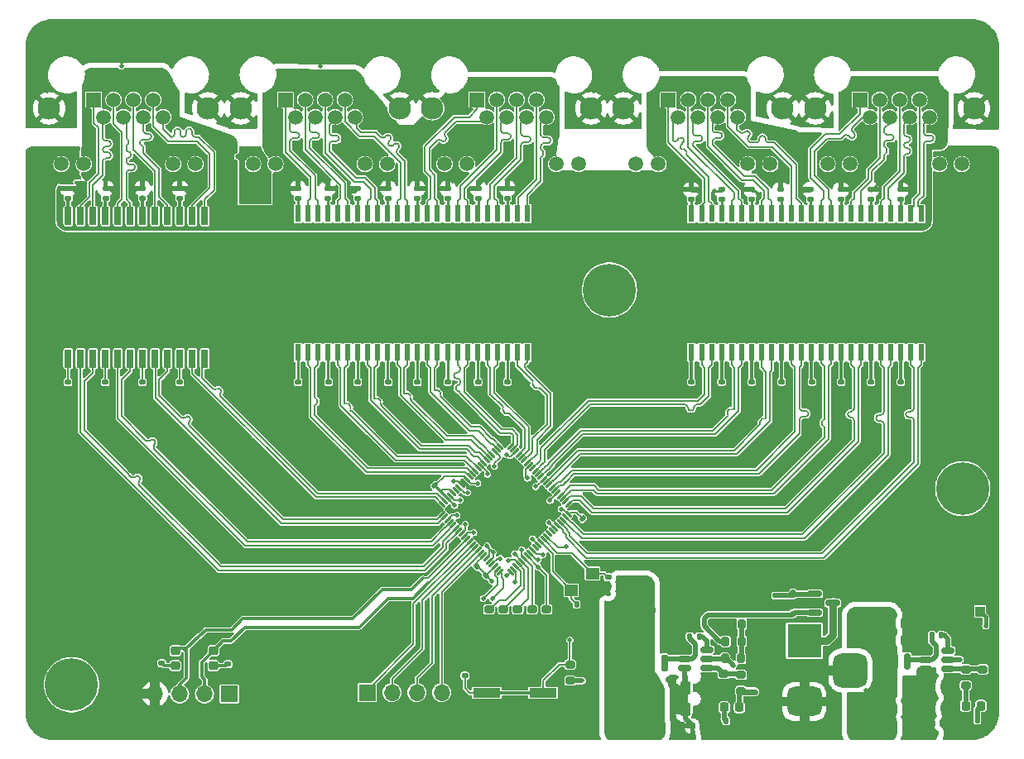
<source format=gtl>
G04 #@! TF.GenerationSoftware,KiCad,Pcbnew,(7.0.0)*
G04 #@! TF.CreationDate,2023-06-14T17:50:14+02:00*
G04 #@! TF.ProjectId,Switch ETHERNET,53776974-6368-4204-9554-4845524e4554,rev?*
G04 #@! TF.SameCoordinates,Original*
G04 #@! TF.FileFunction,Copper,L1,Top*
G04 #@! TF.FilePolarity,Positive*
%FSLAX46Y46*%
G04 Gerber Fmt 4.6, Leading zero omitted, Abs format (unit mm)*
G04 Created by KiCad (PCBNEW (7.0.0)) date 2023-06-14 17:50:14*
%MOMM*%
%LPD*%
G01*
G04 APERTURE LIST*
G04 Aperture macros list*
%AMRoundRect*
0 Rectangle with rounded corners*
0 $1 Rounding radius*
0 $2 $3 $4 $5 $6 $7 $8 $9 X,Y pos of 4 corners*
0 Add a 4 corners polygon primitive as box body*
4,1,4,$2,$3,$4,$5,$6,$7,$8,$9,$2,$3,0*
0 Add four circle primitives for the rounded corners*
1,1,$1+$1,$2,$3*
1,1,$1+$1,$4,$5*
1,1,$1+$1,$6,$7*
1,1,$1+$1,$8,$9*
0 Add four rect primitives between the rounded corners*
20,1,$1+$1,$2,$3,$4,$5,0*
20,1,$1+$1,$4,$5,$6,$7,0*
20,1,$1+$1,$6,$7,$8,$9,0*
20,1,$1+$1,$8,$9,$2,$3,0*%
%AMRotRect*
0 Rectangle, with rotation*
0 The origin of the aperture is its center*
0 $1 length*
0 $2 width*
0 $3 Rotation angle, in degrees counterclockwise*
0 Add horizontal line*
21,1,$1,$2,0,0,$3*%
G04 Aperture macros list end*
G04 #@! TA.AperFunction,SMDPad,CuDef*
%ADD10R,1.000000X1.000000*%
G04 #@! TD*
G04 #@! TA.AperFunction,SMDPad,CuDef*
%ADD11RoundRect,0.140000X0.170000X-0.140000X0.170000X0.140000X-0.170000X0.140000X-0.170000X-0.140000X0*%
G04 #@! TD*
G04 #@! TA.AperFunction,SMDPad,CuDef*
%ADD12RoundRect,0.225000X-0.225000X-0.250000X0.225000X-0.250000X0.225000X0.250000X-0.225000X0.250000X0*%
G04 #@! TD*
G04 #@! TA.AperFunction,SMDPad,CuDef*
%ADD13RoundRect,0.150000X-0.587500X-0.150000X0.587500X-0.150000X0.587500X0.150000X-0.587500X0.150000X0*%
G04 #@! TD*
G04 #@! TA.AperFunction,SMDPad,CuDef*
%ADD14RoundRect,0.135000X0.185000X-0.135000X0.185000X0.135000X-0.185000X0.135000X-0.185000X-0.135000X0*%
G04 #@! TD*
G04 #@! TA.AperFunction,SMDPad,CuDef*
%ADD15RoundRect,0.200000X-0.275000X0.200000X-0.275000X-0.200000X0.275000X-0.200000X0.275000X0.200000X0*%
G04 #@! TD*
G04 #@! TA.AperFunction,SMDPad,CuDef*
%ADD16RoundRect,0.225000X0.250000X-0.225000X0.250000X0.225000X-0.250000X0.225000X-0.250000X-0.225000X0*%
G04 #@! TD*
G04 #@! TA.AperFunction,ComponentPad*
%ADD17C,0.800000*%
G04 #@! TD*
G04 #@! TA.AperFunction,ComponentPad*
%ADD18C,5.400000*%
G04 #@! TD*
G04 #@! TA.AperFunction,ComponentPad*
%ADD19R,1.700000X1.700000*%
G04 #@! TD*
G04 #@! TA.AperFunction,ComponentPad*
%ADD20O,1.700000X1.700000*%
G04 #@! TD*
G04 #@! TA.AperFunction,SMDPad,CuDef*
%ADD21RoundRect,0.140000X-0.021213X0.219203X-0.219203X0.021213X0.021213X-0.219203X0.219203X-0.021213X0*%
G04 #@! TD*
G04 #@! TA.AperFunction,SMDPad,CuDef*
%ADD22RoundRect,0.200000X0.275000X-0.200000X0.275000X0.200000X-0.275000X0.200000X-0.275000X-0.200000X0*%
G04 #@! TD*
G04 #@! TA.AperFunction,SMDPad,CuDef*
%ADD23RoundRect,0.006600X0.219203X0.365433X-0.365433X-0.219203X-0.219203X-0.365433X0.365433X0.219203X0*%
G04 #@! TD*
G04 #@! TA.AperFunction,SMDPad,CuDef*
%ADD24RoundRect,0.022000X-0.219203X0.343654X-0.343654X0.219203X0.219203X-0.343654X0.343654X-0.219203X0*%
G04 #@! TD*
G04 #@! TA.AperFunction,SMDPad,CuDef*
%ADD25RotRect,6.900000X6.900000X225.000000*%
G04 #@! TD*
G04 #@! TA.AperFunction,SMDPad,CuDef*
%ADD26RoundRect,0.140000X-0.140000X-0.170000X0.140000X-0.170000X0.140000X0.170000X-0.140000X0.170000X0*%
G04 #@! TD*
G04 #@! TA.AperFunction,ComponentPad*
%ADD27R,1.500000X1.500000*%
G04 #@! TD*
G04 #@! TA.AperFunction,ComponentPad*
%ADD28C,1.500000*%
G04 #@! TD*
G04 #@! TA.AperFunction,ComponentPad*
%ADD29C,2.300000*%
G04 #@! TD*
G04 #@! TA.AperFunction,SMDPad,CuDef*
%ADD30RoundRect,0.135000X-0.135000X-0.185000X0.135000X-0.185000X0.135000X0.185000X-0.135000X0.185000X0*%
G04 #@! TD*
G04 #@! TA.AperFunction,SMDPad,CuDef*
%ADD31RoundRect,0.250000X-0.250000X-0.475000X0.250000X-0.475000X0.250000X0.475000X-0.250000X0.475000X0*%
G04 #@! TD*
G04 #@! TA.AperFunction,SMDPad,CuDef*
%ADD32RoundRect,0.190000X0.190000X-0.765000X0.190000X0.765000X-0.190000X0.765000X-0.190000X-0.765000X0*%
G04 #@! TD*
G04 #@! TA.AperFunction,ComponentPad*
%ADD33R,3.500000X3.500000*%
G04 #@! TD*
G04 #@! TA.AperFunction,ComponentPad*
%ADD34RoundRect,0.750000X1.000000X-0.750000X1.000000X0.750000X-1.000000X0.750000X-1.000000X-0.750000X0*%
G04 #@! TD*
G04 #@! TA.AperFunction,ComponentPad*
%ADD35RoundRect,0.875000X0.875000X-0.875000X0.875000X0.875000X-0.875000X0.875000X-0.875000X-0.875000X0*%
G04 #@! TD*
G04 #@! TA.AperFunction,SMDPad,CuDef*
%ADD36RoundRect,0.140000X0.219203X0.021213X0.021213X0.219203X-0.219203X-0.021213X-0.021213X-0.219203X0*%
G04 #@! TD*
G04 #@! TA.AperFunction,SMDPad,CuDef*
%ADD37R,0.630000X1.700000*%
G04 #@! TD*
G04 #@! TA.AperFunction,SMDPad,CuDef*
%ADD38R,1.400000X1.200000*%
G04 #@! TD*
G04 #@! TA.AperFunction,SMDPad,CuDef*
%ADD39R,2.800000X1.000000*%
G04 #@! TD*
G04 #@! TA.AperFunction,SMDPad,CuDef*
%ADD40RoundRect,0.140000X-0.219203X-0.021213X-0.021213X-0.219203X0.219203X0.021213X0.021213X0.219203X0*%
G04 #@! TD*
G04 #@! TA.AperFunction,SMDPad,CuDef*
%ADD41RoundRect,0.140000X0.140000X0.170000X-0.140000X0.170000X-0.140000X-0.170000X0.140000X-0.170000X0*%
G04 #@! TD*
G04 #@! TA.AperFunction,SMDPad,CuDef*
%ADD42RoundRect,0.200000X-0.200000X-0.275000X0.200000X-0.275000X0.200000X0.275000X-0.200000X0.275000X0*%
G04 #@! TD*
G04 #@! TA.AperFunction,SMDPad,CuDef*
%ADD43RoundRect,0.140000X-0.170000X0.140000X-0.170000X-0.140000X0.170000X-0.140000X0.170000X0.140000X0*%
G04 #@! TD*
G04 #@! TA.AperFunction,SMDPad,CuDef*
%ADD44RoundRect,0.152174X0.197826X0.697826X-0.197826X0.697826X-0.197826X-0.697826X0.197826X-0.697826X0*%
G04 #@! TD*
G04 #@! TA.AperFunction,SMDPad,CuDef*
%ADD45RoundRect,0.141304X0.183696X0.683696X-0.183696X0.683696X-0.183696X-0.683696X0.183696X-0.683696X0*%
G04 #@! TD*
G04 #@! TA.AperFunction,SMDPad,CuDef*
%ADD46RoundRect,0.150000X-0.512500X-0.150000X0.512500X-0.150000X0.512500X0.150000X-0.512500X0.150000X0*%
G04 #@! TD*
G04 #@! TA.AperFunction,SMDPad,CuDef*
%ADD47RoundRect,0.125000X0.125000X-0.125000X0.125000X0.125000X-0.125000X0.125000X-0.125000X-0.125000X0*%
G04 #@! TD*
G04 #@! TA.AperFunction,SMDPad,CuDef*
%ADD48RoundRect,0.200000X0.200000X0.275000X-0.200000X0.275000X-0.200000X-0.275000X0.200000X-0.275000X0*%
G04 #@! TD*
G04 #@! TA.AperFunction,SMDPad,CuDef*
%ADD49RoundRect,0.225000X0.225000X0.250000X-0.225000X0.250000X-0.225000X-0.250000X0.225000X-0.250000X0*%
G04 #@! TD*
G04 #@! TA.AperFunction,SMDPad,CuDef*
%ADD50RoundRect,0.135000X0.135000X0.185000X-0.135000X0.185000X-0.135000X-0.185000X0.135000X-0.185000X0*%
G04 #@! TD*
G04 #@! TA.AperFunction,ViaPad*
%ADD51C,0.460000*%
G04 #@! TD*
G04 #@! TA.AperFunction,Conductor*
%ADD52C,0.500000*%
G04 #@! TD*
G04 #@! TA.AperFunction,Conductor*
%ADD53C,0.200000*%
G04 #@! TD*
G04 #@! TA.AperFunction,Conductor*
%ADD54C,0.600000*%
G04 #@! TD*
G04 #@! TA.AperFunction,Conductor*
%ADD55C,0.205232*%
G04 #@! TD*
G04 #@! TA.AperFunction,Conductor*
%ADD56C,1.200000*%
G04 #@! TD*
G04 #@! TA.AperFunction,Conductor*
%ADD57C,0.300000*%
G04 #@! TD*
G04 #@! TA.AperFunction,Conductor*
%ADD58C,0.150000*%
G04 #@! TD*
G04 #@! TA.AperFunction,Conductor*
%ADD59C,0.800000*%
G04 #@! TD*
G04 #@! TA.AperFunction,Conductor*
%ADD60C,0.250000*%
G04 #@! TD*
G04 #@! TA.AperFunction,Conductor*
%ADD61C,1.000000*%
G04 #@! TD*
G04 #@! TA.AperFunction,Conductor*
%ADD62C,0.400000*%
G04 #@! TD*
G04 APERTURE END LIST*
D10*
X247849999Y-86649999D03*
D11*
X221400000Y-64080000D03*
X221400000Y-63120000D03*
D12*
X238603800Y-89593400D03*
X240153800Y-89593400D03*
D11*
X184200000Y-64100000D03*
X184200000Y-63140000D03*
D13*
X230902800Y-84839000D03*
X230902800Y-86739000D03*
X232777800Y-85789000D03*
D14*
X221400000Y-44452000D03*
X221400000Y-43432000D03*
D15*
X248123800Y-92568400D03*
X248123800Y-94218400D03*
D16*
X165540000Y-92200500D03*
X165540000Y-90650500D03*
D15*
X221635000Y-93051400D03*
X221635000Y-94701400D03*
D17*
X244043109Y-74068109D03*
X244636218Y-72636218D03*
X244636218Y-75500000D03*
X246068109Y-72043109D03*
D18*
X246068109Y-74068109D03*
D17*
X246068109Y-76093109D03*
X247500000Y-72636218D03*
X247500000Y-75500000D03*
X248093109Y-74068109D03*
D19*
X171058999Y-95082799D03*
D20*
X168518999Y-95082799D03*
X165978999Y-95082799D03*
X163438999Y-95082799D03*
D14*
X224500000Y-44452000D03*
X224500000Y-43432000D03*
D11*
X162180000Y-64140000D03*
X162180000Y-63180000D03*
D21*
X196402011Y-82017989D03*
X195723189Y-82696811D03*
D11*
X230650000Y-64080000D03*
X230650000Y-63120000D03*
D14*
X187290000Y-44325000D03*
X187290000Y-43305000D03*
D22*
X223385000Y-94776400D03*
X223385000Y-93126400D03*
X202031600Y-88072400D03*
X202031600Y-86422400D03*
D23*
X205745584Y-75647057D03*
X205462742Y-75364214D03*
X205179899Y-75081371D03*
X204897056Y-74798528D03*
X204614214Y-74515686D03*
X204331371Y-74232843D03*
X204048528Y-73950000D03*
X203765685Y-73667158D03*
X203482843Y-73384315D03*
X203200000Y-73101472D03*
X202917157Y-72818629D03*
X202634315Y-72535787D03*
X202351472Y-72252944D03*
X202068629Y-71970101D03*
X201785786Y-71687259D03*
X201502944Y-71404416D03*
X201220101Y-71121573D03*
X200937258Y-70838730D03*
X200654416Y-70555888D03*
X200371573Y-70273045D03*
X200088730Y-69990202D03*
X199805887Y-69707360D03*
D24*
X198766441Y-69707360D03*
X198483598Y-69990202D03*
X198200755Y-70273045D03*
X197917912Y-70555888D03*
X197635070Y-70838730D03*
X197352227Y-71121573D03*
X197069384Y-71404416D03*
X196786542Y-71687259D03*
X196503699Y-71970101D03*
X196220856Y-72252944D03*
X195938013Y-72535787D03*
X195655171Y-72818629D03*
X195372328Y-73101472D03*
X195089485Y-73384315D03*
X194806643Y-73667158D03*
X194523800Y-73950000D03*
X194240957Y-74232843D03*
X193958114Y-74515686D03*
X193675272Y-74798528D03*
X193392429Y-75081371D03*
X193109586Y-75364214D03*
X192826744Y-75647057D03*
D23*
X192826744Y-76686503D03*
X193109586Y-76969346D03*
X193392429Y-77252189D03*
X193675272Y-77535032D03*
X193958114Y-77817874D03*
X194240957Y-78100717D03*
X194523800Y-78383560D03*
X194806643Y-78666402D03*
X195089485Y-78949245D03*
X195372328Y-79232088D03*
X195655171Y-79514931D03*
X195938013Y-79797773D03*
X196220856Y-80080616D03*
X196503699Y-80363459D03*
X196786542Y-80646301D03*
X197069384Y-80929144D03*
X197352227Y-81211987D03*
X197635070Y-81494830D03*
X197917912Y-81777672D03*
X198200755Y-82060515D03*
X198483598Y-82343358D03*
X198766441Y-82626200D03*
D24*
X199805887Y-82626200D03*
X200088730Y-82343358D03*
X200371573Y-82060515D03*
X200654416Y-81777672D03*
X200937258Y-81494830D03*
X201220101Y-81211987D03*
X201502944Y-80929144D03*
X201785786Y-80646301D03*
X202068629Y-80363459D03*
X202351472Y-80080616D03*
X202634315Y-79797773D03*
X202917157Y-79514931D03*
X203200000Y-79232088D03*
X203482843Y-78949245D03*
X203765685Y-78666402D03*
X204048528Y-78383560D03*
X204331371Y-78100717D03*
X204614214Y-77817874D03*
X204897056Y-77535032D03*
X205179899Y-77252189D03*
X205462742Y-76969346D03*
X205745584Y-76686503D03*
D25*
X199286163Y-76166779D03*
D22*
X246373800Y-94218400D03*
X246373800Y-92568400D03*
D26*
X218155000Y-89201400D03*
X219115000Y-89201400D03*
D11*
X154570000Y-64140000D03*
X154570000Y-63180000D03*
X190300000Y-64100000D03*
X190300000Y-63140000D03*
D16*
X169418000Y-92200500D03*
X169418000Y-90650500D03*
D27*
X157193999Y-34229999D03*
D28*
X158210000Y-36010000D03*
X159226000Y-34230000D03*
X160242000Y-36010000D03*
X161258000Y-34230000D03*
X162274000Y-36010000D03*
X163290000Y-34230000D03*
X164306000Y-36010000D03*
X153894000Y-40830000D03*
X156184000Y-40830000D03*
X165324000Y-40830000D03*
X167614000Y-40830000D03*
D29*
X152624000Y-35120000D03*
X168884000Y-35120000D03*
D12*
X214025000Y-89701400D03*
X215575000Y-89701400D03*
D30*
X221865000Y-97851400D03*
X222885000Y-97851400D03*
D31*
X217735000Y-96701400D03*
X219635000Y-96701400D03*
D27*
X176781999Y-34229999D03*
D28*
X177798000Y-36010000D03*
X178814000Y-34230000D03*
X179830000Y-36010000D03*
X180846000Y-34230000D03*
X181862000Y-36010000D03*
X182878000Y-34230000D03*
X183894000Y-36010000D03*
X173482000Y-40830000D03*
X175772000Y-40830000D03*
X184912000Y-40830000D03*
X187202000Y-40830000D03*
D29*
X172212000Y-35120000D03*
X188472000Y-35120000D03*
D32*
X154580000Y-60740000D03*
X155850000Y-60740000D03*
X157120000Y-60740000D03*
X158390000Y-60740000D03*
X159660000Y-60740000D03*
X160930000Y-60740000D03*
X162200000Y-60740000D03*
X163470000Y-60740000D03*
X164740000Y-60740000D03*
X166010000Y-60740000D03*
X167280000Y-60740000D03*
X168550000Y-60740000D03*
X168550000Y-46140000D03*
X167280000Y-46140000D03*
X166010000Y-46140000D03*
X164740000Y-46140000D03*
X163470000Y-46140000D03*
X162200000Y-46140000D03*
X160930000Y-46140000D03*
X159660000Y-46140000D03*
X158390000Y-46140000D03*
X157120000Y-46140000D03*
X155850000Y-46140000D03*
X154580000Y-46140000D03*
D33*
X229869999Y-89661999D03*
D34*
X229870000Y-95862000D03*
D35*
X234570000Y-92662000D03*
D14*
X184200000Y-44325000D03*
X184200000Y-43305000D03*
X196500000Y-44325000D03*
X196500000Y-43305000D03*
D21*
X197340511Y-82922271D03*
X196661689Y-83601093D03*
D26*
X214370000Y-86500000D03*
X215330000Y-86500000D03*
D11*
X199500000Y-64080000D03*
X199500000Y-63120000D03*
D14*
X239700000Y-44452000D03*
X239700000Y-43432000D03*
X190280000Y-44325000D03*
X190280000Y-43305000D03*
D22*
X205919600Y-93726200D03*
X205919600Y-92076200D03*
D19*
X185165999Y-94955799D03*
D20*
X187705999Y-94955799D03*
X190245999Y-94955799D03*
X192785999Y-94955799D03*
D36*
X192093222Y-73765222D03*
X191414400Y-73086400D03*
D37*
X218339999Y-60108651D03*
X219359999Y-60108651D03*
X220379999Y-60108651D03*
X221399999Y-60108651D03*
X222419999Y-60108651D03*
X223439999Y-60108651D03*
X224459999Y-60108651D03*
X225479999Y-60108651D03*
X226499999Y-60108651D03*
X227519999Y-60108651D03*
X228539999Y-60108651D03*
X229559999Y-60108651D03*
X230579999Y-60108651D03*
X231599999Y-60108651D03*
X232619999Y-60108651D03*
X233639999Y-60108651D03*
X234659999Y-60108651D03*
X235679999Y-60108651D03*
X236699999Y-60108651D03*
X237719999Y-60108651D03*
X238739999Y-60108651D03*
X239759999Y-60108651D03*
X240779999Y-60108651D03*
X241799999Y-60108651D03*
X241799999Y-45908651D03*
X240779999Y-45908651D03*
X239759999Y-45908651D03*
X238739999Y-45908651D03*
X237719999Y-45908651D03*
X236699999Y-45908651D03*
X235679999Y-45908651D03*
X234659999Y-45908651D03*
X233639999Y-45908651D03*
X232619999Y-45908651D03*
X231599999Y-45908651D03*
X230579999Y-45908651D03*
X229559999Y-45908651D03*
X228539999Y-45908651D03*
X227519999Y-45908651D03*
X226499999Y-45908651D03*
X225479999Y-45908651D03*
X224459999Y-45908651D03*
X223439999Y-45908651D03*
X222419999Y-45908651D03*
X221399999Y-45908651D03*
X220379999Y-45908651D03*
X219359999Y-45908651D03*
X218339999Y-45908651D03*
D11*
X236700000Y-64080000D03*
X236700000Y-63120000D03*
X187300000Y-64100000D03*
X187300000Y-63140000D03*
X181200000Y-64100000D03*
X181200000Y-63140000D03*
D22*
X197612000Y-88072400D03*
X197612000Y-86422400D03*
X200558400Y-88072400D03*
X200558400Y-86422400D03*
D11*
X196500000Y-64100000D03*
X196500000Y-63140000D03*
D31*
X242453800Y-96583400D03*
X244353800Y-96583400D03*
D26*
X242903800Y-89083400D03*
X243863800Y-89083400D03*
D11*
X178100000Y-64100000D03*
X178100000Y-63140000D03*
D38*
X206011599Y-84451999D03*
X208211599Y-84451999D03*
X208211599Y-82751999D03*
X206011599Y-82751999D03*
D27*
X235539999Y-34229999D03*
D28*
X236556000Y-36010000D03*
X237572000Y-34230000D03*
X238588000Y-36010000D03*
X239604000Y-34230000D03*
X240620000Y-36010000D03*
X241636000Y-34230000D03*
X242652000Y-36010000D03*
X232240000Y-40830000D03*
X234530000Y-40830000D03*
X243670000Y-40830000D03*
X245960000Y-40830000D03*
D29*
X230970000Y-35120000D03*
X247230000Y-35120000D03*
D39*
X197369599Y-90976199D03*
X203169599Y-90976199D03*
X197369599Y-94976199D03*
X203169599Y-94976199D03*
D31*
X217735000Y-94451400D03*
X219635000Y-94451400D03*
D14*
X170916600Y-92024100D03*
X170916600Y-91004100D03*
D11*
X193400000Y-64080000D03*
X193400000Y-63120000D03*
D10*
X211999999Y-85799999D03*
D11*
X227550000Y-64080000D03*
X227550000Y-63120000D03*
D40*
X207178589Y-77115789D03*
X207857411Y-77794611D03*
D12*
X221685000Y-96451400D03*
X223235000Y-96451400D03*
D11*
X209804000Y-84084600D03*
X209804000Y-83124600D03*
D31*
X242453800Y-94333400D03*
X244353800Y-94333400D03*
D11*
X233650000Y-64080000D03*
X233650000Y-63120000D03*
D12*
X238603800Y-87833400D03*
X240153800Y-87833400D03*
D41*
X207538200Y-85913400D03*
X206578200Y-85913400D03*
D27*
X215965999Y-34229999D03*
D28*
X216982000Y-36010000D03*
X217998000Y-34230000D03*
X219014000Y-36010000D03*
X220030000Y-34230000D03*
X221046000Y-36010000D03*
X222062000Y-34230000D03*
X223078000Y-36010000D03*
X212666000Y-40830000D03*
X214956000Y-40830000D03*
X224096000Y-40830000D03*
X226386000Y-40830000D03*
D29*
X211396000Y-35120000D03*
X227656000Y-35120000D03*
D11*
X158380000Y-64140000D03*
X158380000Y-63180000D03*
D22*
X199085200Y-88072400D03*
X199085200Y-86422400D03*
D17*
X152900000Y-94150000D03*
X153493109Y-92718109D03*
X153493109Y-95581891D03*
X154925000Y-92125000D03*
D18*
X154925000Y-94150000D03*
D17*
X154925000Y-96175000D03*
X156356891Y-92718109D03*
X156356891Y-95581891D03*
X156950000Y-94150000D03*
D42*
X221810000Y-87951400D03*
X223460000Y-87951400D03*
D11*
X224500000Y-64080000D03*
X224500000Y-63120000D03*
X239750000Y-64080000D03*
X239750000Y-63120000D03*
D14*
X154580000Y-44325000D03*
X154580000Y-43305000D03*
X193400000Y-44325000D03*
X193400000Y-43305000D03*
D22*
X203504800Y-88072400D03*
X203504800Y-86422400D03*
D14*
X227457000Y-44452000D03*
X227457000Y-43432000D03*
D43*
X195150000Y-92266200D03*
X195150000Y-93226200D03*
D14*
X178100000Y-44325000D03*
X178100000Y-43305000D03*
D44*
X215600000Y-91900000D03*
X214210000Y-91900000D03*
D14*
X166010000Y-44325000D03*
X166010000Y-43305000D03*
D26*
X218440000Y-98350000D03*
X219400000Y-98350000D03*
D14*
X162190000Y-44325000D03*
X162190000Y-43305000D03*
D11*
X218310000Y-64080000D03*
X218310000Y-63120000D03*
D45*
X240400000Y-91750000D03*
X239120000Y-91750000D03*
D14*
X199500000Y-44325000D03*
X199500000Y-43305000D03*
D46*
X217610000Y-90551400D03*
X217610000Y-91501400D03*
X217610000Y-92451400D03*
X219885000Y-92451400D03*
X219885000Y-91501400D03*
X219885000Y-90551400D03*
D14*
X233600000Y-44452000D03*
X233600000Y-43432000D03*
D37*
X178069999Y-60108651D03*
X179089999Y-60108651D03*
X180109999Y-60108651D03*
X181129999Y-60108651D03*
X182149999Y-60108651D03*
X183169999Y-60108651D03*
X184189999Y-60108651D03*
X185209999Y-60108651D03*
X186229999Y-60108651D03*
X187249999Y-60108651D03*
X188269999Y-60108651D03*
X189289999Y-60108651D03*
X190309999Y-60108651D03*
X191329999Y-60108651D03*
X192349999Y-60108651D03*
X193369999Y-60108651D03*
X194389999Y-60108651D03*
X195409999Y-60108651D03*
X196429999Y-60108651D03*
X197449999Y-60108651D03*
X198469999Y-60108651D03*
X199489999Y-60108651D03*
X200509999Y-60108651D03*
X201529999Y-60108651D03*
X201529999Y-45908651D03*
X200509999Y-45908651D03*
X199489999Y-45908651D03*
X198469999Y-45908651D03*
X197449999Y-45908651D03*
X196429999Y-45908651D03*
X195409999Y-45908651D03*
X194389999Y-45908651D03*
X193369999Y-45908651D03*
X192349999Y-45908651D03*
X191329999Y-45908651D03*
X190309999Y-45908651D03*
X189289999Y-45908651D03*
X188269999Y-45908651D03*
X187249999Y-45908651D03*
X186229999Y-45908651D03*
X185209999Y-45908651D03*
X184189999Y-45908651D03*
X183169999Y-45908651D03*
X182149999Y-45908651D03*
X181129999Y-45908651D03*
X180109999Y-45908651D03*
X179089999Y-45908651D03*
X178069999Y-45908651D03*
D14*
X226935800Y-86043000D03*
X226935800Y-85023000D03*
D12*
X214025000Y-87950000D03*
X215575000Y-87950000D03*
D47*
X228713800Y-86889000D03*
X228713800Y-84689000D03*
D48*
X223460000Y-89701400D03*
X221810000Y-89701400D03*
D14*
X181100000Y-44325000D03*
X181100000Y-43305000D03*
D49*
X247923800Y-96300000D03*
X246373800Y-96300000D03*
D46*
X242266300Y-90633400D03*
X242266300Y-91583400D03*
X242266300Y-92533400D03*
X244541300Y-92533400D03*
X244541300Y-91583400D03*
X244541300Y-90633400D03*
D14*
X230505000Y-44452000D03*
X230505000Y-43432000D03*
D27*
X196379999Y-34229999D03*
D28*
X197396000Y-36010000D03*
X198412000Y-34230000D03*
X199428000Y-36010000D03*
X200444000Y-34230000D03*
X201460000Y-36010000D03*
X202476000Y-34230000D03*
X203492000Y-36010000D03*
X193080000Y-40830000D03*
X195370000Y-40830000D03*
X204510000Y-40830000D03*
X206800000Y-40830000D03*
D29*
X191810000Y-35120000D03*
X208070000Y-35120000D03*
D11*
X166000000Y-64140000D03*
X166000000Y-63180000D03*
D26*
X243001800Y-98105400D03*
X243961800Y-98105400D03*
D14*
X158400000Y-44325000D03*
X158400000Y-43305000D03*
D50*
X247573800Y-97750000D03*
X246553800Y-97750000D03*
D14*
X218304989Y-44452000D03*
X218304989Y-43432000D03*
X164140000Y-91935500D03*
X164140000Y-90915500D03*
X236700000Y-44452000D03*
X236700000Y-43432000D03*
D17*
X207906891Y-53718109D03*
X208500000Y-52286218D03*
X208500000Y-55150000D03*
X209931891Y-51693109D03*
D18*
X209931891Y-53718109D03*
D17*
X209931891Y-55743109D03*
X211363782Y-52286218D03*
X211363782Y-55150000D03*
X211956891Y-53718109D03*
D42*
X221735000Y-91451400D03*
X223385000Y-91451400D03*
D51*
X200152000Y-75474000D03*
X175260000Y-56170000D03*
X245500000Y-98250000D03*
X189400000Y-78550000D03*
X243840000Y-68870000D03*
X224409000Y-70775000D03*
X220091000Y-80010000D03*
X182880000Y-84110000D03*
X200710000Y-51160000D03*
X200152000Y-72426000D03*
X243840000Y-53630000D03*
X211709000Y-77724000D03*
X241300000Y-81570000D03*
X200914000Y-76236000D03*
X232664000Y-78105000D03*
X199100000Y-67300000D03*
X246507000Y-61468000D03*
X199390000Y-79284000D03*
X217000000Y-89494800D03*
X211963000Y-50201000D03*
X246380000Y-66330000D03*
X193090000Y-56240000D03*
X164465000Y-73950000D03*
X214249000Y-80010000D03*
X202438000Y-74712000D03*
X222377000Y-73315000D03*
X209850000Y-84850000D03*
X182372000Y-72390000D03*
X179959000Y-81026000D03*
X154940000Y-86650000D03*
X159004000Y-68616000D03*
X200660000Y-79284000D03*
X190950000Y-65100000D03*
X232918000Y-73533000D03*
X191750000Y-78400000D03*
X166497000Y-76109000D03*
X241350000Y-51160000D03*
X193090000Y-51160000D03*
X197900000Y-65950000D03*
X245500000Y-95250000D03*
X217551000Y-69342000D03*
X230632000Y-75819000D03*
X220649800Y-96606800D03*
X233680000Y-68870000D03*
X201676000Y-75474000D03*
X152400000Y-53630000D03*
X180390000Y-51160000D03*
X177800000Y-89190000D03*
X160020000Y-96810000D03*
X200152000Y-78522000D03*
X169037000Y-66711000D03*
X243840000Y-48550000D03*
X246380000Y-81570000D03*
X160020000Y-91730000D03*
X167640000Y-71410000D03*
X174498000Y-72045000D03*
X195580000Y-96810000D03*
X224790000Y-75347000D03*
X230886000Y-71791000D03*
X227457000Y-67981000D03*
X152400000Y-48550000D03*
X199390000Y-74712000D03*
X217000000Y-87250000D03*
X161671000Y-71283000D03*
X180340000Y-96810000D03*
X157530000Y-58780000D03*
X152400000Y-58710000D03*
X226110000Y-56240000D03*
X185950000Y-71000000D03*
X152400000Y-84110000D03*
X235331000Y-70993000D03*
X165100000Y-86650000D03*
X152400000Y-89190000D03*
X214630000Y-66838000D03*
X199390000Y-76236000D03*
X198120000Y-89190000D03*
X205359000Y-53630000D03*
X160020000Y-86650000D03*
X221030000Y-56240000D03*
X187960000Y-73950000D03*
X209042000Y-66838000D03*
X170180000Y-96810000D03*
X170942000Y-68870000D03*
X200660000Y-96810000D03*
X177673000Y-75728000D03*
X243840000Y-63790000D03*
X228854000Y-70394000D03*
X224790000Y-79883000D03*
X162610000Y-51160000D03*
X152400000Y-63790000D03*
X217000000Y-88250000D03*
X205359000Y-50328000D03*
X170180000Y-86650000D03*
X180390000Y-56240000D03*
X220573600Y-87843800D03*
X246380000Y-56134000D03*
X217551000Y-77633000D03*
X152400000Y-79030000D03*
X177800000Y-66330000D03*
X217424000Y-73442000D03*
X223520000Y-84110000D03*
X200710000Y-56240000D03*
X241500000Y-89750000D03*
X202565000Y-65300000D03*
X162610000Y-58780000D03*
X198628000Y-78522000D03*
X227330000Y-77633000D03*
X187700000Y-65300000D03*
X246380000Y-86650000D03*
X208280000Y-58710000D03*
X199400000Y-77750000D03*
X171900000Y-40050000D03*
X231190000Y-56240000D03*
X236270000Y-51160000D03*
X175260000Y-91730000D03*
X219837000Y-71410000D03*
X222250000Y-77633000D03*
X241350000Y-56240000D03*
X236150000Y-84100000D03*
X239776000Y-67600000D03*
X241300000Y-76490000D03*
X197866000Y-76236000D03*
X167690000Y-58780000D03*
X182880000Y-94270000D03*
X152400000Y-74200000D03*
X182880000Y-89190000D03*
X165100000Y-96810000D03*
X187960000Y-89190000D03*
X224100000Y-49250000D03*
X204343000Y-62901000D03*
X185470000Y-56240000D03*
X175260000Y-96810000D03*
X175260000Y-51090000D03*
X202590400Y-67157600D03*
X175260000Y-61250000D03*
X174879000Y-81153000D03*
X172720000Y-89190000D03*
X187706000Y-76109000D03*
X236270000Y-56240000D03*
X211709000Y-69251000D03*
X238760000Y-84110000D03*
X180340000Y-68870000D03*
X185420000Y-96810000D03*
X237617000Y-73061000D03*
X238760000Y-79030000D03*
X220649800Y-94701800D03*
X198628000Y-75474000D03*
X209600800Y-73456800D03*
X208350000Y-85900000D03*
X217000000Y-86250000D03*
X157480000Y-89190000D03*
X243840000Y-58710000D03*
X219964000Y-75347000D03*
X214630000Y-63373000D03*
X160020000Y-76490000D03*
X182400000Y-67450000D03*
X201676000Y-76236000D03*
X167690000Y-53700000D03*
X157530000Y-51160000D03*
X228600000Y-73950000D03*
X162560000Y-79030000D03*
X186400000Y-67500000D03*
X228854000Y-79883000D03*
X157500000Y-84250000D03*
X157480000Y-79030000D03*
X241500000Y-87750000D03*
X226000000Y-85750000D03*
X197866000Y-79284000D03*
X223647000Y-67600000D03*
X175260000Y-86650000D03*
X194970400Y-83398800D03*
X194995800Y-84897400D03*
X188050000Y-69150000D03*
X205740000Y-96810000D03*
X162560000Y-89190000D03*
X165100000Y-68870000D03*
X152400000Y-68870000D03*
X190500000Y-96810000D03*
X209600800Y-71475600D03*
X235331000Y-75438000D03*
X230759000Y-67854000D03*
X194800000Y-65800000D03*
X241500000Y-88750000D03*
X236220000Y-81570000D03*
X218400000Y-84050000D03*
X185470000Y-51160000D03*
X205359000Y-58710000D03*
X214376000Y-75474000D03*
X243840000Y-79030000D03*
X200152000Y-73188000D03*
X174752000Y-78141000D03*
X170180000Y-73950000D03*
X226949000Y-72172000D03*
X194005200Y-73304400D03*
X198033521Y-80587095D03*
X197408800Y-79944400D03*
X211400000Y-98550000D03*
X212400000Y-87150000D03*
X210000000Y-92150000D03*
X212600000Y-89550000D03*
X211400000Y-95750000D03*
X211400000Y-93350000D03*
X212598000Y-92202000D03*
X211400000Y-90950000D03*
X212600000Y-97150000D03*
X194665600Y-75220000D03*
X210000000Y-94550000D03*
X201574400Y-72984800D03*
X210000000Y-89550000D03*
X210000000Y-97150000D03*
X224840800Y-94854200D03*
X211200000Y-88150000D03*
X212600000Y-94550000D03*
X213800000Y-85350000D03*
X197900000Y-83550000D03*
X212600000Y-98550000D03*
X241300000Y-30770000D03*
X208280000Y-33310000D03*
X228600000Y-33310000D03*
X243840000Y-28230000D03*
X180340000Y-30770000D03*
X223520000Y-28230000D03*
X236220000Y-30770000D03*
X195580000Y-30770000D03*
X246150000Y-28200000D03*
X228600000Y-28230000D03*
X238760000Y-28230000D03*
X193040000Y-28230000D03*
X215900000Y-30770000D03*
X182880000Y-28230000D03*
X220980000Y-30770000D03*
X213360000Y-28230000D03*
X177800000Y-28230000D03*
X233680000Y-28230000D03*
X152400000Y-28230000D03*
X152400000Y-33310000D03*
X208280000Y-28230000D03*
X218440000Y-28230000D03*
X198120000Y-28230000D03*
X172720000Y-28230000D03*
X160020000Y-30770000D03*
X187960000Y-28230000D03*
X157480000Y-28230000D03*
X165100000Y-30770000D03*
X167640000Y-28230000D03*
X200660000Y-30770000D03*
X203200000Y-28230000D03*
X162560000Y-28230000D03*
X166751000Y-43546200D03*
X208280000Y-46609000D03*
X183700000Y-39700000D03*
X240600000Y-42800000D03*
X178100000Y-42545000D03*
X161417000Y-43495400D03*
X229700000Y-43600000D03*
X172720000Y-46264000D03*
X236200000Y-38300000D03*
X222900000Y-39600000D03*
X223520000Y-33310000D03*
X203200000Y-33310000D03*
X180800000Y-42545000D03*
X159156400Y-43546200D03*
X162560000Y-33310000D03*
X193900000Y-42600000D03*
X189900000Y-41900000D03*
X238760000Y-33310000D03*
X201200000Y-41700000D03*
X236200000Y-40000000D03*
X194400000Y-38900000D03*
X225200000Y-43900000D03*
X220700000Y-43600000D03*
X237400000Y-42800000D03*
X227600000Y-42400000D03*
X219000000Y-43600000D03*
X155346400Y-43571600D03*
X196900000Y-42545000D03*
X183500000Y-43700000D03*
X241200000Y-94950000D03*
X216585800Y-95209800D03*
X239953800Y-95750000D03*
X239979200Y-97419600D03*
X216585800Y-94473200D03*
X241249200Y-98003800D03*
X227457000Y-86980200D03*
X241249200Y-96606800D03*
X203143266Y-80802066D03*
X202641200Y-81316000D03*
X200957833Y-80328892D03*
X202646500Y-82072700D03*
X199593200Y-81417600D03*
X200231600Y-80735200D03*
X200273274Y-83595802D03*
X199440800Y-82941600D03*
X197034386Y-85328700D03*
X197967600Y-85329200D03*
X245800000Y-91550000D03*
X222600000Y-92150000D03*
X205486000Y-80010000D03*
X205892400Y-89571000D03*
X237400000Y-88550000D03*
X237400000Y-93150000D03*
X236220000Y-97663000D03*
X238100000Y-91750000D03*
X238400000Y-93150000D03*
X235000000Y-96350000D03*
X246400000Y-95150000D03*
X198780400Y-81223611D03*
X236200000Y-94750000D03*
X207150000Y-93750000D03*
X236400000Y-88550000D03*
X237400000Y-96350000D03*
X248412000Y-88138000D03*
X238400000Y-94750000D03*
X195199000Y-77709200D03*
X203860400Y-75270800D03*
X196469000Y-73518200D03*
X202050671Y-79214129D03*
X203773127Y-77542473D03*
X198170800Y-71765600D03*
X194106800Y-75778800D03*
X194350000Y-76800000D03*
X196062600Y-78572800D03*
X205000000Y-76150000D03*
X202387200Y-73848400D03*
X195414900Y-74483400D03*
X197459600Y-72578400D03*
X199440800Y-70597200D03*
D52*
X219635000Y-94451400D02*
X220399400Y-94451400D01*
D53*
X199390000Y-76236000D02*
X199355384Y-76166780D01*
D54*
X206011600Y-82752000D02*
X206391600Y-82752000D01*
X195365382Y-84897400D02*
X196661689Y-83601093D01*
X195021200Y-83398800D02*
X195723189Y-82696811D01*
D53*
X208211600Y-84452000D02*
X209436600Y-84452000D01*
D52*
X217000000Y-89494800D02*
X217043000Y-89494800D01*
D53*
X198697220Y-76166780D02*
X199216944Y-76166780D01*
X195773800Y-90976200D02*
X195150000Y-91600000D01*
X209804000Y-84450000D02*
X209804000Y-84804000D01*
X199216944Y-76166780D02*
X199390000Y-76236000D01*
D52*
X220555200Y-96701400D02*
X220649800Y-96606800D01*
D53*
X197866000Y-76236000D02*
X197941170Y-76236000D01*
D55*
X193400000Y-64080000D02*
X193400000Y-64400000D01*
D53*
X208211600Y-84452000D02*
X208211600Y-85240000D01*
D56*
X244583400Y-94333400D02*
X245323800Y-95073800D01*
X245323800Y-95073800D02*
X245323800Y-95250000D01*
D54*
X207831600Y-84452000D02*
X208211600Y-84452000D01*
D53*
X199355384Y-76166780D02*
X199286164Y-76166780D01*
X197871950Y-76166780D02*
X198558780Y-76166780D01*
X198628000Y-76236000D02*
X198697220Y-76166780D01*
X209804000Y-84084600D02*
X209804000Y-84450000D01*
D52*
X219635000Y-96701400D02*
X220555200Y-96701400D01*
D56*
X244353800Y-94333400D02*
X244583400Y-94333400D01*
D52*
X241500000Y-90250000D02*
X241500000Y-89750000D01*
D53*
X195150000Y-91600000D02*
X195150000Y-92266200D01*
D52*
X217000000Y-89941400D02*
X217000000Y-89494800D01*
D54*
X207121600Y-83742000D02*
X207831600Y-84452000D01*
D52*
X242266300Y-90633400D02*
X241883400Y-90633400D01*
D53*
X209804000Y-84804000D02*
X209850000Y-84850000D01*
D56*
X244353800Y-96583400D02*
X245123800Y-95813400D01*
D54*
X206391600Y-82752000D02*
X207121600Y-83482000D01*
D53*
X209436600Y-84452000D02*
X209804000Y-84084600D01*
X197369600Y-90976200D02*
X195773800Y-90976200D01*
D54*
X207121600Y-83482000D02*
X207121600Y-83742000D01*
X194995800Y-84897400D02*
X195365382Y-84897400D01*
X215410000Y-89676400D02*
X215385000Y-89701400D01*
D52*
X221634600Y-94701800D02*
X221635000Y-94701400D01*
D53*
X197941170Y-76236000D02*
X197871950Y-76166780D01*
X197866000Y-76160830D02*
X197866000Y-76236000D01*
D52*
X220649800Y-94701800D02*
X221634600Y-94701800D01*
D53*
X208211600Y-85240000D02*
X207538200Y-85913400D01*
D52*
X220399400Y-94451400D02*
X220649800Y-94701800D01*
D53*
X209438600Y-84450000D02*
X209804000Y-84450000D01*
X198558780Y-76166780D02*
X198628000Y-76236000D01*
D56*
X245123800Y-95813400D02*
X245123800Y-95625431D01*
D53*
X209436600Y-84452000D02*
X209438600Y-84450000D01*
X195089485Y-73384315D02*
X197866000Y-76160830D01*
D54*
X194970400Y-83398800D02*
X195021200Y-83398800D01*
D53*
X203169600Y-90976200D02*
X197369600Y-90976200D01*
D52*
X217610000Y-90551400D02*
X217000000Y-89941400D01*
D57*
X193400000Y-64200000D02*
X193400000Y-64080000D01*
D52*
X241883400Y-90633400D02*
X241500000Y-90250000D01*
D53*
X208584200Y-83124600D02*
X208211600Y-82752000D01*
X204595792Y-80628065D02*
X206087665Y-80628065D01*
X203200000Y-79232273D02*
X204595792Y-80628065D01*
X209431400Y-82752000D02*
X209804000Y-83124600D01*
X203200000Y-79232088D02*
X203200000Y-79232273D01*
X208211600Y-82752000D02*
X209431400Y-82752000D01*
X206087665Y-80628065D02*
X208211600Y-82752000D01*
X206011600Y-84452000D02*
X206011600Y-85346800D01*
X206011600Y-85346800D02*
X206578200Y-85913400D01*
X204124213Y-82564613D02*
X206011600Y-84452000D01*
X204124213Y-80721987D02*
X204124213Y-82564613D01*
X202917157Y-79514931D02*
X204124213Y-80721987D01*
D58*
X194005200Y-73304400D02*
X194443885Y-73304400D01*
X194443885Y-73304400D02*
X194806643Y-73667158D01*
D53*
X198047200Y-80600774D02*
X198047200Y-81082700D01*
X197631417Y-80450000D02*
X197631417Y-80932797D01*
X197408800Y-79944400D02*
X197408800Y-79962374D01*
X197631417Y-80167017D02*
X197631417Y-80450000D01*
X197408800Y-79962374D02*
X198033521Y-80587095D01*
X198047200Y-81082700D02*
X197635070Y-81494830D01*
X197896426Y-80450000D02*
X197631417Y-80450000D01*
X197631417Y-80932797D02*
X197352227Y-81211987D01*
X198033521Y-80587095D02*
X197896426Y-80450000D01*
X197408800Y-79944400D02*
X197631417Y-80167017D01*
X198033521Y-80587095D02*
X198047200Y-80600774D01*
D57*
X227520000Y-63090000D02*
X227520000Y-60108652D01*
X227550000Y-63120000D02*
X227520000Y-63090000D01*
X224500000Y-63120000D02*
X224460000Y-63080000D01*
X224460000Y-63080000D02*
X224460000Y-60108652D01*
D53*
X232375000Y-61550000D02*
X232620000Y-61305000D01*
X208278014Y-74204000D02*
X208678015Y-74604000D01*
X208678015Y-74604000D02*
X226740200Y-74604000D01*
X232620000Y-61305000D02*
X232620000Y-60108652D01*
X206057270Y-74204000D02*
X208278014Y-74204000D01*
D55*
X205179899Y-75081371D02*
X206057270Y-74204000D01*
D53*
X226740200Y-74604000D02*
X232375000Y-68969200D01*
X232375000Y-68969200D02*
X232375000Y-61550000D01*
X208353564Y-73713864D02*
X205976136Y-73713864D01*
X208843700Y-74204000D02*
X208353564Y-73713864D01*
X231925000Y-68140000D02*
X231925000Y-68782800D01*
X231925000Y-61550000D02*
X231925000Y-66940000D01*
X231600000Y-61225000D02*
X231925000Y-61550000D01*
X231676222Y-67188778D02*
X231676222Y-67540000D01*
X231600000Y-60108652D02*
X231600000Y-61225000D01*
X231925000Y-68782800D02*
X226503800Y-74204000D01*
D55*
X204897056Y-74798528D02*
X204897056Y-74792944D01*
D53*
X226503800Y-74204000D02*
X208843700Y-74204000D01*
D55*
X204897056Y-74792944D02*
X205976136Y-73713864D01*
D53*
X231925000Y-67788778D02*
X231925000Y-68140000D01*
X231800611Y-67064400D02*
G75*
G03*
X231925000Y-66940000I-11J124400D01*
G01*
X231800611Y-67064422D02*
G75*
G03*
X231676222Y-67188778I-11J-124378D01*
G01*
X231676211Y-67540000D02*
G75*
G03*
X231800611Y-67664389I124389J0D01*
G01*
X231925011Y-67788778D02*
G75*
G03*
X231800611Y-67664389I-124411J-22D01*
G01*
D52*
X223235000Y-94926400D02*
X223385000Y-94776400D01*
D53*
X197340511Y-82990511D02*
X197900000Y-83550000D01*
X196952227Y-81046301D02*
X196952227Y-81061373D01*
X197069384Y-80929144D02*
X197069384Y-80929607D01*
D54*
X223462800Y-94854200D02*
X223385000Y-94776400D01*
D53*
X197069384Y-80929144D02*
X196952227Y-81046301D01*
X196402011Y-81611589D02*
X196402011Y-82017989D01*
X201785786Y-71687259D02*
X201365175Y-72107870D01*
X201365175Y-72107870D02*
X201365175Y-72775575D01*
X196402011Y-82017989D02*
X196417989Y-82017989D01*
X201365175Y-72775575D02*
X201574400Y-72984800D01*
X197340511Y-82922271D02*
X197340511Y-82990511D01*
X196952227Y-81061373D02*
X196402011Y-81611589D01*
X197350000Y-82950000D02*
X197340511Y-82920759D01*
X196417989Y-82017989D02*
X197350000Y-82950000D01*
X197340511Y-82920759D02*
X198200755Y-82060515D01*
X193675272Y-74798528D02*
X194096744Y-75220000D01*
D54*
X224840800Y-94854200D02*
X223462800Y-94854200D01*
D53*
X197340511Y-82922271D02*
X197350000Y-82950000D01*
D52*
X223235000Y-96451400D02*
X223235000Y-94926400D01*
D53*
X194096744Y-75220000D02*
X194665600Y-75220000D01*
D59*
X232777800Y-85789000D02*
X232777800Y-89040200D01*
X232156000Y-89662000D02*
X231088000Y-89662000D01*
X232777800Y-89040200D02*
X232156000Y-89662000D01*
D52*
X232800000Y-85811200D02*
X232777800Y-85789000D01*
X229870000Y-89662000D02*
X231088000Y-89662000D01*
D57*
X221400000Y-63120000D02*
X221400000Y-60108652D01*
X218340000Y-63090000D02*
X218340000Y-60108652D01*
X218310000Y-63120000D02*
X218340000Y-63090000D01*
X230650000Y-63120000D02*
X230580000Y-63050000D01*
X230580000Y-63050000D02*
X230580000Y-60108652D01*
X233650000Y-63120000D02*
X233640000Y-63110000D01*
X233640000Y-63110000D02*
X233640000Y-60108652D01*
X236700000Y-63120000D02*
X236700000Y-60108652D01*
X239750000Y-63120000D02*
X239760000Y-63110000D01*
X239760000Y-63110000D02*
X239760000Y-60108652D01*
D60*
X224860000Y-43560000D02*
X225200000Y-43900000D01*
X236700000Y-43500000D02*
X237400000Y-42800000D01*
D57*
X181100000Y-42845000D02*
X180800000Y-42545000D01*
D60*
X218980000Y-43580000D02*
X219000000Y-43600000D01*
D57*
X181100000Y-43305000D02*
X181100000Y-42845000D01*
D60*
X221380000Y-43600000D02*
X221400000Y-43580000D01*
D57*
X229700000Y-43600000D02*
X230490000Y-43600000D01*
D60*
X196900000Y-42545000D02*
X196500000Y-42945000D01*
X220700000Y-43600000D02*
X221380000Y-43600000D01*
X183805000Y-43700000D02*
X184200000Y-43305000D01*
X218304989Y-43580000D02*
X218980000Y-43580000D01*
D57*
X230490000Y-43600000D02*
X230600000Y-43490000D01*
D60*
X224500000Y-43560000D02*
X224860000Y-43560000D01*
X196500000Y-42945000D02*
X196500000Y-43305000D01*
X183470000Y-43700000D02*
X183805000Y-43700000D01*
X236700000Y-43580000D02*
X236700000Y-43500000D01*
X178070000Y-63110000D02*
X178070000Y-60108652D01*
X178100000Y-63140000D02*
X178070000Y-63110000D01*
X181200000Y-63140000D02*
X181130000Y-63070000D01*
X181130000Y-63070000D02*
X181130000Y-60108652D01*
X184190000Y-63130000D02*
X184190000Y-60108652D01*
X184200000Y-63140000D02*
X184190000Y-63130000D01*
X187250000Y-63090000D02*
X187250000Y-60108652D01*
X187300000Y-63140000D02*
X187250000Y-63090000D01*
X190300000Y-63140000D02*
X190310000Y-63130000D01*
X190310000Y-63130000D02*
X190310000Y-60108652D01*
X193370000Y-63090000D02*
X193370000Y-60108652D01*
X193400000Y-63120000D02*
X193370000Y-63090000D01*
X196500000Y-63140000D02*
X196430000Y-63070000D01*
X196430000Y-63070000D02*
X196430000Y-60108652D01*
X199490000Y-63110000D02*
X199490000Y-60108652D01*
X199500000Y-63120000D02*
X199490000Y-63110000D01*
D55*
X154570000Y-63180000D02*
X154570000Y-60750000D01*
X154570000Y-60750000D02*
X154580000Y-60740000D01*
X158380000Y-60750000D02*
X158390000Y-60740000D01*
X158380000Y-63180000D02*
X158380000Y-60750000D01*
X162180000Y-60760000D02*
X162200000Y-60740000D01*
X162180000Y-63180000D02*
X162180000Y-60760000D01*
X166000000Y-63180000D02*
X166000000Y-60750000D01*
X166000000Y-60750000D02*
X166010000Y-60740000D01*
D52*
X242903800Y-89083400D02*
X242903800Y-89709872D01*
X243378800Y-91149800D02*
X242945200Y-91583400D01*
X243378800Y-90184872D02*
X243378800Y-91149800D01*
X242945200Y-91583400D02*
X242266300Y-91583400D01*
X242903800Y-89709872D02*
X243378800Y-90184872D01*
X240400000Y-91750000D02*
X240566600Y-91583400D01*
X240566600Y-91583400D02*
X242266300Y-91583400D01*
X244190600Y-89083400D02*
X244541300Y-89434100D01*
X244541300Y-89434100D02*
X244541300Y-90633400D01*
X243863800Y-89083400D02*
X244190600Y-89083400D01*
X219650000Y-87340000D02*
X219650000Y-88150000D01*
X217735000Y-96701400D02*
X217735000Y-97645000D01*
X242453800Y-96583400D02*
X242453800Y-94333400D01*
D61*
X216585800Y-96657600D02*
X217691200Y-96657600D01*
X217144600Y-95108200D02*
X217144600Y-94854200D01*
D52*
X242266300Y-92533400D02*
X242266300Y-94145900D01*
X228622600Y-86980200D02*
X228713800Y-86889000D01*
X217610000Y-92451400D02*
X217610000Y-94326400D01*
D61*
X242430400Y-96606800D02*
X242453800Y-96583400D01*
D52*
X217782200Y-94498600D02*
X217735000Y-94451400D01*
X221201400Y-89701400D02*
X221810000Y-89701400D01*
X217610000Y-94326400D02*
X217449400Y-94165800D01*
X217735000Y-97645000D02*
X218440000Y-98350000D01*
D61*
X216585800Y-96657600D02*
X216585800Y-96276600D01*
D52*
X219650000Y-88150000D02*
X221201400Y-89701400D01*
D61*
X216585800Y-96657600D02*
X216585800Y-94473200D01*
X217691200Y-96657600D02*
X217735000Y-96701400D01*
X241249200Y-96606800D02*
X242430400Y-96606800D01*
X217144600Y-94854200D02*
X217332200Y-94854200D01*
D52*
X228775000Y-86827800D02*
X228600000Y-86827800D01*
X228600000Y-87002800D02*
X228851200Y-86751600D01*
X228851200Y-86751600D02*
X230890200Y-86751600D01*
X242266300Y-94145900D02*
X242453800Y-94333400D01*
D61*
X217449400Y-95413000D02*
X217144600Y-95108200D01*
D52*
X217449400Y-94498600D02*
X217782200Y-94498600D01*
D61*
X216585800Y-96276600D02*
X217449400Y-95413000D01*
D52*
X217449400Y-94165800D02*
X217449400Y-94498600D01*
X230890200Y-86751600D02*
X230902800Y-86739000D01*
D61*
X242441000Y-94346200D02*
X242453800Y-94333400D01*
D52*
X242443000Y-96594200D02*
X242453800Y-96583400D01*
X227457000Y-86980200D02*
X228622600Y-86980200D01*
X228713800Y-86889000D02*
X228775000Y-86827800D01*
X228600000Y-86827800D02*
X228600000Y-87002800D01*
X216585800Y-94473200D02*
X217713200Y-94473200D01*
D61*
X241249200Y-94346200D02*
X242441000Y-94346200D01*
X217332200Y-94854200D02*
X217735000Y-94451400D01*
D52*
X243001800Y-98105400D02*
X242443000Y-97546600D01*
X220009800Y-86980200D02*
X219650000Y-87340000D01*
X217735000Y-96701400D02*
X217735000Y-94451400D01*
X242443000Y-97546600D02*
X242443000Y-96594200D01*
X227457000Y-86980200D02*
X220009800Y-86980200D01*
X217713200Y-94473200D02*
X217735000Y-94451400D01*
X218414600Y-91501400D02*
X217610000Y-91501400D01*
X217610000Y-91501400D02*
X215885000Y-91501400D01*
X218722500Y-91193500D02*
X218414600Y-91501400D01*
X218722500Y-89953286D02*
X218722500Y-91193500D01*
X215885000Y-91501400D02*
X215685000Y-91701400D01*
X218155000Y-89201400D02*
X218155000Y-89385786D01*
X218155000Y-89385786D02*
X218722500Y-89953286D01*
X219115000Y-89201400D02*
X219442000Y-89201400D01*
X219885000Y-89650000D02*
X219885000Y-90551400D01*
X219887800Y-89647200D02*
X219885000Y-89650000D01*
X219442000Y-89201400D02*
X219887800Y-89647200D01*
X247573800Y-97750000D02*
X247573800Y-96650000D01*
X247573800Y-96650000D02*
X247923800Y-96300000D01*
D57*
X165540000Y-92200500D02*
X164405000Y-92200500D01*
X164405000Y-92200500D02*
X164140000Y-91935500D01*
X166674800Y-90421900D02*
X167970200Y-89126500D01*
X166014400Y-94917700D02*
X166014400Y-94130300D01*
X166344600Y-90421900D02*
X165768600Y-90421900D01*
X165768600Y-90421900D02*
X165540000Y-90650500D01*
X166674800Y-90421900D02*
X166344600Y-90421900D01*
X168021800Y-89178100D02*
X168659900Y-88540000D01*
D53*
X191358016Y-83246400D02*
X190830200Y-83246400D01*
X195372328Y-79232088D02*
X191358016Y-83246400D01*
D57*
X186686494Y-84410000D02*
X189666600Y-84410000D01*
X166674800Y-90752100D02*
X166674800Y-90421900D01*
X183706494Y-87390000D02*
X186686494Y-84410000D01*
X171280000Y-88540000D02*
X172430000Y-87390000D01*
X172430000Y-87390000D02*
X183706494Y-87390000D01*
X166674800Y-93469900D02*
X166674800Y-90752100D01*
X168659900Y-88540000D02*
X171280000Y-88540000D01*
X166674800Y-90752100D02*
X166344600Y-90421900D01*
X166014400Y-94130300D02*
X166674800Y-93469900D01*
X189666600Y-84410000D02*
X190830200Y-83246400D01*
X169418000Y-92200500D02*
X170740200Y-92200500D01*
X170740200Y-92200500D02*
X170916600Y-92024100D01*
X184339800Y-88250200D02*
X187304400Y-85285600D01*
X168554400Y-93647700D02*
X168224200Y-93317500D01*
X171230300Y-89678100D02*
X172658200Y-88250200D01*
X168554400Y-94917700D02*
X168554400Y-93647700D01*
X168224200Y-91844300D02*
X169418000Y-90650500D01*
X168224200Y-93317500D02*
X168224200Y-91844300D01*
X170390400Y-89678100D02*
X171230300Y-89678100D01*
X169418000Y-90650500D02*
X170390400Y-89678100D01*
X172658200Y-88250200D02*
X184339800Y-88250200D01*
X189825200Y-85285600D02*
X191414400Y-83696400D01*
X170390400Y-89678100D02*
X170440400Y-89678100D01*
X187304400Y-85285600D02*
X189825200Y-85285600D01*
D53*
X191422101Y-83748000D02*
X195655171Y-79514931D01*
D52*
X228379800Y-85023000D02*
X228713800Y-84689000D01*
X228713800Y-84689000D02*
X228896800Y-84872000D01*
X228896800Y-84872000D02*
X230869800Y-84872000D01*
X230869800Y-84872000D02*
X230902800Y-84839000D01*
X228745800Y-85023000D02*
X228896800Y-84872000D01*
X226935800Y-85023000D02*
X227761800Y-85023000D01*
X227761800Y-85023000D02*
X228379800Y-85023000D01*
X227761800Y-85023000D02*
X228745800Y-85023000D01*
D53*
X242786001Y-38500000D02*
X242386001Y-38500000D01*
X242652000Y-36010000D02*
X242652000Y-36137937D01*
X241515000Y-44638233D02*
X241515000Y-45088652D01*
X242652000Y-36137937D02*
X242086001Y-36703936D01*
X242086001Y-44067232D02*
X241515000Y-44638233D01*
X241800000Y-45373652D02*
X241800000Y-45908652D01*
X242386001Y-37900000D02*
X242786001Y-37900000D01*
X242086001Y-36703936D02*
X242086001Y-37600000D01*
X241515000Y-45088652D02*
X241800000Y-45373652D01*
X242086001Y-39450000D02*
X242086001Y-44067232D01*
X242086001Y-38800000D02*
X242086001Y-39450000D01*
X242386001Y-38500001D02*
G75*
G03*
X242086001Y-38800000I-1J-299999D01*
G01*
X243086000Y-38200000D02*
G75*
G03*
X242786001Y-37900000I-300000J0D01*
G01*
X242086000Y-37600000D02*
G75*
G03*
X242386001Y-37900000I300000J0D01*
G01*
X242786001Y-38500001D02*
G75*
G03*
X243086001Y-38200000I-1J300001D01*
G01*
X241065000Y-45088652D02*
X240780000Y-45373652D01*
X240780000Y-45373652D02*
X240780000Y-45908652D01*
X241636000Y-34230000D02*
X241636000Y-43880833D01*
X241065000Y-44451833D02*
X241065000Y-45088652D01*
X241636000Y-43880833D02*
X241065000Y-44451833D01*
X238455000Y-43363200D02*
X238455000Y-44348651D01*
X238455000Y-44348651D02*
X238740000Y-44633651D01*
X240354001Y-38000000D02*
X240408614Y-38000000D01*
X240408614Y-38600000D02*
X240354001Y-38600000D01*
X238740000Y-44633651D02*
X238740000Y-45908652D01*
X240054001Y-36761787D02*
X240054001Y-37700000D01*
X240620000Y-36195788D02*
X240054001Y-36761787D01*
X240054001Y-40100000D02*
X240054001Y-40656042D01*
X240620000Y-36010000D02*
X240620000Y-36195788D01*
X240354001Y-39200000D02*
X240408590Y-39200000D01*
X240054001Y-40656042D02*
X240054001Y-41764199D01*
X240054001Y-41764199D02*
X238455000Y-43363200D01*
X240408590Y-39800000D02*
X240354001Y-39800000D01*
X240054000Y-38900000D02*
G75*
G03*
X240354001Y-39200000I300000J0D01*
G01*
X240708600Y-38300000D02*
G75*
G03*
X240408614Y-38000000I-300000J0D01*
G01*
X240354001Y-39800001D02*
G75*
G03*
X240054001Y-40100000I-1J-299999D01*
G01*
X240408590Y-39799990D02*
G75*
G03*
X240708590Y-39500000I10J299990D01*
G01*
X240054000Y-37700000D02*
G75*
G03*
X240354001Y-38000000I300000J0D01*
G01*
X240408614Y-38600014D02*
G75*
G03*
X240708614Y-38300000I-14J300014D01*
G01*
X240354001Y-38600001D02*
G75*
G03*
X240054001Y-38900000I-1J-299999D01*
G01*
X240708600Y-39500000D02*
G75*
G03*
X240408590Y-39200000I-300000J0D01*
G01*
X237720000Y-44633651D02*
X237720000Y-45908652D01*
X238005000Y-44348651D02*
X237720000Y-44633651D01*
X239604000Y-34230000D02*
X239604000Y-41577800D01*
X238005000Y-43176800D02*
X238005000Y-44348651D01*
X239604000Y-41577800D02*
X238005000Y-43176800D01*
X238588000Y-36612000D02*
X238022001Y-37177999D01*
X236800000Y-42447486D02*
X235680000Y-43567486D01*
X238022001Y-40200000D02*
X238022001Y-40343685D01*
X235680000Y-43567486D02*
X235680000Y-45908652D01*
X238722001Y-38400000D02*
X238322001Y-38400000D01*
X238319657Y-39297656D02*
X238319657Y-39600000D01*
X236800000Y-41565686D02*
X236800000Y-42447486D01*
X238588000Y-36010000D02*
X238588000Y-36612000D01*
X238322001Y-37800000D02*
X238722001Y-37800000D01*
X238022001Y-38700000D02*
X238022001Y-39000000D01*
X238022001Y-37177999D02*
X238022001Y-37500000D01*
X238022001Y-40343685D02*
X236800000Y-41565686D01*
X238022001Y-39897656D02*
X238022001Y-40200000D01*
X239022000Y-38100000D02*
G75*
G03*
X238722001Y-37800000I-300000J0D01*
G01*
X238722001Y-38400001D02*
G75*
G03*
X239022001Y-38100000I-1J300001D01*
G01*
X238319672Y-39297656D02*
G75*
G03*
X238170829Y-39148828I-148872J-44D01*
G01*
X238022000Y-37500000D02*
G75*
G03*
X238322001Y-37800000I300000J0D01*
G01*
X238170829Y-39748901D02*
G75*
G03*
X238022001Y-39897656I-29J-148799D01*
G01*
X238322001Y-38400001D02*
G75*
G03*
X238022001Y-38700000I-1J-299999D01*
G01*
X238021972Y-39000000D02*
G75*
G03*
X238170829Y-39148828I148828J0D01*
G01*
X238170829Y-39748857D02*
G75*
G03*
X238319657Y-39600000I-29J148857D01*
G01*
X236400000Y-42281800D02*
X234945000Y-43736800D01*
X237572000Y-40228000D02*
X236400000Y-41400000D01*
X236400000Y-41400000D02*
X236400000Y-42281800D01*
X234945000Y-43736800D02*
X234945000Y-44348651D01*
X234945000Y-44348651D02*
X234660000Y-44633651D01*
X237572000Y-34230000D02*
X237572000Y-40228000D01*
X234660000Y-44633651D02*
X234660000Y-45908652D01*
X233643199Y-38225000D02*
X232193200Y-38225000D01*
X232193200Y-38225000D02*
X230925000Y-39493200D01*
X234525943Y-38098738D02*
X234359836Y-37932631D01*
X236556000Y-36010000D02*
X235858199Y-36010000D01*
X234784098Y-37508366D02*
X234950206Y-37674474D01*
X230925000Y-42006800D02*
X232335000Y-43416800D01*
X232335000Y-43416800D02*
X232335000Y-44348651D01*
X232335000Y-44348651D02*
X232620000Y-44633651D01*
X235858199Y-36010000D02*
X234784099Y-37084100D01*
X234950206Y-38098738D02*
X234950207Y-38098738D01*
X236556000Y-36010000D02*
X236409269Y-36156731D01*
X233935570Y-37932630D02*
X233643199Y-38225000D01*
X234784099Y-37508366D02*
X234784098Y-37508366D01*
X232620000Y-44633651D02*
X232620000Y-45908652D01*
X230925000Y-39493200D02*
X230925000Y-42006800D01*
X233935572Y-37932631D02*
X233935570Y-37932630D01*
X234950200Y-38098732D02*
G75*
G03*
X234950206Y-37674474I-212100J212132D01*
G01*
X234359835Y-37932632D02*
G75*
G03*
X233935573Y-37932632I-212131J-212131D01*
G01*
X234784066Y-37084067D02*
G75*
G03*
X234784099Y-37508366I212134J-212133D01*
G01*
X234525944Y-38098737D02*
G75*
G03*
X234950206Y-38098737I212131J212131D01*
G01*
X231885000Y-43603200D02*
X231885000Y-44348651D01*
X235540000Y-34230000D02*
X235540000Y-35691801D01*
X230475000Y-42193200D02*
X231885000Y-43603200D01*
X232006800Y-37775000D02*
X230475000Y-39306800D01*
X231885000Y-44348651D02*
X231600000Y-44633651D01*
X231600000Y-44633651D02*
X231600000Y-45908652D01*
X235490000Y-34280000D02*
X235540000Y-34230000D01*
X235540000Y-35691801D02*
X233456801Y-37775000D01*
X233456801Y-37775000D02*
X232006800Y-37775000D01*
X230475000Y-39306800D02*
X230475000Y-42193200D01*
X203143266Y-80802066D02*
X203127200Y-80786000D01*
X203127200Y-80786000D02*
X202491170Y-80786000D01*
X202491170Y-80786000D02*
X202068629Y-80363459D01*
X201785786Y-80646301D02*
X202455485Y-81316000D01*
X202455485Y-81316000D02*
X202641200Y-81316000D01*
X229025000Y-40896800D02*
X229025000Y-44325000D01*
X223733365Y-37590899D02*
X223733364Y-37590900D01*
X225883200Y-38216161D02*
X225883200Y-38315000D01*
X223078000Y-36010000D02*
X223000000Y-36088000D01*
X224333200Y-38615000D02*
X224983200Y-38615000D01*
X229025000Y-44325000D02*
X229560000Y-44860000D01*
X223733364Y-37590900D02*
X223803237Y-37521028D01*
X226646403Y-38615000D02*
X226743200Y-38615000D01*
X226183200Y-38615000D02*
X226646403Y-38615000D01*
X224227500Y-37945293D02*
X224227501Y-37945292D01*
X224157627Y-38439427D02*
X224157628Y-38439428D01*
X226743200Y-38615000D02*
X229025000Y-40896800D01*
X224227501Y-37945292D02*
X224157627Y-38015163D01*
X223000000Y-36088000D02*
X223000000Y-37281800D01*
X224157628Y-38439428D02*
X224333200Y-38615000D01*
X229560000Y-44860000D02*
X229560000Y-45908652D01*
X225283200Y-38315000D02*
X225283200Y-38216161D01*
X223000000Y-37281800D02*
X223309100Y-37590900D01*
X224983200Y-38615000D02*
G75*
G03*
X225283200Y-38315000I0J300000D01*
G01*
X224157632Y-38015168D02*
G75*
G03*
X224157627Y-38439427I212168J-212132D01*
G01*
X223309069Y-37590931D02*
G75*
G03*
X223733364Y-37590898I212131J212131D01*
G01*
X224227540Y-37945333D02*
G75*
G03*
X224227501Y-37521028I-212140J212133D01*
G01*
X225583200Y-37916200D02*
G75*
G03*
X225283200Y-38216161I0J-300000D01*
G01*
X225883239Y-38216161D02*
G75*
G03*
X225583200Y-37916161I-300039J-39D01*
G01*
X225883200Y-38315000D02*
G75*
G03*
X226183200Y-38615000I300000J0D01*
G01*
X224227500Y-37521029D02*
G75*
G03*
X223803238Y-37521029I-212131J-212131D01*
G01*
X226556800Y-39065000D02*
X224146800Y-39065000D01*
X228540000Y-45908652D02*
X228540000Y-45077396D01*
X222062000Y-36980200D02*
X222062000Y-34230000D01*
X224146800Y-39065000D02*
X222062000Y-36980200D01*
X228540000Y-45077396D02*
X228577225Y-45040171D01*
X228575000Y-45037946D02*
X228575000Y-41083200D01*
X228575000Y-41083200D02*
X226556800Y-39065000D01*
X228577225Y-45040171D02*
X228575000Y-45037946D01*
X226215000Y-44348651D02*
X226500000Y-44633651D01*
X221046000Y-36010000D02*
X220480001Y-36575999D01*
X221180001Y-38200000D02*
X220780001Y-38200000D01*
X224844234Y-42026034D02*
X226215000Y-43396800D01*
X220480001Y-38500000D02*
X220480001Y-38821549D01*
X220480001Y-36575999D02*
X220480001Y-37300000D01*
X223684486Y-42026034D02*
X224844234Y-42026034D01*
X226215000Y-43396800D02*
X226215000Y-44348651D01*
X226500000Y-44633651D02*
X226500000Y-45908652D01*
X220780001Y-37600000D02*
X221180001Y-37600000D01*
X220480001Y-38821549D02*
X223684486Y-42026034D01*
X220780001Y-38200001D02*
G75*
G03*
X220480001Y-38500000I-1J-299999D01*
G01*
X221480000Y-37900000D02*
G75*
G03*
X221180001Y-37600000I-300000J0D01*
G01*
X221180001Y-38200001D02*
G75*
G03*
X221480001Y-37900000I-1J300001D01*
G01*
X220480000Y-37300000D02*
G75*
G03*
X220780001Y-37600000I300000J0D01*
G01*
X223498086Y-42476034D02*
X224657834Y-42476034D01*
X220030000Y-34230000D02*
X220030000Y-39007948D01*
X224657834Y-42476034D02*
X225765000Y-43583200D01*
X225765000Y-43583200D02*
X225765000Y-44348651D01*
X225765000Y-44348651D02*
X225480000Y-44633651D01*
X220030000Y-39007948D02*
X223498086Y-42476034D01*
X225480000Y-44633651D02*
X225480000Y-45908652D01*
X218448001Y-36575999D02*
X218448001Y-37600000D01*
X219014000Y-36010000D02*
X218448001Y-36575999D01*
X219148001Y-38500000D02*
X218748001Y-38500000D01*
X223440000Y-44633651D02*
X223440000Y-45908652D01*
X218448001Y-38800000D02*
X218448001Y-38889801D01*
X218748001Y-37900000D02*
X219148001Y-37900000D01*
X223155000Y-43596800D02*
X223155000Y-44348651D01*
X218448001Y-38889801D02*
X223155000Y-43596800D01*
X223155000Y-44348651D02*
X223440000Y-44633651D01*
X218748001Y-38500001D02*
G75*
G03*
X218448001Y-38800000I-1J-299999D01*
G01*
X219448000Y-38200000D02*
G75*
G03*
X219148001Y-37900000I-300000J0D01*
G01*
X219148001Y-38500001D02*
G75*
G03*
X219448001Y-38200000I-1J300001D01*
G01*
X218448000Y-37600000D02*
G75*
G03*
X218748001Y-37900000I300000J0D01*
G01*
X222705000Y-44348651D02*
X222420000Y-44633651D01*
X222420000Y-44633651D02*
X222420000Y-45908652D01*
X217998000Y-39076200D02*
X222705000Y-43783200D01*
X222705000Y-43783200D02*
X222705000Y-44348651D01*
X217998000Y-34230000D02*
X217998000Y-39076200D01*
X217831422Y-39700592D02*
X217831421Y-39700593D01*
X217492530Y-38624065D02*
X217264528Y-38852064D01*
X217831422Y-39843223D02*
X220112450Y-42124250D01*
X217549787Y-39276330D02*
X217549787Y-39276329D01*
X217407158Y-39276328D02*
X217407159Y-39276330D01*
X220112450Y-44565116D02*
X220380000Y-44832666D01*
X220380000Y-44832666D02*
X220380000Y-45908652D01*
X220112450Y-42124250D02*
X220112450Y-44565116D01*
X217264528Y-39276328D02*
X217264529Y-39276329D01*
X216840266Y-38427800D02*
X216840265Y-38427801D01*
X216982000Y-36010000D02*
X216416001Y-36575999D01*
X217831421Y-39843221D02*
X217831422Y-39843223D01*
X217492529Y-38624066D02*
X217492530Y-38624065D01*
X216840265Y-38427801D02*
X217068266Y-38199801D01*
X217549787Y-39276329D02*
X217831421Y-39557963D01*
X216416001Y-36575999D02*
X216416001Y-38427801D01*
X217549787Y-39276330D02*
G75*
G03*
X217407159Y-39276330I-71314J-71311D01*
G01*
X217831414Y-39700586D02*
G75*
G03*
X217831421Y-39843221I71286J-71314D01*
G01*
X216415968Y-38427834D02*
G75*
G03*
X216840266Y-38427800I212132J212134D01*
G01*
X217264486Y-39276372D02*
G75*
G03*
X217407158Y-39276328I71314J71372D01*
G01*
X217264532Y-38852068D02*
G75*
G03*
X217264528Y-39276328I212168J-212132D01*
G01*
X217492529Y-38199802D02*
G75*
G03*
X217068267Y-38199802I-212131J-212131D01*
G01*
X217492496Y-38624033D02*
G75*
G03*
X217492530Y-38199801I-212096J212133D01*
G01*
X217831444Y-39700614D02*
G75*
G03*
X217831421Y-39557963I-71344J71314D01*
G01*
X219662450Y-42310650D02*
X219662450Y-44737550D01*
X219360000Y-45040000D02*
X219360000Y-45908652D01*
X215966000Y-34230000D02*
X215966000Y-38614200D01*
X219662450Y-44737550D02*
X219360000Y-45040000D01*
X215966000Y-38614200D02*
X219662450Y-42310650D01*
X200957833Y-80328892D02*
X200947290Y-80339435D01*
X201220101Y-81211987D02*
X202031600Y-82023486D01*
X200947290Y-80939176D02*
X201220101Y-81211987D01*
X202031600Y-82023486D02*
X202031600Y-86422400D01*
X200947290Y-80339435D02*
X200947290Y-80939176D01*
X203504800Y-82931000D02*
X203504800Y-86422400D01*
X202646500Y-82072700D02*
X201502944Y-80929144D01*
X202646500Y-82072700D02*
X203504800Y-82931000D01*
X201500000Y-44018200D02*
X201500000Y-45878652D01*
X202926001Y-40119148D02*
X202926001Y-40500000D01*
X202926001Y-42593999D02*
X202924201Y-42593999D01*
X202926001Y-39283043D02*
X202926001Y-39300000D01*
X202924201Y-42593999D02*
X201500000Y-44018200D01*
X203492000Y-36010000D02*
X202926001Y-36575999D01*
X202926001Y-36575999D02*
X202926001Y-37800000D01*
X203145150Y-39519148D02*
X203145150Y-39900000D01*
X203035576Y-40009574D02*
X203035575Y-40009574D01*
X202926001Y-39000000D02*
X202926001Y-39283043D01*
X201500000Y-45878652D02*
X201530000Y-45908652D01*
X203035575Y-39409574D02*
X203035576Y-39409574D01*
X202926001Y-40500000D02*
X202926001Y-42593999D01*
X203226001Y-38100000D02*
X203626001Y-38100000D01*
X203626001Y-38700000D02*
X203226001Y-38700000D01*
X203226001Y-38700001D02*
G75*
G03*
X202926001Y-39000000I-1J-299999D01*
G01*
X203626001Y-38700001D02*
G75*
G03*
X203926001Y-38400000I-1J300001D01*
G01*
X202926000Y-37800000D02*
G75*
G03*
X203226001Y-38100000I300000J0D01*
G01*
X203145126Y-39519148D02*
G75*
G03*
X203035576Y-39409574I-109526J48D01*
G01*
X203035575Y-40009501D02*
G75*
G03*
X202926001Y-40119148I25J-109599D01*
G01*
X203035576Y-40009550D02*
G75*
G03*
X203145150Y-39900000I24J109550D01*
G01*
X202926026Y-39300000D02*
G75*
G03*
X203035575Y-39409574I109574J0D01*
G01*
X203926000Y-38400000D02*
G75*
G03*
X203626001Y-38100000I-300000J0D01*
G01*
X202476000Y-42405800D02*
X200600000Y-44281800D01*
X200600000Y-45818652D02*
X200510000Y-45908652D01*
X200600000Y-44281800D02*
X200600000Y-45818652D01*
X202476000Y-34230000D02*
X202476000Y-42405800D01*
X201460000Y-36010000D02*
X200894001Y-36575999D01*
X198185000Y-43093200D02*
X198185000Y-44348651D01*
X198470000Y-44633651D02*
X198470000Y-45908652D01*
X200894001Y-36575999D02*
X200894001Y-37700000D01*
X200894001Y-39339937D02*
X200894001Y-40384199D01*
X200894001Y-38900000D02*
X200894001Y-39339937D01*
X201594001Y-38600000D02*
X201194001Y-38600000D01*
X198185000Y-44348651D02*
X198470000Y-44633651D01*
X200894001Y-40384199D02*
X198185000Y-43093200D01*
X201194001Y-38000000D02*
X201594001Y-38000000D01*
X201594001Y-38600001D02*
G75*
G03*
X201894001Y-38300000I-1J300001D01*
G01*
X201194001Y-38600001D02*
G75*
G03*
X200894001Y-38900000I-1J-299999D01*
G01*
X201894000Y-38300000D02*
G75*
G03*
X201594001Y-38000000I-300000J0D01*
G01*
X200894000Y-37700000D02*
G75*
G03*
X201194001Y-38000000I300000J0D01*
G01*
X197735000Y-42906800D02*
X197735000Y-44348651D01*
X197450000Y-44633651D02*
X197450000Y-45908652D01*
X197735000Y-44348651D02*
X197450000Y-44633651D01*
X200444000Y-34230000D02*
X200444000Y-40197800D01*
X200444000Y-40197800D02*
X197735000Y-42906800D01*
X198862001Y-38600000D02*
X198862001Y-39036501D01*
X198862001Y-36575999D02*
X198862001Y-37400000D01*
X198862001Y-39566200D02*
X195125000Y-43303200D01*
X199562001Y-38300000D02*
X199162001Y-38300000D01*
X198862001Y-39036501D02*
X198862001Y-39566200D01*
X195410000Y-44633651D02*
X195410000Y-45908652D01*
X195125000Y-43303200D02*
X195125000Y-44348651D01*
X195125000Y-44348651D02*
X195410000Y-44633651D01*
X199428000Y-36010000D02*
X198862001Y-36575999D01*
X199162001Y-37700000D02*
X199562001Y-37700000D01*
X199862000Y-38000000D02*
G75*
G03*
X199562001Y-37700000I-300000J0D01*
G01*
X199162001Y-38300001D02*
G75*
G03*
X198862001Y-38600000I-1J-299999D01*
G01*
X199562001Y-38300001D02*
G75*
G03*
X199862001Y-38000000I-1J300001D01*
G01*
X198862000Y-37400000D02*
G75*
G03*
X199162001Y-37700000I300000J0D01*
G01*
X194675000Y-43116800D02*
X198412000Y-39379800D01*
X194390000Y-45908652D02*
X194390000Y-44633651D01*
X198412000Y-39379800D02*
X198412000Y-34230000D01*
X194675000Y-44348651D02*
X194675000Y-43116800D01*
X194390000Y-44633651D02*
X194675000Y-44348651D01*
X191505000Y-41381075D02*
X192065000Y-41941075D01*
X192065000Y-41941075D02*
X192065000Y-44348651D01*
X191505000Y-39223200D02*
X192314100Y-38414100D01*
X194253200Y-36475000D02*
X196931000Y-36475000D01*
X192738364Y-38414100D02*
X192744418Y-38420154D01*
X191505000Y-39250000D02*
X191505000Y-39223200D01*
X191505000Y-39223200D02*
X191505000Y-41381075D01*
X193162627Y-37565570D02*
X193162628Y-37565571D01*
X192065000Y-44348651D02*
X192350000Y-44633651D01*
X193168682Y-37995889D02*
X193162627Y-37989834D01*
X193162628Y-37565571D02*
X194253200Y-36475000D01*
X193168682Y-37995888D02*
X193168682Y-37995889D01*
X196931000Y-36475000D02*
X197396000Y-36010000D01*
X192350000Y-44633651D02*
X192350000Y-45908652D01*
X192744419Y-38420153D02*
G75*
G03*
X193168681Y-38420153I212131J212131D01*
G01*
X192738363Y-38414101D02*
G75*
G03*
X192314101Y-38414101I-212131J-212131D01*
G01*
X193168661Y-38420133D02*
G75*
G03*
X193168682Y-37995888I-212161J212133D01*
G01*
X193162625Y-37565568D02*
G75*
G03*
X193162627Y-37989834I212175J-212132D01*
G01*
X195570000Y-36025000D02*
X196380000Y-35215000D01*
X191055000Y-41567475D02*
X191615000Y-42127475D01*
X194066800Y-36025000D02*
X195570000Y-36025000D01*
X191055000Y-39036800D02*
X194066800Y-36025000D01*
X191055000Y-39036800D02*
X191055000Y-41567475D01*
X191615000Y-44348651D02*
X191330000Y-44633651D01*
X191330000Y-44633651D02*
X191330000Y-45908652D01*
X196380000Y-35215000D02*
X196380000Y-34230000D01*
X191615000Y-42127475D02*
X191615000Y-44348651D01*
X191055000Y-39250000D02*
X191055000Y-39036800D01*
X201231600Y-82354856D02*
X201231600Y-84276000D01*
X200265544Y-81388800D02*
X200654416Y-81777672D01*
X199593200Y-81417600D02*
X199622000Y-81388800D01*
X199622000Y-81388800D02*
X200265544Y-81388800D01*
X201231600Y-84276000D02*
X199085200Y-86422400D01*
X200654416Y-81777672D02*
X201231600Y-82354856D01*
X200231600Y-80735200D02*
X200231600Y-80789172D01*
X201631600Y-85349200D02*
X200558400Y-86422400D01*
X201631600Y-82189172D02*
X201631600Y-85349200D01*
X200937258Y-81494830D02*
X201631600Y-82189172D01*
X200231600Y-80789172D02*
X200937258Y-81494830D01*
X184070000Y-36186000D02*
X184070000Y-37110000D01*
X184070000Y-37110000D02*
X184507873Y-37547873D01*
X187510958Y-38361835D02*
X187510959Y-38361834D01*
X184507873Y-37547873D02*
X186041167Y-37547873D01*
X186970911Y-38053353D02*
X187086695Y-37937570D01*
X189290000Y-44633651D02*
X189290000Y-45908652D01*
X188243703Y-39750409D02*
X189005000Y-40511706D01*
X183894000Y-36010000D02*
X184070000Y-36186000D01*
X189005000Y-44348651D02*
X189005000Y-44300000D01*
X186970912Y-38053352D02*
X186970911Y-38053353D01*
X187819439Y-38901881D02*
X187935258Y-38786063D01*
X189005000Y-44348651D02*
X189290000Y-44633651D01*
X188359522Y-39210327D02*
X188243702Y-39326144D01*
X187819440Y-38901880D02*
X187819439Y-38901881D01*
X187395174Y-38901880D02*
X187395175Y-38901881D01*
X187510959Y-38361834D02*
X187395174Y-38477616D01*
X188359521Y-39210328D02*
X188359522Y-39210327D01*
X186041167Y-37547873D02*
X186546647Y-38053353D01*
X188243702Y-39750408D02*
X188243703Y-39750409D01*
X189005000Y-40511706D02*
X189005000Y-44348651D01*
X187510956Y-38361833D02*
G75*
G03*
X187510959Y-37937570I-212156J212133D01*
G01*
X186546669Y-38053331D02*
G75*
G03*
X186970911Y-38053351I212131J212131D01*
G01*
X187395126Y-38477568D02*
G75*
G03*
X187395174Y-38901880I212174J-212132D01*
G01*
X187395169Y-38901887D02*
G75*
G03*
X187819439Y-38901879I212131J212087D01*
G01*
X187510958Y-37937571D02*
G75*
G03*
X187086696Y-37937571I-212131J-212131D01*
G01*
X188243727Y-39326169D02*
G75*
G03*
X188243703Y-39750407I212073J-212131D01*
G01*
X188359526Y-39210333D02*
G75*
G03*
X188359522Y-38786063I-212126J212133D01*
G01*
X188359521Y-38786064D02*
G75*
G03*
X187935259Y-38786064I-212131J-212131D01*
G01*
X188270000Y-44633651D02*
X188270000Y-45908652D01*
X184466441Y-37997873D02*
X184392187Y-37997873D01*
X188555000Y-44348651D02*
X188555000Y-44300000D01*
X184392187Y-37997873D02*
X182878000Y-36483686D01*
X188555000Y-40698075D02*
X185854798Y-37997873D01*
X185854798Y-37997873D02*
X184466441Y-37997873D01*
X182878000Y-36483686D02*
X182878000Y-34230000D01*
X188555000Y-44348651D02*
X188270000Y-44633651D01*
X188555000Y-44348651D02*
X188555000Y-40698075D01*
X184023200Y-42215000D02*
X184933200Y-42215000D01*
X181296001Y-38800000D02*
X181296001Y-39086156D01*
X184933200Y-42215000D02*
X185945000Y-43226800D01*
X185945000Y-44348651D02*
X186230000Y-44633651D01*
X181296001Y-39086156D02*
X181296001Y-39487801D01*
X181996001Y-38500000D02*
X181596001Y-38500000D01*
X186230000Y-44633651D02*
X186230000Y-45908652D01*
X185945000Y-43226800D02*
X185945000Y-44348651D01*
X181862000Y-36238000D02*
X181296001Y-36803999D01*
X181596001Y-37900000D02*
X181996001Y-37900000D01*
X181296001Y-36803999D02*
X181296001Y-37600000D01*
X181862000Y-36010000D02*
X181862000Y-36238000D01*
X181296001Y-39487801D02*
X184023200Y-42215000D01*
X182296000Y-38200000D02*
G75*
G03*
X181996001Y-37900000I-300000J0D01*
G01*
X181596001Y-38500001D02*
G75*
G03*
X181296001Y-38800000I-1J-299999D01*
G01*
X181996001Y-38500001D02*
G75*
G03*
X182296001Y-38200000I-1J300001D01*
G01*
X181296000Y-37600000D02*
G75*
G03*
X181596001Y-37900000I300000J0D01*
G01*
X180846000Y-39674200D02*
X183836800Y-42665000D01*
X183836800Y-42665000D02*
X184746800Y-42665000D01*
X185495000Y-44348651D02*
X185210000Y-44633651D01*
X185210000Y-44633651D02*
X185210000Y-45908652D01*
X185495000Y-43413200D02*
X185495000Y-44348651D01*
X184746800Y-42665000D02*
X185495000Y-43413200D01*
X180846000Y-34230000D02*
X180846000Y-39674200D01*
X182885000Y-42766800D02*
X182885000Y-44348651D01*
X179564001Y-37600000D02*
X179964001Y-37600000D01*
X179264001Y-38942920D02*
X179264001Y-39145801D01*
X179264001Y-39145801D02*
X182885000Y-42766800D01*
X179264001Y-38500000D02*
X179264001Y-38942920D01*
X183170000Y-44633651D02*
X183170000Y-45908652D01*
X179264001Y-36575999D02*
X179264001Y-37300000D01*
X179964001Y-38200000D02*
X179564001Y-38200000D01*
X179830000Y-36010000D02*
X179264001Y-36575999D01*
X182885000Y-44348651D02*
X183170000Y-44633651D01*
X179564001Y-38200001D02*
G75*
G03*
X179264001Y-38500000I-1J-299999D01*
G01*
X179964001Y-38200001D02*
G75*
G03*
X180264001Y-37900000I-1J300001D01*
G01*
X179264000Y-37300000D02*
G75*
G03*
X179564001Y-37600000I300000J0D01*
G01*
X180264000Y-37900000D02*
G75*
G03*
X179964001Y-37600000I-300000J0D01*
G01*
X182435000Y-44348651D02*
X182150000Y-44633651D01*
X182150000Y-44633651D02*
X182150000Y-45908652D01*
X178814000Y-34230000D02*
X178814000Y-39332200D01*
X178814000Y-39332200D02*
X182435000Y-42953200D01*
X182435000Y-42953200D02*
X182435000Y-44348651D01*
X179825000Y-41996800D02*
X179825000Y-44348651D01*
X177798000Y-36010000D02*
X177232001Y-36575999D01*
X177232001Y-39403801D02*
X179825000Y-41996800D01*
X177232001Y-36575999D02*
X177232001Y-37300000D01*
X177232001Y-38500000D02*
X177232001Y-39106618D01*
X177932001Y-38200000D02*
X177532001Y-38200000D01*
X180110000Y-44633651D02*
X180110000Y-45908652D01*
X177232001Y-39106618D02*
X177232001Y-39403801D01*
X177532001Y-37600000D02*
X177932001Y-37600000D01*
X179825000Y-44348651D02*
X180110000Y-44633651D01*
X177532001Y-38200001D02*
G75*
G03*
X177232001Y-38500000I-1J-299999D01*
G01*
X178232000Y-37900000D02*
G75*
G03*
X177932001Y-37600000I-300000J0D01*
G01*
X177232000Y-37300000D02*
G75*
G03*
X177532001Y-37600000I300000J0D01*
G01*
X177932001Y-38200001D02*
G75*
G03*
X178232001Y-37900000I-1J300001D01*
G01*
X176782000Y-39590200D02*
X179375000Y-42183200D01*
X179375000Y-42183200D02*
X179375000Y-44348651D01*
X179090000Y-44633651D02*
X179090000Y-45908652D01*
X176782000Y-34230000D02*
X176782000Y-39590200D01*
X179375000Y-44348651D02*
X179090000Y-44633651D01*
X200361541Y-83507535D02*
X200361541Y-82616169D01*
X200361541Y-82616169D02*
X200088730Y-82343358D01*
X200273274Y-83595802D02*
X200361541Y-83507535D01*
X199390000Y-83043200D02*
X199390000Y-83042087D01*
X199390000Y-83042087D02*
X199805887Y-82626200D01*
X167245000Y-37488180D02*
X167245000Y-37755000D01*
X164306000Y-37216000D02*
X165145000Y-38055000D01*
X167943200Y-38055000D02*
X169505000Y-39616800D01*
X169505000Y-43463200D02*
X168550000Y-44418200D01*
X167545000Y-38055000D02*
X167817324Y-38055000D01*
X164306000Y-36010000D02*
X164306000Y-37216000D01*
X166045000Y-37488180D02*
X166045000Y-37755000D01*
X165445000Y-37755000D02*
X165445000Y-37488180D01*
X169505000Y-39616800D02*
X169505000Y-43463200D01*
X166645000Y-37755000D02*
X166645000Y-37488180D01*
X168550000Y-44418200D02*
X168550000Y-46140000D01*
X167817324Y-38055000D02*
X167943200Y-38055000D01*
X167245000Y-37755000D02*
G75*
G03*
X167545000Y-38055000I300000J0D01*
G01*
X166345000Y-38055000D02*
G75*
G03*
X166645000Y-37755000I0J300000D01*
G01*
X166045020Y-37488180D02*
G75*
G03*
X165745000Y-37188180I-300020J-20D01*
G01*
X166045000Y-37755000D02*
G75*
G03*
X166345000Y-38055000I300000J0D01*
G01*
X165145000Y-38055000D02*
G75*
G03*
X165445000Y-37755000I0J300000D01*
G01*
X167245020Y-37488180D02*
G75*
G03*
X166945000Y-37188180I-300020J-20D01*
G01*
X166945000Y-37188200D02*
G75*
G03*
X166645000Y-37488180I0J-300000D01*
G01*
X165745000Y-37188200D02*
G75*
G03*
X165445000Y-37488180I0J-300000D01*
G01*
X169055000Y-43276800D02*
X169055000Y-39803200D01*
X167280000Y-45051800D02*
X169055000Y-43276800D01*
X164816800Y-38505000D02*
X163290000Y-36978200D01*
X163290000Y-36978200D02*
X163290000Y-34230000D01*
X167756800Y-38505000D02*
X164816800Y-38505000D01*
X167280000Y-46140000D02*
X167280000Y-45051800D01*
X169055000Y-39803200D02*
X167756800Y-38505000D01*
X162274000Y-39070509D02*
X162274000Y-39210000D01*
X162574000Y-37710000D02*
X162784814Y-37710000D01*
X162274000Y-36010000D02*
X162274000Y-37410000D01*
X163860000Y-41311800D02*
X163860000Y-44180000D01*
X162274000Y-39725800D02*
X163860000Y-41311800D01*
X162274000Y-39210000D02*
X162274000Y-39725800D01*
X162784814Y-38310000D02*
X162574000Y-38310000D01*
X163860000Y-44180000D02*
X164740000Y-45060000D01*
X164740000Y-45060000D02*
X164740000Y-46140000D01*
X162113490Y-38910000D02*
X162113491Y-38910000D01*
X161952981Y-38470509D02*
X161952981Y-38749491D01*
X162574000Y-38310000D02*
X162113490Y-38310000D01*
X162274000Y-39070509D02*
G75*
G03*
X162113491Y-38910000I-160500J9D01*
G01*
X162784814Y-38310014D02*
G75*
G03*
X163084814Y-38010000I-14J300014D01*
G01*
X161953000Y-38749491D02*
G75*
G03*
X162113490Y-38910000I160500J-9D01*
G01*
X162274000Y-37410000D02*
G75*
G03*
X162574000Y-37710000I300000J0D01*
G01*
X163084800Y-38010000D02*
G75*
G03*
X162784814Y-37710000I-300000J0D01*
G01*
X162113490Y-38309981D02*
G75*
G03*
X161952981Y-38470509I10J-160519D01*
G01*
X163460000Y-41548200D02*
X161258000Y-39346200D01*
X163460000Y-46130000D02*
X163460000Y-41548200D01*
X161258000Y-39346200D02*
X161258000Y-34230000D01*
X163420000Y-46180000D02*
X163410000Y-46170000D01*
X160520000Y-40398788D02*
X160520000Y-40540000D01*
X160820000Y-40840000D02*
X161139433Y-40840000D01*
X160720000Y-38340000D02*
X160720000Y-38740000D01*
X160978788Y-39798788D02*
X160978788Y-39940000D01*
X160930000Y-44830000D02*
X160930000Y-46140000D01*
X160520000Y-44420000D02*
X160930000Y-44830000D01*
X160520000Y-36288000D02*
X160520000Y-38140000D01*
X160520000Y-41899241D02*
X160520000Y-44420000D01*
X160520000Y-38940000D02*
X160520000Y-39340000D01*
X160520000Y-41740000D02*
X160520000Y-41899241D01*
X160242000Y-36010000D02*
X160520000Y-36288000D01*
X161139433Y-41440000D02*
X160820000Y-41440000D01*
X160520006Y-39340000D02*
G75*
G03*
X160749394Y-39569394I229394J0D01*
G01*
X160749394Y-40169400D02*
G75*
G03*
X160520000Y-40398788I6J-229400D01*
G01*
X160520000Y-40540000D02*
G75*
G03*
X160820000Y-40840000I300000J0D01*
G01*
X160749394Y-40169388D02*
G75*
G03*
X160978788Y-39940000I6J229388D01*
G01*
X160620000Y-38840000D02*
G75*
G03*
X160520000Y-38940000I0J-100000D01*
G01*
X160520000Y-38140000D02*
G75*
G03*
X160620000Y-38240000I100000J0D01*
G01*
X160978806Y-39798788D02*
G75*
G03*
X160749394Y-39569394I-229406J-12D01*
G01*
X160620000Y-38840000D02*
G75*
G03*
X160720000Y-38740000I0J100000D01*
G01*
X160820000Y-41440000D02*
G75*
G03*
X160520000Y-41740000I0J-300000D01*
G01*
X161439400Y-41140000D02*
G75*
G03*
X161139433Y-40840000I-300000J0D01*
G01*
X161139433Y-41440033D02*
G75*
G03*
X161439433Y-41140000I-33J300033D01*
G01*
X160720000Y-38340000D02*
G75*
G03*
X160620000Y-38240000I-100000J0D01*
G01*
X159660000Y-46140000D02*
X159660000Y-44880000D01*
X160070000Y-37540000D02*
X159226000Y-36696000D01*
X159660000Y-44880000D02*
X160070000Y-44470000D01*
X159226000Y-36696000D02*
X159226000Y-34230000D01*
X160070000Y-44470000D02*
X160070000Y-37540000D01*
X158649691Y-39040000D02*
X158415000Y-39040000D01*
X158115000Y-36105000D02*
X158115000Y-38140000D01*
X158115000Y-41042250D02*
X158115000Y-41983200D01*
X158415000Y-39640000D02*
X158649691Y-39640000D01*
X158415000Y-38440000D02*
X158649691Y-38440000D01*
X158649691Y-40240000D02*
X158415000Y-40240000D01*
X157120000Y-42978200D02*
X157120000Y-46140000D01*
X158115000Y-40540000D02*
X158115000Y-41042250D01*
X158210000Y-36010000D02*
X158115000Y-36105000D01*
X158115000Y-41983200D02*
X157120000Y-42978200D01*
X158415000Y-40240000D02*
G75*
G03*
X158115000Y-40540000I0J-300000D01*
G01*
X158115000Y-38140000D02*
G75*
G03*
X158415000Y-38440000I300000J0D01*
G01*
X158949700Y-39940000D02*
G75*
G03*
X158649691Y-39640000I-300000J0D01*
G01*
X158415000Y-39040000D02*
G75*
G03*
X158115000Y-39340000I0J-300000D01*
G01*
X158649691Y-40239991D02*
G75*
G03*
X158949691Y-39940000I9J299991D01*
G01*
X158115000Y-39340000D02*
G75*
G03*
X158415000Y-39640000I300000J0D01*
G01*
X158949700Y-38740000D02*
G75*
G03*
X158649691Y-38440000I-300000J0D01*
G01*
X158649691Y-39039991D02*
G75*
G03*
X158949691Y-38740000I9J299991D01*
G01*
X157665000Y-37080000D02*
X157194000Y-36609000D01*
X156720000Y-42741800D02*
X157665000Y-41796800D01*
X156720000Y-44200000D02*
X156720000Y-42741800D01*
X155850000Y-45070000D02*
X156720000Y-44200000D01*
X157665000Y-41796800D02*
X157665000Y-37080000D01*
X155850000Y-46140000D02*
X155850000Y-45070000D01*
X157194000Y-36609000D02*
X157194000Y-34230000D01*
X198204408Y-82926837D02*
X198204408Y-82622548D01*
X198204408Y-82622548D02*
X198483598Y-82343358D01*
X198500000Y-83863086D02*
X198500000Y-83222429D01*
X197034386Y-85328700D02*
X198500000Y-83863086D01*
X198500000Y-83222429D02*
X198204408Y-82926837D01*
X197967600Y-85329200D02*
X199100000Y-84196800D01*
X198910800Y-82770559D02*
X198766441Y-82626200D01*
X198910800Y-83161134D02*
X198910800Y-82770559D01*
X199100000Y-83350334D02*
X198910800Y-83161134D01*
X199100000Y-84196800D02*
X199100000Y-83350334D01*
X189890400Y-89977400D02*
X189890400Y-85856796D01*
X185166000Y-94701800D02*
X189890400Y-89977400D01*
X195249800Y-80485988D02*
X195938013Y-79797773D01*
X195249800Y-80497396D02*
X195249800Y-80485988D01*
X189890400Y-85856796D02*
X195249800Y-80497396D01*
X185166000Y-94955800D02*
X185166000Y-94701800D01*
X190804800Y-90460000D02*
X190804800Y-85508082D01*
X187706000Y-94955800D02*
X187706000Y-93558800D01*
X190804800Y-85508082D02*
X195707000Y-80605882D01*
X195707000Y-80605882D02*
X195707000Y-80594472D01*
X187706000Y-93558800D02*
X190804800Y-90460000D01*
X195707000Y-80594472D02*
X196220856Y-80080616D01*
X190246000Y-93457200D02*
X191795400Y-91907800D01*
X196107000Y-80760158D02*
X196503699Y-80363459D01*
X196107000Y-80771568D02*
X196107000Y-80760158D01*
X191795400Y-91907800D02*
X191795400Y-85083168D01*
X190246000Y-94955800D02*
X190246000Y-93457200D01*
X191795400Y-85083168D02*
X196107000Y-80771568D01*
X192786000Y-84658254D02*
X196507000Y-80937254D01*
X196507000Y-80925844D02*
X196786542Y-80646301D01*
X196507000Y-80937254D02*
X196507000Y-80925844D01*
X192786000Y-94955800D02*
X192786000Y-84658254D01*
D60*
X227520000Y-44515000D02*
X227457000Y-44452000D01*
X227520000Y-45908652D02*
X227520000Y-44515000D01*
X224500000Y-44452000D02*
X224500000Y-45868652D01*
X224460000Y-44492000D02*
X224500000Y-44452000D01*
X224500000Y-45868652D02*
X224460000Y-45908652D01*
X224460000Y-45908652D02*
X224460000Y-44492000D01*
X221400000Y-45908652D02*
X221400000Y-44452000D01*
X218340000Y-45908652D02*
X218340000Y-44487011D01*
X218340000Y-44487011D02*
X218304989Y-44452000D01*
X239700000Y-45848652D02*
X239760000Y-45908652D01*
X239700000Y-44452000D02*
X239700000Y-45848652D01*
X236700000Y-44452000D02*
X236700000Y-45908652D01*
X233600000Y-44510000D02*
X233600000Y-45868652D01*
X233600000Y-45868652D02*
X233640000Y-45908652D01*
X230505000Y-44452000D02*
X230505000Y-45833652D01*
X230505000Y-45833652D02*
X230580000Y-45908652D01*
X199490000Y-45908652D02*
X199490000Y-44309326D01*
X199490000Y-44309326D02*
X199500000Y-44299326D01*
X187250000Y-44360000D02*
X187290000Y-44320000D01*
X187250000Y-45908652D02*
X187250000Y-44360000D01*
X184190000Y-45908652D02*
X184190000Y-44330000D01*
X184190000Y-44330000D02*
X184200000Y-44320000D01*
X196430000Y-45908652D02*
X196500000Y-45838652D01*
X196500000Y-45838652D02*
X196500000Y-44320000D01*
X181130000Y-45908652D02*
X181130000Y-44350000D01*
X181130000Y-44350000D02*
X181100000Y-44320000D01*
X193370000Y-45908652D02*
X193370000Y-44350000D01*
X193370000Y-44350000D02*
X193400000Y-44320000D01*
X178070000Y-45908652D02*
X178070000Y-44350000D01*
X178070000Y-44350000D02*
X178100000Y-44320000D01*
X190310000Y-45908652D02*
X190310000Y-44355000D01*
X190280000Y-44325000D02*
X190280000Y-44370000D01*
X190310000Y-44355000D02*
X190280000Y-44325000D01*
D57*
X166010000Y-46140000D02*
X166010000Y-44325000D01*
X162200000Y-46140000D02*
X162200000Y-44335000D01*
X162200000Y-44335000D02*
X162190000Y-44325000D01*
X162190000Y-44325000D02*
X162190000Y-44215000D01*
X158390000Y-46140000D02*
X158390000Y-44335000D01*
X158390000Y-44335000D02*
X158400000Y-44325000D01*
X158400000Y-44325000D02*
X158400000Y-44240000D01*
X154580000Y-46140000D02*
X154580000Y-44325000D01*
D52*
X219885000Y-92451400D02*
X221035000Y-92451400D01*
X223310000Y-93051400D02*
X223385000Y-93126400D01*
X221035000Y-92451400D02*
X221635000Y-93051400D01*
X221635000Y-93051400D02*
X223310000Y-93051400D01*
X223460000Y-89701400D02*
X223460000Y-91376400D01*
X223460000Y-91376400D02*
X223385000Y-91451400D01*
X223460000Y-89701400D02*
X223460000Y-87951400D01*
X219885000Y-91501400D02*
X221685000Y-91501400D01*
X221901400Y-91451400D02*
X222600000Y-92150000D01*
X245800000Y-91550000D02*
X244574700Y-91550000D01*
X244574700Y-91550000D02*
X244541300Y-91583400D01*
X221685000Y-91501400D02*
X221735000Y-91451400D01*
X221735000Y-91451400D02*
X221901400Y-91451400D01*
D53*
X199339200Y-85481600D02*
X198678800Y-85481600D01*
X200831600Y-82520542D02*
X200831600Y-83989200D01*
X200831600Y-83989200D02*
X199339200Y-85481600D01*
X197738000Y-86422400D02*
X197612000Y-86422400D01*
X198678800Y-85481600D02*
X197738000Y-86422400D01*
X200371573Y-82060515D02*
X200831600Y-82520542D01*
X205492400Y-78775064D02*
X205492400Y-79094085D01*
D55*
X204614214Y-77817874D02*
X204650896Y-77817874D01*
D53*
X205492400Y-79094085D02*
X207558315Y-81160000D01*
X241515000Y-61668653D02*
X241800000Y-61383653D01*
X207558315Y-81160000D02*
X231868200Y-81160000D01*
X205168311Y-78335289D02*
X205168311Y-78450975D01*
D55*
X204650896Y-77817874D02*
X205168311Y-78335289D01*
D53*
X231868200Y-81160000D02*
X241515000Y-71513200D01*
X241800000Y-61383653D02*
X241800000Y-60108652D01*
X241515000Y-71513200D02*
X241515000Y-61668653D01*
X205168311Y-78450975D02*
X205492400Y-78775064D01*
X240765000Y-66150000D02*
X240553063Y-66150000D01*
X241065000Y-67050000D02*
X241065000Y-71240341D01*
D55*
X204897056Y-77535032D02*
X204898384Y-77535032D01*
D53*
X207674000Y-80710000D02*
X205892400Y-78928400D01*
X240780000Y-60108652D02*
X240780000Y-61383653D01*
X240780000Y-61383653D02*
X241065000Y-61668653D01*
D55*
X204898384Y-77535032D02*
X205618311Y-78254959D01*
D53*
X231681800Y-80710000D02*
X207674000Y-80710000D01*
X241065000Y-61668653D02*
X241065000Y-65850000D01*
X241065000Y-71240341D02*
X241065000Y-71326800D01*
X205892400Y-78609378D02*
X205618311Y-78335289D01*
X205892400Y-78928400D02*
X205892400Y-78609378D01*
X241065000Y-71326800D02*
X231681800Y-80710000D01*
D55*
X205618311Y-78254959D02*
X205618311Y-78335289D01*
D53*
X240553063Y-66750000D02*
X240765000Y-66750000D01*
X241065000Y-67050000D02*
G75*
G03*
X240765000Y-66750000I-300000J0D01*
G01*
X240553063Y-66149963D02*
G75*
G03*
X240253063Y-66450000I37J-300037D01*
G01*
X240765000Y-66150000D02*
G75*
G03*
X241065000Y-65850000I0J300000D01*
G01*
X240253100Y-66450000D02*
G75*
G03*
X240553063Y-66750000I300000J0D01*
G01*
D55*
X205193389Y-77252189D02*
X205784100Y-77842900D01*
X205179899Y-77252189D02*
X205193389Y-77252189D01*
D53*
X238455000Y-61668653D02*
X238740000Y-61383653D01*
X238455000Y-70585400D02*
X238455000Y-61668653D01*
X205784100Y-77842900D02*
X207120000Y-79178800D01*
X229861600Y-79178800D02*
X238455000Y-70585400D01*
X238740000Y-61383653D02*
X238740000Y-60108652D01*
X207120000Y-79178800D02*
X229861600Y-79178800D01*
D55*
X205462742Y-76969346D02*
X205462742Y-76974742D01*
D53*
X238005000Y-61668653D02*
X238005000Y-66230000D01*
X237720000Y-60108652D02*
X237720000Y-61383653D01*
X238005000Y-68649275D02*
X238005000Y-70399000D01*
X237501364Y-67130000D02*
X237705000Y-67130000D01*
X238005000Y-67430000D02*
X238005000Y-68649275D01*
D55*
X206012700Y-77524700D02*
X206102300Y-77524700D01*
D53*
X237705000Y-66530000D02*
X237501364Y-66530000D01*
X237720000Y-61383653D02*
X238005000Y-61668653D01*
X207306400Y-78728800D02*
X206102300Y-77524700D01*
D55*
X205462742Y-76974742D02*
X206012700Y-77524700D01*
D53*
X229675200Y-78728800D02*
X207306400Y-78728800D01*
X238005000Y-70399000D02*
X229675200Y-78728800D01*
X237705000Y-66530000D02*
G75*
G03*
X238005000Y-66230000I0J300000D01*
G01*
X238005000Y-67430000D02*
G75*
G03*
X237705000Y-67130000I-300000J0D01*
G01*
X237201400Y-66830000D02*
G75*
G03*
X237501364Y-67130000I300000J0D01*
G01*
X237501364Y-66529964D02*
G75*
G03*
X237201364Y-66830000I36J-300036D01*
G01*
X208136000Y-76537200D02*
X228134400Y-76537200D01*
X205780943Y-75647057D02*
X206157200Y-75270800D01*
X206157200Y-75270800D02*
X206655314Y-75270800D01*
X205745584Y-75647057D02*
X205780943Y-75647057D01*
X235680000Y-61383653D02*
X235680000Y-60108652D01*
X228134400Y-76537200D02*
X235395000Y-69276600D01*
X206603600Y-75267200D02*
X206866000Y-75267200D01*
X235395000Y-61668653D02*
X235680000Y-61383653D01*
X206866000Y-75267200D02*
X208136000Y-76537200D01*
X235395000Y-69276600D02*
X235395000Y-61668653D01*
X234945000Y-68398526D02*
X234945000Y-69090200D01*
X234945000Y-69090200D02*
X227948000Y-76087200D01*
X234660000Y-61383653D02*
X234945000Y-61668653D01*
X207052400Y-74817200D02*
X206603600Y-74817200D01*
X234614679Y-66750000D02*
X234645000Y-66750000D01*
X205978000Y-74813600D02*
X206648114Y-74813600D01*
X208322400Y-76087200D02*
X207052400Y-74817200D01*
X205462742Y-75364214D02*
X205462742Y-75328858D01*
X234945000Y-61668653D02*
X234945000Y-65850000D01*
X234660000Y-60108652D02*
X234660000Y-61383653D01*
X234645000Y-66150000D02*
X234614679Y-66150000D01*
X234945000Y-67050000D02*
X234945000Y-68398526D01*
X227948000Y-76087200D02*
X208322400Y-76087200D01*
X205462742Y-75328858D02*
X205978000Y-74813600D01*
X234314700Y-66450000D02*
G75*
G03*
X234614679Y-66750000I300000J0D01*
G01*
X234945000Y-67050000D02*
G75*
G03*
X234645000Y-66750000I-300000J0D01*
G01*
X234614679Y-66149979D02*
G75*
G03*
X234314679Y-66450000I21J-300021D01*
G01*
X234645000Y-66150000D02*
G75*
G03*
X234945000Y-65850000I0J300000D01*
G01*
X205572529Y-73274529D02*
X206275058Y-72572000D01*
D55*
X204331371Y-74232843D02*
X204331371Y-74227966D01*
D53*
X229375000Y-65780000D02*
X229375000Y-65347754D01*
X229375000Y-68413200D02*
X229375000Y-66980000D01*
X229560000Y-61465000D02*
X229560000Y-60108652D01*
D55*
X204863337Y-73696000D02*
X205151058Y-73696000D01*
D53*
X225216200Y-72572000D02*
X229375000Y-68413200D01*
X229375000Y-65347754D02*
X229375000Y-61650000D01*
X229675000Y-66680000D02*
X229997050Y-66680000D01*
X205445529Y-73401529D02*
X205572529Y-73274529D01*
X206275058Y-72572000D02*
X225216200Y-72572000D01*
D58*
X205151058Y-73696000D02*
X205572529Y-73274529D01*
D53*
X229997050Y-66080000D02*
X229675000Y-66080000D01*
D55*
X205151058Y-73696000D02*
X205445529Y-73401529D01*
X204331371Y-74227966D02*
X204863337Y-73696000D01*
D53*
X229375000Y-61650000D02*
X229560000Y-61465000D01*
X229375000Y-65780000D02*
G75*
G03*
X229675000Y-66080000I300000J0D01*
G01*
X230297000Y-66380000D02*
G75*
G03*
X229997050Y-66080000I-300000J0D01*
G01*
X229675000Y-66680000D02*
G75*
G03*
X229375000Y-66980000I0J-300000D01*
G01*
X229997050Y-66680050D02*
G75*
G03*
X230297050Y-66380000I-50J300050D01*
G01*
D55*
X204048528Y-73944562D02*
X204647090Y-73346000D01*
D53*
X228925000Y-61650000D02*
X228540000Y-61265000D01*
D55*
X204048528Y-73950000D02*
X204048528Y-73944562D01*
D53*
X224979800Y-72172000D02*
X228925000Y-68226800D01*
D55*
X204647090Y-73346000D02*
X204935372Y-73346000D01*
D53*
X206109372Y-72172000D02*
X224979800Y-72172000D01*
D55*
X204935372Y-73346000D02*
X205347372Y-72934000D01*
D53*
X228925000Y-68226800D02*
X228925000Y-61650000D01*
X228540000Y-61265000D02*
X228540000Y-60108652D01*
X205347372Y-72934000D02*
X206109372Y-72172000D01*
X206921686Y-70540000D02*
X222930200Y-70540000D01*
X204338041Y-73123645D02*
X206921686Y-70540000D01*
X226500000Y-61975000D02*
X226500000Y-60108652D01*
X226375000Y-62100000D02*
X226500000Y-61975000D01*
X226375000Y-67095200D02*
X226375000Y-62100000D01*
D58*
X204273843Y-73159000D02*
X203765685Y-73667158D01*
D53*
X222930200Y-70540000D02*
X226375000Y-67095200D01*
D55*
X203765685Y-73667158D02*
X204309198Y-73123645D01*
X204309198Y-73123645D02*
X204338041Y-73123645D01*
D58*
X204949158Y-71918000D02*
X203482843Y-73384315D01*
D53*
X225925000Y-62100000D02*
X225925000Y-66908800D01*
X225480000Y-61655000D02*
X225925000Y-62100000D01*
D55*
X203482843Y-73384315D02*
X204011079Y-72856079D01*
D53*
X225339150Y-67494647D02*
X225076471Y-67757328D01*
X225601831Y-66908799D02*
X225339150Y-67171479D01*
X225480000Y-60108652D02*
X225480000Y-61655000D01*
X222693800Y-70140000D02*
X206727158Y-70140000D01*
X225076471Y-67757328D02*
X222693800Y-70140000D01*
X225763416Y-66908800D02*
X225763415Y-66908799D01*
X206727158Y-70140000D02*
X204011079Y-72856079D01*
X225339195Y-67494692D02*
G75*
G03*
X225339150Y-67333063I-80795J80792D01*
G01*
X225339180Y-67171509D02*
G75*
G03*
X225339151Y-67333062I80720J-80791D01*
G01*
X225763415Y-66908799D02*
G75*
G03*
X225601831Y-66908799I-80792J-80792D01*
G01*
X225763416Y-66908800D02*
G75*
G03*
X225925000Y-66908800I80792J80792D01*
G01*
X207175686Y-68508000D02*
X204113900Y-71569786D01*
D55*
X202917157Y-72818629D02*
X202917157Y-72812843D01*
D53*
X223440000Y-61383653D02*
X223155000Y-61668653D01*
X223155000Y-61668653D02*
X223155000Y-66128709D01*
X204113900Y-71691672D02*
X203924786Y-71880786D01*
X223440000Y-60108652D02*
X223440000Y-61383653D01*
D55*
X202917157Y-72812843D02*
X203632428Y-72097572D01*
D53*
X220775709Y-68508000D02*
X207175686Y-68508000D01*
X204113900Y-71569786D02*
X204113900Y-71691672D01*
D55*
X203632428Y-72097572D02*
X203708000Y-72097572D01*
D53*
X223155000Y-66128709D02*
X220775709Y-68508000D01*
X203708000Y-72097572D02*
X203924786Y-71880786D01*
X220672381Y-67974928D02*
X220672381Y-67977619D01*
X203713900Y-71404100D02*
X203713900Y-71525986D01*
X222420000Y-61383653D02*
X222705000Y-61668653D01*
X220542000Y-68108000D02*
X207010000Y-68108000D01*
X222036840Y-66610467D02*
X222036839Y-66610467D01*
X222217208Y-65942308D02*
X222036839Y-66122676D01*
X222461104Y-65942309D02*
X222461103Y-65942308D01*
X222217208Y-65942307D02*
X222217208Y-65942308D01*
X220672381Y-67977619D02*
X220542000Y-68108000D01*
X222036839Y-66610467D02*
X220672381Y-67974928D01*
D55*
X203200000Y-71970102D02*
X203269784Y-71970102D01*
D53*
X222705000Y-61668653D02*
X222705000Y-65942309D01*
X207010000Y-68108000D02*
X203713900Y-71404100D01*
D58*
X203226002Y-71944100D02*
X202634315Y-72535787D01*
D53*
X222036838Y-66366571D02*
X222036839Y-66366572D01*
D55*
X202634315Y-72535787D02*
X203200000Y-71970102D01*
D53*
X203713900Y-71525986D02*
X203269784Y-71970102D01*
X222420000Y-60108652D02*
X222420000Y-61383653D01*
X222036815Y-66122652D02*
G75*
G03*
X222036838Y-66366571I121985J-121948D01*
G01*
X222461104Y-65942309D02*
G75*
G03*
X222705000Y-65942309I121948J121946D01*
G01*
X222036820Y-66610447D02*
G75*
G03*
X222036839Y-66366572I-121920J121947D01*
G01*
X222461148Y-65942263D02*
G75*
G03*
X222217208Y-65942307I-121948J-122037D01*
G01*
X220380000Y-60108652D02*
X220380000Y-61383653D01*
X203313900Y-70083786D02*
X203313900Y-71315500D01*
X218570000Y-65760000D02*
X218570000Y-65790251D01*
D58*
X203080116Y-71524300D02*
X203105100Y-71524300D01*
D53*
X220095000Y-61668653D02*
X220095000Y-64573200D01*
X217670000Y-65460000D02*
X216452923Y-65460000D01*
X207937686Y-65460000D02*
X203313900Y-70083786D01*
X220095000Y-64573200D02*
X219208200Y-65460000D01*
X203174700Y-71454700D02*
X203105100Y-71524300D01*
X220380000Y-61383653D02*
X220095000Y-61668653D01*
X216452923Y-65460000D02*
X207937686Y-65460000D01*
D55*
X203145300Y-71454700D02*
X203174700Y-71454700D01*
X202351472Y-72248528D02*
X203145300Y-71454700D01*
D53*
X219208200Y-65460000D02*
X218870000Y-65460000D01*
X203313900Y-71315500D02*
X203174700Y-71454700D01*
X217970000Y-65790251D02*
X217970000Y-65760000D01*
D55*
X202351472Y-72252944D02*
X202351472Y-72248528D01*
D53*
X217970049Y-65790251D02*
G75*
G03*
X218270000Y-66090251I299951J-49D01*
G01*
X218870000Y-65460000D02*
G75*
G03*
X218570000Y-65760000I0J-300000D01*
G01*
X218270000Y-66090300D02*
G75*
G03*
X218570000Y-65790251I0J300000D01*
G01*
X217970000Y-65760000D02*
G75*
G03*
X217670000Y-65460000I-300000J0D01*
G01*
D55*
X202068629Y-71970101D02*
X202068629Y-71969171D01*
D53*
X219360000Y-61383653D02*
X219645000Y-61668653D01*
X207772000Y-65060000D02*
X218971800Y-65060000D01*
X207772000Y-65060000D02*
X202913900Y-69918100D01*
X202913900Y-71123900D02*
X202786900Y-71250900D01*
X219360000Y-60108652D02*
X219360000Y-61383653D01*
D55*
X202068629Y-71969171D02*
X202786900Y-71250900D01*
D53*
X202913900Y-69918100D02*
X202913900Y-71123900D01*
X219645000Y-61668653D02*
X219645000Y-64386800D01*
X218971800Y-65060000D02*
X219645000Y-64386800D01*
X202190700Y-70807100D02*
X202513900Y-70483900D01*
D55*
X202102900Y-70807100D02*
X202190700Y-70807100D01*
D53*
X201530000Y-61100000D02*
X201530000Y-60108652D01*
X202513900Y-69031206D02*
X203941600Y-67603506D01*
X201565667Y-61968182D02*
X201250000Y-61652515D01*
X203941600Y-64340553D02*
X201569229Y-61968182D01*
X202513900Y-70483900D02*
X202513900Y-69031206D01*
D55*
X201502944Y-71404416D02*
X201505584Y-71404416D01*
X201505584Y-71404416D02*
X202102900Y-70807100D01*
D53*
X201250000Y-61380000D02*
X201530000Y-61100000D01*
X201250000Y-61652515D02*
X201250000Y-61380000D01*
D58*
X201502944Y-71404416D02*
X201503784Y-71404416D01*
D53*
X201569229Y-61968182D02*
X201565667Y-61968182D01*
X203941600Y-67603506D02*
X203941600Y-64340553D01*
X202063919Y-70297481D02*
X201872500Y-70488900D01*
X202063919Y-68910975D02*
X202063919Y-70297481D01*
X202100416Y-63512338D02*
X202303301Y-63715223D01*
X200510000Y-60108652D02*
X200511348Y-60108652D01*
X202100417Y-63290960D02*
X202100416Y-63290960D01*
X200510000Y-60108652D02*
X200510000Y-61478200D01*
X202948945Y-63918110D02*
X203538400Y-64507565D01*
D55*
X201220101Y-71121573D02*
X201239827Y-71121573D01*
X201239827Y-71121573D02*
X201872500Y-70488900D01*
D53*
X202746058Y-63715222D02*
X202948945Y-63918110D01*
X202524679Y-63715223D02*
X202524680Y-63715223D01*
X203538400Y-64507565D02*
X203538400Y-67436494D01*
X202100416Y-63290961D02*
X202100417Y-63290960D01*
X203538400Y-67436494D02*
X202063919Y-68910975D01*
X200511348Y-60108652D02*
X200590000Y-60030000D01*
X202524680Y-63715223D02*
X202524680Y-63715222D01*
X200510000Y-61478200D02*
X201284123Y-62252323D01*
X201284123Y-62253288D02*
X202100417Y-63069582D01*
X201284123Y-62252323D02*
X201284123Y-62253288D01*
X202746057Y-63715223D02*
G75*
G03*
X202524681Y-63715223I-110688J-110688D01*
G01*
X202100367Y-63290911D02*
G75*
G03*
X202100416Y-63512338I110733J-110689D01*
G01*
X202100445Y-63290990D02*
G75*
G03*
X202100417Y-63069582I-110745J110690D01*
G01*
X202303302Y-63715222D02*
G75*
G03*
X202524678Y-63715222I110688J110688D01*
G01*
X198470000Y-61383653D02*
X198135000Y-61718653D01*
D55*
X201664761Y-70111227D02*
X201664761Y-69198004D01*
D53*
X201664761Y-67746561D02*
X201664761Y-69100000D01*
D55*
X200937258Y-70838730D02*
X201664761Y-70111227D01*
D53*
X198470000Y-60108652D02*
X198470000Y-61383653D01*
X201664761Y-69100000D02*
X201664761Y-69198004D01*
X198135000Y-64216800D02*
X201664761Y-67746561D01*
D58*
X200937258Y-70838730D02*
X200937258Y-70818280D01*
D53*
X198135000Y-61718653D02*
X198135000Y-64216800D01*
X201264761Y-67912247D02*
X201264761Y-69148004D01*
X199470520Y-66336074D02*
X199470520Y-66336075D01*
X199046257Y-65911811D02*
X199046256Y-65911811D01*
X197735000Y-64382486D02*
X199046257Y-65693743D01*
X199046256Y-66129880D02*
X199252451Y-66336075D01*
X199688589Y-66336074D02*
X201264761Y-67912247D01*
D55*
X200654416Y-70555888D02*
X201264761Y-69945543D01*
D53*
X197450000Y-60108652D02*
X197450000Y-61383653D01*
D55*
X201264761Y-69945543D02*
X201264761Y-69148004D01*
D53*
X197450000Y-61383653D02*
X197735000Y-61668653D01*
X199688589Y-66336073D02*
X199688589Y-66336074D01*
X199046256Y-65911812D02*
X199046257Y-65911811D01*
D58*
X200654416Y-70555888D02*
X200654416Y-70551984D01*
D53*
X199046255Y-66129880D02*
X199046256Y-66129880D01*
X197735000Y-61668653D02*
X197735000Y-64382486D01*
X199688634Y-66336028D02*
G75*
G03*
X199470520Y-66336074I-109034J-109072D01*
G01*
X199046278Y-65911834D02*
G75*
G03*
X199046256Y-65693744I-109078J109034D01*
G01*
X199252467Y-66336059D02*
G75*
G03*
X199470519Y-66336073I109033J109059D01*
G01*
X199046210Y-65911765D02*
G75*
G03*
X199046255Y-66129880I109090J-109035D01*
G01*
X195410000Y-61383653D02*
X195075000Y-61718653D01*
X200526300Y-68558500D02*
X200526300Y-68507700D01*
X195075000Y-61718653D02*
X195075000Y-64127514D01*
X199996416Y-67994225D02*
X200533000Y-68530809D01*
X195410000Y-60108652D02*
X195410000Y-61383653D01*
D58*
X200533000Y-69545932D02*
X200088730Y-69990202D01*
X200526300Y-68558500D02*
X200533000Y-68565200D01*
D53*
X200533000Y-68530809D02*
X200533000Y-69545932D01*
X198941711Y-67994225D02*
X199996416Y-67994225D01*
X195075000Y-64127514D02*
X198941711Y-67994225D01*
D58*
X200533000Y-68565200D02*
X200533000Y-69545932D01*
D53*
X194390000Y-61383653D02*
X194390000Y-60108652D01*
D58*
X199805887Y-69707360D02*
X199805887Y-69698713D01*
D53*
X194318047Y-62193200D02*
X194375000Y-62193200D01*
X198776025Y-68394225D02*
X194675000Y-64293200D01*
X199830731Y-68394225D02*
X198776025Y-68394225D01*
X194375000Y-62793200D02*
X194318047Y-62793200D01*
X194675000Y-61893200D02*
X194675000Y-61668653D01*
D58*
X200056400Y-68603486D02*
X199856457Y-68403543D01*
D53*
X194456526Y-64074726D02*
X194456525Y-64074726D01*
D58*
X200056400Y-69456847D02*
X200056400Y-68603486D01*
X199805887Y-69707360D02*
X200056400Y-69456847D01*
D53*
X194675000Y-61668653D02*
X194390000Y-61383653D01*
X194675000Y-63256252D02*
X194675000Y-63093200D01*
X194238051Y-63856252D02*
X194238051Y-63693200D01*
X194456525Y-63474726D02*
X194456526Y-63474726D01*
X194674974Y-64293200D02*
G75*
G03*
X194456526Y-64074726I-218474J0D01*
G01*
X194456526Y-63474800D02*
G75*
G03*
X194675000Y-63256252I-26J218500D01*
G01*
X194456525Y-63474751D02*
G75*
G03*
X194238051Y-63693200I-25J-218449D01*
G01*
X194318047Y-62193247D02*
G75*
G03*
X194018047Y-62493200I-47J-299953D01*
G01*
X194238074Y-63856252D02*
G75*
G03*
X194456525Y-64074726I218426J-48D01*
G01*
X194375000Y-62193200D02*
G75*
G03*
X194675000Y-61893200I0J300000D01*
G01*
X194018000Y-62493200D02*
G75*
G03*
X194318047Y-62793200I300000J0D01*
G01*
X194675000Y-63093200D02*
G75*
G03*
X194375000Y-62793200I-300000J0D01*
G01*
D58*
X198766441Y-69707360D02*
X198754160Y-69707360D01*
D53*
X192863528Y-64816042D02*
X195772486Y-67725000D01*
X196683354Y-67725000D02*
X197768069Y-68809715D01*
X192015000Y-61718653D02*
X192015000Y-63967514D01*
X192399764Y-63967514D02*
X192631645Y-64199395D01*
X197769715Y-68809715D02*
X197950000Y-68990000D01*
D55*
X197950000Y-68990000D02*
X198049081Y-68990000D01*
D53*
X192350000Y-61383653D02*
X192015000Y-61718653D01*
X192631645Y-64391777D02*
X192631646Y-64391779D01*
X195772486Y-67725000D02*
X196683354Y-67725000D01*
X192350000Y-60108652D02*
X192350000Y-61383653D01*
X192631646Y-64584161D02*
X192863528Y-64816042D01*
D55*
X198049081Y-68990000D02*
X198766441Y-69707360D01*
D53*
X197768069Y-68809715D02*
X197769715Y-68809715D01*
X192207383Y-63967513D02*
X192207382Y-63967514D01*
X192015009Y-63967505D02*
G75*
G03*
X192207383Y-63967513I96191J96205D01*
G01*
X192631676Y-64391809D02*
G75*
G03*
X192631646Y-64584161I96124J-96191D01*
G01*
X192631658Y-64391790D02*
G75*
G03*
X192631644Y-64199396I-96158J96190D01*
G01*
X192399764Y-63967514D02*
G75*
G03*
X192207382Y-63967514I-96191J-96193D01*
G01*
D55*
X197947062Y-69453666D02*
X198483598Y-69990202D01*
D53*
X195606800Y-68125000D02*
X196517668Y-68125000D01*
X196517668Y-68125000D02*
X197846334Y-69453666D01*
X191615000Y-61668653D02*
X191615000Y-64133200D01*
X191615000Y-64133200D02*
X195606800Y-68125000D01*
X191330000Y-61383653D02*
X191615000Y-61668653D01*
D55*
X197846334Y-69453666D02*
X197947062Y-69453666D01*
D53*
X191330000Y-60108652D02*
X191330000Y-61383653D01*
X189339756Y-64307514D02*
X189571641Y-64539399D01*
X188955000Y-61718653D02*
X188955000Y-64307514D01*
X189571641Y-64731777D02*
X189571642Y-64731779D01*
D55*
X196867024Y-69505000D02*
X197917912Y-70555888D01*
D53*
X193314286Y-68666800D02*
X195942486Y-68666800D01*
X189290000Y-60108652D02*
X189290000Y-61383653D01*
D55*
X196780686Y-69505000D02*
X196867024Y-69505000D01*
D53*
X189571642Y-64924157D02*
X189803528Y-65156042D01*
X189290000Y-61383653D02*
X188955000Y-61718653D01*
X189803528Y-65156042D02*
X193314286Y-68666800D01*
X195942486Y-68666800D02*
X196780686Y-69505000D01*
X189147379Y-64307513D02*
X189147378Y-64307514D01*
X189571653Y-64731789D02*
G75*
G03*
X189571641Y-64539399I-96153J96189D01*
G01*
X189339756Y-64307514D02*
G75*
G03*
X189147378Y-64307514I-96189J-96188D01*
G01*
X188955011Y-64307503D02*
G75*
G03*
X189147379Y-64307513I96189J96203D01*
G01*
X189571674Y-64731811D02*
G75*
G03*
X189571642Y-64924157I96126J-96189D01*
G01*
X193148600Y-69066800D02*
X195776800Y-69066800D01*
X188555000Y-61668653D02*
X188555000Y-64473200D01*
D58*
X197635070Y-70838730D02*
X197635070Y-70772670D01*
D55*
X196615000Y-69905000D02*
X196701340Y-69905000D01*
D53*
X195776800Y-69066800D02*
X196615000Y-69905000D01*
X188270000Y-60108652D02*
X188270000Y-61383653D01*
X188555000Y-64473200D02*
X193148600Y-69066800D01*
X188270000Y-61383653D02*
X188555000Y-61668653D01*
D55*
X196701340Y-69905000D02*
X197635070Y-70838730D01*
D53*
X186511631Y-65271777D02*
X186511632Y-65271779D01*
X185895000Y-61718653D02*
X185895000Y-64847514D01*
X195503800Y-69632000D02*
X196240400Y-70368600D01*
X186511632Y-65464147D02*
X186743528Y-65696042D01*
X186087369Y-64847513D02*
X186087368Y-64847514D01*
X190672310Y-69624824D02*
X192188109Y-69624824D01*
X192195285Y-69632000D02*
X195503800Y-69632000D01*
X186230000Y-60108652D02*
X186230000Y-61383653D01*
X186743528Y-65696042D02*
X190672310Y-69624824D01*
X186230000Y-61383653D02*
X185895000Y-61718653D01*
D55*
X196240400Y-70368600D02*
X196599254Y-70368600D01*
X196599254Y-70368600D02*
X197352227Y-71121573D01*
D53*
X186279736Y-64847514D02*
X186511631Y-65079409D01*
X192188109Y-69624824D02*
X192195285Y-69632000D01*
X186279736Y-64847514D02*
G75*
G03*
X186087368Y-64847514I-96184J-96186D01*
G01*
X186511669Y-65271816D02*
G75*
G03*
X186511632Y-65464147I96131J-96184D01*
G01*
X185895016Y-64847498D02*
G75*
G03*
X186087369Y-64847513I96184J96198D01*
G01*
X186511638Y-65271784D02*
G75*
G03*
X186511631Y-65079409I-96138J96184D01*
G01*
X185210000Y-60108652D02*
X185210000Y-61383653D01*
X195338114Y-70032000D02*
X196067392Y-70761278D01*
X190506624Y-70024824D02*
X192022424Y-70024824D01*
X185495000Y-61668653D02*
X185495000Y-65013200D01*
X192022424Y-70024824D02*
X192029600Y-70032000D01*
X185210000Y-61383653D02*
X185495000Y-61668653D01*
D55*
X196426246Y-70761278D02*
X197069384Y-71404416D01*
D53*
X185495000Y-65013200D02*
X190506624Y-70024824D01*
X192029600Y-70032000D02*
X195338114Y-70032000D01*
D55*
X196067392Y-70761278D02*
X196426246Y-70761278D01*
D53*
X183170000Y-61383653D02*
X182835000Y-61718653D01*
X195291869Y-70758271D02*
X196503699Y-71970101D01*
X183219764Y-65369314D02*
X183451645Y-65601195D01*
X183170000Y-60108652D02*
X183170000Y-61383653D01*
X183451646Y-65985961D02*
X183683528Y-66217842D01*
X183451645Y-65793577D02*
X183451646Y-65793579D01*
X183683528Y-66217842D02*
X188223957Y-70758271D01*
X183027383Y-65369313D02*
X183027382Y-65369314D01*
X182835000Y-61718653D02*
X182835000Y-65369314D01*
X188223957Y-70758271D02*
X195291869Y-70758271D01*
X183219764Y-65369314D02*
G75*
G03*
X183027382Y-65369314I-96191J-96193D01*
G01*
X183451658Y-65793590D02*
G75*
G03*
X183451644Y-65601196I-96158J96190D01*
G01*
X182835009Y-65369305D02*
G75*
G03*
X183027383Y-65369313I96191J96205D01*
G01*
X183451676Y-65793609D02*
G75*
G03*
X183451646Y-65985961I96124J-96191D01*
G01*
X188058271Y-71158271D02*
X195126183Y-71158271D01*
X182435000Y-61668653D02*
X182435000Y-65535000D01*
X195126183Y-71158271D02*
X196220856Y-72252944D01*
X182150000Y-61383653D02*
X182435000Y-61668653D01*
X182435000Y-65535000D02*
X188058271Y-71158271D01*
X182150000Y-60108652D02*
X182150000Y-61383653D01*
X179775000Y-65890000D02*
X179775000Y-66509314D01*
X180110000Y-60108652D02*
X180110000Y-61383653D01*
X179775000Y-65562150D02*
X179775000Y-65890000D01*
X179775000Y-66509314D02*
X185237286Y-71971600D01*
X179911076Y-65426075D02*
X179911075Y-65426075D01*
X179911075Y-64826075D02*
X179911076Y-64826075D01*
X179775000Y-61718653D02*
X179775000Y-64690000D01*
X180047151Y-64962150D02*
X180047151Y-65290000D01*
X180110000Y-61383653D02*
X179775000Y-61718653D01*
D55*
X195373826Y-71971600D02*
X195938013Y-72535787D01*
X194336200Y-71971600D02*
X195373826Y-71971600D01*
D53*
X185237286Y-71971600D02*
X194336200Y-71971600D01*
X179775025Y-64690000D02*
G75*
G03*
X179911075Y-64826075I136075J0D01*
G01*
X179911075Y-65426000D02*
G75*
G03*
X179775000Y-65562150I25J-136100D01*
G01*
X180047125Y-64962150D02*
G75*
G03*
X179911076Y-64826075I-136025J50D01*
G01*
X179911076Y-65426051D02*
G75*
G03*
X180047151Y-65290000I24J136051D01*
G01*
X179090000Y-61383653D02*
X179090000Y-60108652D01*
D55*
X194513200Y-72371600D02*
X195208142Y-72371600D01*
D53*
X179375000Y-66675000D02*
X179375000Y-61668653D01*
D55*
X195208142Y-72371600D02*
X195655171Y-72818629D01*
D53*
X194335400Y-72371600D02*
X185071600Y-72371600D01*
X185071600Y-72371600D02*
X179375000Y-66675000D01*
X179375000Y-61668653D02*
X179090000Y-61383653D01*
X194335400Y-72371600D02*
X194513200Y-72371600D01*
X193109586Y-75364214D02*
X192283173Y-74537800D01*
X170166171Y-64276622D02*
X170166169Y-64276621D01*
X170166170Y-63932356D02*
X170086171Y-63852357D01*
X192283173Y-74537800D02*
X180083086Y-74537800D01*
X169397643Y-63852357D02*
X168300400Y-62755114D01*
X180083086Y-74537800D02*
X170166171Y-64620886D01*
X168300400Y-60989600D02*
X168550000Y-60740000D01*
X169741907Y-63852357D02*
X169741908Y-63852356D01*
X168300400Y-62755114D02*
X168300400Y-60989600D01*
X169397668Y-63852332D02*
G75*
G03*
X169741908Y-63852356I172132J172132D01*
G01*
X170166180Y-64276632D02*
G75*
G03*
X170166169Y-63932357I-172180J172132D01*
G01*
X170166218Y-64276669D02*
G75*
G03*
X170166172Y-64620885I172082J-172131D01*
G01*
X170086170Y-63852358D02*
G75*
G03*
X169741908Y-63852358I-172131J-172136D01*
G01*
X192117487Y-74937800D02*
X192826744Y-75647057D01*
X167280000Y-60740000D02*
X167280000Y-62300400D01*
X167280000Y-62300400D02*
X179917400Y-74937800D01*
X179917400Y-74937800D02*
X192117487Y-74937800D01*
X176572400Y-77204800D02*
X166971227Y-67603627D01*
X163899800Y-62907400D02*
X164740000Y-62067200D01*
X166546964Y-66755100D02*
X166546965Y-66755099D01*
X192308447Y-77204800D02*
X176572400Y-77204800D01*
X192826744Y-76686503D02*
X192308447Y-77204800D01*
X166986955Y-67163638D02*
X166986954Y-67163639D01*
X164740000Y-62067200D02*
X164740000Y-60740000D01*
X166562691Y-66739374D02*
X166546964Y-66755100D01*
X166122700Y-66755100D02*
X163899800Y-64532200D01*
X166971227Y-67179363D02*
X166986955Y-67163638D01*
X163899800Y-64532200D02*
X163899800Y-62907400D01*
X166986947Y-67163632D02*
G75*
G03*
X166986954Y-66739375I-212147J212132D01*
G01*
X166122669Y-66755131D02*
G75*
G03*
X166546964Y-66755098I212131J212131D01*
G01*
X166971232Y-67179368D02*
G75*
G03*
X166971227Y-67603627I212168J-212132D01*
G01*
X166986954Y-66739375D02*
G75*
G03*
X166562692Y-66739375I-212131J-212131D01*
G01*
X163499800Y-64768600D02*
X176386000Y-77654800D01*
X163499800Y-60769800D02*
X163499800Y-64768600D01*
X192424133Y-77654800D02*
X193109586Y-76969346D01*
X176386000Y-77654800D02*
X192424133Y-77654800D01*
X163470000Y-60740000D02*
X163499800Y-60769800D01*
X172889400Y-79465400D02*
X191683675Y-79465400D01*
X193078897Y-78070178D02*
X193140126Y-78070178D01*
X191683675Y-79465400D02*
X193078897Y-78070178D01*
X163389828Y-69965828D02*
X172889400Y-79465400D01*
X160930000Y-60740000D02*
X160930000Y-62041800D01*
X162965564Y-69117300D02*
X162979383Y-69103482D01*
X160930000Y-62041800D02*
X160064400Y-62907400D01*
X193140126Y-78070178D02*
X193675272Y-77535032D01*
X163403647Y-69527745D02*
X163389829Y-69541564D01*
X163403646Y-69527746D02*
X163403647Y-69527745D01*
X163389828Y-69965829D02*
X163389828Y-69965828D01*
X162965565Y-69117299D02*
X162965564Y-69117300D01*
X160064400Y-66640400D02*
X162541300Y-69117300D01*
X163403648Y-69103481D02*
X163403647Y-69103481D01*
X160064400Y-62907400D02*
X160064400Y-66640400D01*
X163403632Y-69103497D02*
G75*
G03*
X162979383Y-69103482I-212132J-212103D01*
G01*
X163389832Y-69541567D02*
G75*
G03*
X163389828Y-69965829I212168J-212133D01*
G01*
X162541269Y-69117331D02*
G75*
G03*
X162965564Y-69117298I212131J212131D01*
G01*
X163403633Y-69527733D02*
G75*
G03*
X163403647Y-69103481I-212133J212133D01*
G01*
X193397097Y-78388378D02*
X193397097Y-78378891D01*
X159664400Y-60744400D02*
X159664400Y-66876800D01*
X191870075Y-79915400D02*
X193397097Y-78388378D01*
X159664400Y-66876800D02*
X172703000Y-79915400D01*
X172703000Y-79915400D02*
X191870075Y-79915400D01*
X193397097Y-78378891D02*
X193958114Y-77817874D01*
X159660000Y-60740000D02*
X159664400Y-60744400D01*
D55*
X194240957Y-78100717D02*
X193797097Y-78544577D01*
D53*
X156229000Y-68062800D02*
X156229000Y-63085200D01*
X192862200Y-79488961D02*
X192862200Y-80071399D01*
X170171600Y-82005400D02*
X161856628Y-73690429D01*
X161856629Y-73266164D02*
X161863878Y-73258914D01*
X193797097Y-78554064D02*
X192862200Y-79488961D01*
X156229000Y-63085200D02*
X157120000Y-62194200D01*
X161863878Y-72834650D02*
X161863879Y-72834650D01*
X192862200Y-80071399D02*
X190928199Y-82005400D01*
X161863878Y-73258914D02*
X161863877Y-73258915D01*
X157120000Y-62194200D02*
X157120000Y-60740000D01*
X161008100Y-72841900D02*
X160538100Y-72371900D01*
X161432364Y-72841900D02*
X161432365Y-72841899D01*
X190928199Y-82005400D02*
X170171600Y-82005400D01*
X193797097Y-78544577D02*
X193797097Y-78554064D01*
X161439614Y-72834651D02*
X161432364Y-72841900D01*
X160538100Y-72371900D02*
X156229000Y-68062800D01*
X161856632Y-73266167D02*
G75*
G03*
X161856628Y-73690429I212168J-212133D01*
G01*
X161863895Y-73258933D02*
G75*
G03*
X161863878Y-72834650I-212195J212133D01*
G01*
X161008069Y-72841931D02*
G75*
G03*
X161432364Y-72841898I212131J212131D01*
G01*
X161863832Y-72834697D02*
G75*
G03*
X161439614Y-72834651I-212132J-212103D01*
G01*
X155850000Y-60740000D02*
X155829000Y-60761000D01*
X193262200Y-80237084D02*
X193262200Y-79654647D01*
X191043885Y-82455400D02*
X193262200Y-80237084D01*
X155829000Y-68299200D02*
X169985200Y-82455400D01*
X193262200Y-79654647D02*
X194060324Y-78856523D01*
X155829000Y-60761000D02*
X155829000Y-68299200D01*
X169985200Y-82455400D02*
X191043885Y-82455400D01*
D55*
X194523800Y-78383560D02*
X194523800Y-78393047D01*
X194523800Y-78393047D02*
X194060324Y-78856523D01*
D52*
X248088800Y-92533400D02*
X248123800Y-92568400D01*
X244541300Y-92533400D02*
X248088800Y-92533400D01*
D53*
X197369600Y-94976200D02*
X195626200Y-94976200D01*
X204837600Y-92076200D02*
X203169600Y-93744200D01*
X205919600Y-92076200D02*
X204837600Y-92076200D01*
X203169600Y-93744200D02*
X203169600Y-94976200D01*
D57*
X197369600Y-94976200D02*
X203169600Y-94976200D01*
D53*
X205892400Y-92049000D02*
X205919600Y-92076200D01*
X205391857Y-80104143D02*
X204637741Y-80104143D01*
X195626200Y-94976200D02*
X195150000Y-94500000D01*
X205486000Y-80010000D02*
X205391857Y-80104143D01*
X195150000Y-94500000D02*
X195150000Y-93226200D01*
X205892400Y-89571000D02*
X205892400Y-92049000D01*
X204637741Y-80104143D02*
X203482843Y-78949245D01*
D52*
X221685000Y-96451400D02*
X221685000Y-97671400D01*
X221685000Y-97671400D02*
X221865000Y-97851400D01*
X238603800Y-89593400D02*
X238603800Y-87833400D01*
X246373800Y-94218400D02*
X246373800Y-94923800D01*
X205919600Y-93726200D02*
X207126200Y-93726200D01*
X207126200Y-93726200D02*
X207150000Y-93750000D01*
X238157800Y-91755400D02*
X238000000Y-91750000D01*
D53*
X198780400Y-81223611D02*
X198471973Y-81223611D01*
D62*
X248412000Y-88138000D02*
X248412000Y-87212000D01*
D52*
X246373800Y-94976200D02*
X246373800Y-95893400D01*
D53*
X198471973Y-81223611D02*
X197917912Y-81777672D01*
D62*
X248412000Y-87212000D02*
X247850000Y-86650000D01*
D52*
X246400000Y-94950000D02*
X246373800Y-94976200D01*
X246373800Y-94923800D02*
X246400000Y-94950000D01*
D53*
X195372328Y-73101472D02*
X195099517Y-72828661D01*
X202050671Y-79214129D02*
X202634315Y-79797773D01*
D57*
X193392429Y-75064429D02*
X192691800Y-74363800D01*
D53*
X193958114Y-74515686D02*
X193610428Y-74168000D01*
D57*
X193392429Y-75081371D02*
X193392429Y-75064429D01*
D53*
X193029783Y-72828661D02*
X192093222Y-73765222D01*
D58*
X204331371Y-78100717D02*
X204353517Y-78100717D01*
D53*
X194089858Y-75778800D02*
X193392429Y-75081371D01*
X204614214Y-74516986D02*
X203860400Y-75270800D01*
X195199000Y-77709200D02*
X195199000Y-78274045D01*
X196469000Y-73518200D02*
X195789056Y-73518200D01*
X195199000Y-78274045D02*
X194806643Y-78666402D01*
X198170800Y-71460800D02*
X198729600Y-70902000D01*
X194106800Y-75778800D02*
X194089858Y-75778800D01*
X192887600Y-74168000D02*
X192691800Y-74363800D01*
X192093222Y-73765222D02*
X192615600Y-74287600D01*
X195789056Y-73518200D02*
X195372328Y-73101472D01*
X198729600Y-70902000D02*
X198729600Y-70801890D01*
D58*
X203773127Y-77542473D02*
X204331371Y-78100717D01*
D57*
X192691800Y-74363800D02*
X192093222Y-73765222D01*
D53*
X198729600Y-70801890D02*
X198200755Y-70273045D01*
X204614214Y-74515686D02*
X204614214Y-74516986D01*
X195099517Y-72828661D02*
X193029783Y-72828661D01*
X193610428Y-74168000D02*
X192887600Y-74168000D01*
X198170800Y-71765600D02*
X198170800Y-71460800D01*
X196786542Y-71687259D02*
X197459600Y-72360317D01*
X206552800Y-76490000D02*
X207178589Y-77115789D01*
X205745584Y-76686503D02*
X205209081Y-76150000D01*
X197459600Y-72360317D02*
X197459600Y-72578400D01*
X205745584Y-76686503D02*
X205746697Y-76686503D01*
X202453072Y-73848400D02*
X202387200Y-73848400D01*
X195465930Y-78572800D02*
X195089485Y-78949245D01*
X194538600Y-73950000D02*
X194523800Y-73950000D01*
X205746697Y-76686503D02*
X205943200Y-76490000D01*
X199644000Y-70800400D02*
X199440800Y-70597200D01*
X194350000Y-76800000D02*
X193844618Y-76800000D01*
X193844618Y-76800000D02*
X193392429Y-77252189D01*
X205209081Y-76150000D02*
X205000000Y-76150000D01*
X200371573Y-70273045D02*
X199844218Y-70800400D01*
X195414900Y-74483400D02*
X195072000Y-74483400D01*
X199844218Y-70800400D02*
X199644000Y-70800400D01*
X205943200Y-76490000D02*
X206552800Y-76490000D01*
X203200000Y-73101472D02*
X202453072Y-73848400D01*
X195072000Y-74483400D02*
X194538600Y-73950000D01*
X196062600Y-78572800D02*
X195465930Y-78572800D01*
G04 #@! TA.AperFunction,Conductor*
G36*
X238406061Y-86150597D02*
G01*
X238582941Y-86168018D01*
X238606769Y-86172757D01*
X238771001Y-86222576D01*
X238793453Y-86231877D01*
X238944798Y-86312772D01*
X238965010Y-86326277D01*
X239097666Y-86435145D01*
X239114854Y-86452333D01*
X239223722Y-86584989D01*
X239237227Y-86605201D01*
X239318121Y-86756543D01*
X239327424Y-86779001D01*
X239377240Y-86943224D01*
X239381982Y-86967066D01*
X239388599Y-87034257D01*
X239384180Y-87081322D01*
X239362468Y-87123313D01*
X239360931Y-87125256D01*
X239355832Y-87130356D01*
X239352043Y-87136498D01*
X239352042Y-87136500D01*
X239270589Y-87268554D01*
X239270586Y-87268559D01*
X239266797Y-87274703D01*
X239213451Y-87435692D01*
X239212763Y-87442422D01*
X239212762Y-87442429D01*
X239203619Y-87531923D01*
X239203618Y-87531941D01*
X239203300Y-87535055D01*
X239203300Y-87538202D01*
X239203300Y-87538203D01*
X239203300Y-88128594D01*
X239203300Y-88128613D01*
X239203301Y-88131744D01*
X239203620Y-88134876D01*
X239203621Y-88134877D01*
X239212762Y-88224372D01*
X239212763Y-88224380D01*
X239213451Y-88231108D01*
X239266797Y-88392097D01*
X239355832Y-88536444D01*
X239360941Y-88541553D01*
X239360942Y-88541554D01*
X239363681Y-88544293D01*
X239390561Y-88584521D01*
X239400000Y-88631974D01*
X239400000Y-88794826D01*
X239390561Y-88842279D01*
X239363681Y-88882507D01*
X239360942Y-88885245D01*
X239360938Y-88885249D01*
X239355832Y-88890356D01*
X239352041Y-88896501D01*
X239352037Y-88896507D01*
X239270589Y-89028554D01*
X239270586Y-89028559D01*
X239266797Y-89034703D01*
X239213451Y-89195692D01*
X239212763Y-89202422D01*
X239212762Y-89202429D01*
X239203619Y-89291923D01*
X239203618Y-89291941D01*
X239203300Y-89295055D01*
X239203300Y-89298202D01*
X239203300Y-89298203D01*
X239203300Y-89888594D01*
X239203300Y-89888613D01*
X239203301Y-89891744D01*
X239203620Y-89894876D01*
X239203621Y-89894877D01*
X239212762Y-89984372D01*
X239212763Y-89984380D01*
X239213451Y-89991108D01*
X239266797Y-90152097D01*
X239355832Y-90296444D01*
X239360942Y-90301554D01*
X239363681Y-90304293D01*
X239390561Y-90344521D01*
X239400000Y-90391974D01*
X239400000Y-95223259D01*
X239393043Y-95264210D01*
X239378178Y-95291106D01*
X239379058Y-95291659D01*
X239291478Y-95431043D01*
X239289178Y-95437615D01*
X239289177Y-95437618D01*
X239239410Y-95579841D01*
X239239407Y-95579850D01*
X239237109Y-95586420D01*
X239236329Y-95593336D01*
X239236328Y-95593344D01*
X239219458Y-95743077D01*
X239218678Y-95750000D01*
X239219458Y-95756923D01*
X239236328Y-95906655D01*
X239236329Y-95906661D01*
X239237109Y-95913580D01*
X239239408Y-95920151D01*
X239239410Y-95920158D01*
X239285961Y-96053193D01*
X239291478Y-96068957D01*
X239295183Y-96074853D01*
X239379058Y-96208341D01*
X239378178Y-96208893D01*
X239393043Y-96235790D01*
X239400000Y-96276741D01*
X239400000Y-96932630D01*
X239380993Y-96998602D01*
X239316878Y-97100643D01*
X239314578Y-97107215D01*
X239314577Y-97107218D01*
X239264810Y-97249441D01*
X239264807Y-97249450D01*
X239262509Y-97256020D01*
X239261729Y-97262936D01*
X239261728Y-97262944D01*
X239244858Y-97412677D01*
X239244078Y-97419600D01*
X239244858Y-97426523D01*
X239261728Y-97576255D01*
X239261729Y-97576261D01*
X239262509Y-97583180D01*
X239264808Y-97589751D01*
X239264810Y-97589758D01*
X239311361Y-97722793D01*
X239316878Y-97738557D01*
X239320583Y-97744453D01*
X239380994Y-97840598D01*
X239400000Y-97906570D01*
X239400000Y-98943907D01*
X239399403Y-98956061D01*
X239381982Y-99132934D01*
X239377240Y-99156775D01*
X239327424Y-99320998D01*
X239318121Y-99343456D01*
X239237227Y-99494798D01*
X239223722Y-99515010D01*
X239114854Y-99647666D01*
X239097666Y-99664854D01*
X238967898Y-99771353D01*
X238931008Y-99792251D01*
X238889233Y-99799500D01*
X234710767Y-99799500D01*
X234668993Y-99792251D01*
X234632102Y-99771353D01*
X234502333Y-99664854D01*
X234485145Y-99647666D01*
X234376277Y-99515010D01*
X234362772Y-99494798D01*
X234281878Y-99343456D01*
X234272575Y-99320998D01*
X234222757Y-99156769D01*
X234218018Y-99132941D01*
X234200597Y-98956061D01*
X234200000Y-98943907D01*
X234200000Y-95036500D01*
X234216613Y-94974500D01*
X234262000Y-94929113D01*
X234324000Y-94912500D01*
X235536978Y-94912500D01*
X235538622Y-94912500D01*
X235591241Y-94909705D01*
X235821126Y-94865245D01*
X236040190Y-94782574D01*
X236242132Y-94664070D01*
X236421142Y-94513142D01*
X236572070Y-94334132D01*
X236690574Y-94132190D01*
X236773245Y-93913126D01*
X236817705Y-93683241D01*
X236820500Y-93630622D01*
X236820500Y-91693378D01*
X236817705Y-91640759D01*
X236773245Y-91410874D01*
X236690574Y-91191810D01*
X236572070Y-90989868D01*
X236421142Y-90810858D01*
X236417113Y-90807461D01*
X236246157Y-90663323D01*
X236246152Y-90663319D01*
X236242132Y-90659930D01*
X236237596Y-90657268D01*
X236237593Y-90657266D01*
X236087008Y-90568900D01*
X236040190Y-90541426D01*
X236035264Y-90539567D01*
X236035262Y-90539566D01*
X235826055Y-90460615D01*
X235826053Y-90460614D01*
X235821126Y-90458755D01*
X235815957Y-90457755D01*
X235815949Y-90457753D01*
X235595447Y-90415108D01*
X235595440Y-90415107D01*
X235591241Y-90414295D01*
X235586966Y-90414067D01*
X235586959Y-90414067D01*
X235540272Y-90411587D01*
X235540247Y-90411586D01*
X235538622Y-90411500D01*
X234324000Y-90411500D01*
X234262000Y-90394887D01*
X234216613Y-90349500D01*
X234200000Y-90287500D01*
X234200000Y-87156093D01*
X234200597Y-87143939D01*
X234206764Y-87081322D01*
X234218018Y-86967056D01*
X234222757Y-86943232D01*
X234272577Y-86778994D01*
X234281875Y-86756549D01*
X234362775Y-86605195D01*
X234376272Y-86584995D01*
X234485149Y-86452328D01*
X234502328Y-86435149D01*
X234634995Y-86326272D01*
X234655195Y-86312775D01*
X234806549Y-86231875D01*
X234828994Y-86222577D01*
X234993232Y-86172757D01*
X235017056Y-86168018D01*
X235193938Y-86150597D01*
X235206093Y-86150000D01*
X238393907Y-86150000D01*
X238406061Y-86150597D01*
G37*
G04 #@! TD.AperFunction*
G04 #@! TA.AperFunction,Conductor*
G36*
X213606061Y-82950597D02*
G01*
X213782941Y-82968018D01*
X213806769Y-82972757D01*
X213971001Y-83022576D01*
X213993453Y-83031877D01*
X214144798Y-83112772D01*
X214165010Y-83126277D01*
X214297666Y-83235145D01*
X214314854Y-83252333D01*
X214423722Y-83384989D01*
X214437227Y-83405201D01*
X214518121Y-83556543D01*
X214527424Y-83579001D01*
X214577240Y-83743224D01*
X214581982Y-83767065D01*
X214599403Y-83943939D01*
X214600000Y-83956093D01*
X214600000Y-86047374D01*
X214595076Y-86081969D01*
X214554125Y-86222918D01*
X214554123Y-86222927D01*
X214552357Y-86229007D01*
X214551860Y-86235315D01*
X214551859Y-86235324D01*
X214549691Y-86262875D01*
X214549690Y-86262890D01*
X214549500Y-86265310D01*
X214549500Y-86734690D01*
X214549690Y-86737110D01*
X214549691Y-86737124D01*
X214551859Y-86764675D01*
X214551860Y-86764682D01*
X214552357Y-86770993D01*
X214554123Y-86777074D01*
X214554125Y-86777081D01*
X214595076Y-86918031D01*
X214600000Y-86952626D01*
X214600000Y-89529325D01*
X214596891Y-89556916D01*
X214584500Y-89611206D01*
X214584500Y-89791594D01*
X214586048Y-89798380D01*
X214586049Y-89798381D01*
X214596891Y-89845884D01*
X214600000Y-89873476D01*
X214600000Y-92750000D01*
X214725843Y-92976517D01*
X214727109Y-92978795D01*
X215473850Y-94322932D01*
X215480441Y-94336741D01*
X215564005Y-94543776D01*
X215571862Y-94573292D01*
X215584144Y-94662593D01*
X215585300Y-94679488D01*
X215585300Y-96233841D01*
X215584942Y-96243256D01*
X215580940Y-96295805D01*
X215580940Y-96295810D01*
X215580463Y-96302076D01*
X215581256Y-96308309D01*
X215581257Y-96308315D01*
X215584306Y-96332251D01*
X215585300Y-96347917D01*
X215585300Y-96629099D01*
X215585141Y-96635379D01*
X215581749Y-96702254D01*
X215581749Y-96702259D01*
X215581431Y-96708536D01*
X215582382Y-96714748D01*
X215582383Y-96714754D01*
X215592520Y-96780923D01*
X215593314Y-96787154D01*
X215600089Y-96853783D01*
X215600090Y-96853791D01*
X215600726Y-96860038D01*
X215602607Y-96866035D01*
X215602610Y-96866047D01*
X215605549Y-96875416D01*
X215609803Y-96893744D01*
X215611291Y-96903457D01*
X215611293Y-96903466D01*
X215612244Y-96909671D01*
X215614425Y-96915562D01*
X215614426Y-96915563D01*
X215624418Y-96942543D01*
X215632125Y-96983970D01*
X215657925Y-98938696D01*
X215657479Y-98950971D01*
X215642088Y-99129704D01*
X215637575Y-99153821D01*
X215589028Y-99320087D01*
X215579855Y-99342843D01*
X215499520Y-99496299D01*
X215486045Y-99516804D01*
X215377068Y-99651436D01*
X215359821Y-99668885D01*
X215236676Y-99770965D01*
X215199602Y-99792148D01*
X215157541Y-99799500D01*
X209908782Y-99799500D01*
X209866957Y-99792233D01*
X209830035Y-99771286D01*
X209701775Y-99665841D01*
X209684616Y-99648655D01*
X209575946Y-99516059D01*
X209562466Y-99495860D01*
X209481720Y-99344622D01*
X209472435Y-99322182D01*
X209471800Y-99320087D01*
X209422715Y-99158107D01*
X209417982Y-99134288D01*
X209400596Y-98957587D01*
X209400000Y-98945445D01*
X209400000Y-85641229D01*
X209413833Y-85584315D01*
X209452245Y-85540099D01*
X209506666Y-85518446D01*
X209564953Y-85524187D01*
X209686420Y-85566691D01*
X209815374Y-85581220D01*
X209842837Y-85584315D01*
X209850000Y-85585122D01*
X209857163Y-85584315D01*
X209873918Y-85582426D01*
X210013580Y-85566691D01*
X210168957Y-85512322D01*
X210308341Y-85424742D01*
X210424742Y-85308341D01*
X210512322Y-85168957D01*
X210566691Y-85013580D01*
X210585122Y-84850000D01*
X210566691Y-84686420D01*
X210540503Y-84611582D01*
X210534149Y-84558405D01*
X210550812Y-84507511D01*
X210566494Y-84480995D01*
X210611643Y-84325593D01*
X210614500Y-84289290D01*
X210614500Y-83879910D01*
X210611643Y-83843607D01*
X210566494Y-83688205D01*
X210554380Y-83667722D01*
X210537111Y-83604600D01*
X210554380Y-83541477D01*
X210566494Y-83520995D01*
X210611643Y-83365593D01*
X210614500Y-83329290D01*
X210614500Y-83074000D01*
X210631113Y-83012000D01*
X210676500Y-82966613D01*
X210738500Y-82950000D01*
X213593907Y-82950000D01*
X213606061Y-82950597D01*
G37*
G04 #@! TD.AperFunction*
G04 #@! TA.AperFunction,Conductor*
G36*
X202192811Y-38576214D02*
G01*
X202233694Y-38620941D01*
X202248500Y-38679701D01*
X202248500Y-42260204D01*
X202239061Y-42307657D01*
X202212181Y-42347885D01*
X200445640Y-44114424D01*
X200440934Y-44118890D01*
X200421521Y-44136370D01*
X200421516Y-44136376D01*
X200411837Y-44145092D01*
X200406537Y-44156993D01*
X200406535Y-44156997D01*
X200403415Y-44164004D01*
X200394139Y-44181089D01*
X200389963Y-44187519D01*
X200389961Y-44187523D01*
X200382866Y-44198450D01*
X200380827Y-44211317D01*
X200378910Y-44216314D01*
X200377799Y-44221539D01*
X200372500Y-44233443D01*
X200372500Y-44246476D01*
X200372500Y-44254143D01*
X200370973Y-44273540D01*
X200369775Y-44281098D01*
X200369775Y-44281102D01*
X200367737Y-44293972D01*
X200371109Y-44306559D01*
X200371792Y-44319576D01*
X200371384Y-44319597D01*
X200372500Y-44328073D01*
X200372500Y-44807152D01*
X200355887Y-44869152D01*
X200310500Y-44914539D01*
X200248500Y-44931152D01*
X200182442Y-44931152D01*
X200176465Y-44932340D01*
X200176464Y-44932341D01*
X200157231Y-44936166D01*
X200157225Y-44936168D01*
X200145252Y-44938550D01*
X200135097Y-44945334D01*
X200135095Y-44945336D01*
X200113231Y-44959945D01*
X200113228Y-44959947D01*
X200103078Y-44966730D01*
X200096294Y-44976882D01*
X200087681Y-44985496D01*
X200032094Y-45017590D01*
X199967906Y-45017590D01*
X199912319Y-44985496D01*
X199903705Y-44976882D01*
X199896922Y-44966730D01*
X199886763Y-44959942D01*
X199864904Y-44945336D01*
X199864903Y-44945335D01*
X199854748Y-44938550D01*
X199842772Y-44936167D01*
X199842768Y-44936166D01*
X199842306Y-44936075D01*
X199839747Y-44934915D01*
X199831487Y-44931494D01*
X199831599Y-44931223D01*
X199791012Y-44912833D01*
X199755287Y-44869301D01*
X199742500Y-44814458D01*
X199742500Y-44803566D01*
X199757142Y-44745113D01*
X199797609Y-44700464D01*
X199811237Y-44691358D01*
X199874252Y-44649252D01*
X199932270Y-44562423D01*
X199947500Y-44485856D01*
X199947500Y-44164144D01*
X199939433Y-44123588D01*
X199939896Y-44072986D01*
X199960541Y-44026779D01*
X199997929Y-43992669D01*
X200070572Y-43949708D01*
X200082807Y-43940217D01*
X200185217Y-43837807D01*
X200194708Y-43825571D01*
X200268434Y-43700907D01*
X200274582Y-43686700D01*
X200308819Y-43568856D01*
X200309394Y-43557590D01*
X200298415Y-43555000D01*
X198701585Y-43555000D01*
X198690605Y-43557590D01*
X198691180Y-43568856D01*
X198725417Y-43686700D01*
X198731565Y-43700907D01*
X198805291Y-43825571D01*
X198814782Y-43837807D01*
X198917192Y-43940217D01*
X198929428Y-43949708D01*
X199002070Y-43992669D01*
X199039458Y-44026778D01*
X199060103Y-44072985D01*
X199060566Y-44123588D01*
X199052500Y-44164144D01*
X199052500Y-44485856D01*
X199053688Y-44491831D01*
X199053689Y-44491836D01*
X199064476Y-44546066D01*
X199067730Y-44562423D01*
X199074513Y-44572575D01*
X199074514Y-44572576D01*
X199116835Y-44635914D01*
X199125748Y-44649252D01*
X199178438Y-44684459D01*
X199182391Y-44687100D01*
X199222858Y-44731749D01*
X199237500Y-44790202D01*
X199237500Y-44814458D01*
X199224713Y-44869301D01*
X199188988Y-44912833D01*
X199148400Y-44931223D01*
X199148513Y-44931494D01*
X199140252Y-44934915D01*
X199137694Y-44936075D01*
X199137231Y-44936166D01*
X199137225Y-44936168D01*
X199125252Y-44938550D01*
X199115097Y-44945334D01*
X199115095Y-44945336D01*
X199093231Y-44959945D01*
X199093228Y-44959947D01*
X199083078Y-44966730D01*
X199076294Y-44976882D01*
X199067681Y-44985496D01*
X199012094Y-45017590D01*
X198947906Y-45017590D01*
X198892319Y-44985496D01*
X198883705Y-44976882D01*
X198876922Y-44966730D01*
X198866763Y-44959942D01*
X198844904Y-44945336D01*
X198844903Y-44945335D01*
X198834748Y-44938550D01*
X198822772Y-44936167D01*
X198822768Y-44936166D01*
X198797558Y-44931152D01*
X198798009Y-44928880D01*
X198752534Y-44912562D01*
X198712120Y-44867923D01*
X198697500Y-44809510D01*
X198697500Y-44642851D01*
X198697670Y-44636361D01*
X198697851Y-44632903D01*
X198699719Y-44597267D01*
X198692302Y-44577947D01*
X198686775Y-44559287D01*
X198685183Y-44551798D01*
X198682474Y-44539051D01*
X198674812Y-44528505D01*
X198672639Y-44523624D01*
X198669730Y-44519145D01*
X198665060Y-44506978D01*
X198650426Y-44492343D01*
X198637793Y-44477552D01*
X198634814Y-44473452D01*
X198625628Y-44460809D01*
X198614341Y-44454292D01*
X198604657Y-44445573D01*
X198604929Y-44445269D01*
X198598147Y-44440065D01*
X198448816Y-44290733D01*
X198421939Y-44250508D01*
X198412500Y-44203055D01*
X198412500Y-43238795D01*
X198421939Y-43191343D01*
X198448818Y-43151115D01*
X198468728Y-43131205D01*
X198531859Y-43068073D01*
X198583852Y-43037002D01*
X198644365Y-43034267D01*
X198673879Y-43048463D01*
X198701585Y-43055000D01*
X199233674Y-43055000D01*
X199246549Y-43051549D01*
X199250000Y-43038674D01*
X199750000Y-43038674D01*
X199753450Y-43051549D01*
X199766326Y-43055000D01*
X200298415Y-43055000D01*
X200309394Y-43052409D01*
X200308819Y-43041143D01*
X200274582Y-42923299D01*
X200268434Y-42909092D01*
X200194708Y-42784428D01*
X200185217Y-42772192D01*
X200082807Y-42669782D01*
X200070571Y-42660291D01*
X199945907Y-42586565D01*
X199931700Y-42580417D01*
X199791212Y-42539601D01*
X199778808Y-42537335D01*
X199767098Y-42536414D01*
X199753706Y-42539078D01*
X199750000Y-42552221D01*
X199750000Y-43038674D01*
X199250000Y-43038674D01*
X199250000Y-42552221D01*
X199245875Y-42537598D01*
X199245203Y-42536976D01*
X199210481Y-42481138D01*
X199209189Y-42415396D01*
X199241690Y-42358242D01*
X201048383Y-40551549D01*
X201053051Y-40547119D01*
X201082164Y-40520907D01*
X201090582Y-40501997D01*
X201099864Y-40484902D01*
X201111135Y-40467548D01*
X201113174Y-40454668D01*
X201115088Y-40449683D01*
X201116196Y-40444467D01*
X201121501Y-40432556D01*
X201121501Y-40411856D01*
X201123028Y-40392458D01*
X201124225Y-40384900D01*
X201126264Y-40372027D01*
X201122890Y-40359437D01*
X201122209Y-40346425D01*
X201122616Y-40346403D01*
X201121501Y-40337928D01*
X201121501Y-38951500D01*
X201138114Y-38889500D01*
X201183501Y-38844113D01*
X201245501Y-38827500D01*
X201548749Y-38827500D01*
X201593998Y-38827500D01*
X201594002Y-38827501D01*
X201646476Y-38827501D01*
X201653437Y-38827501D01*
X201769326Y-38801050D01*
X201876424Y-38749474D01*
X201969360Y-38675359D01*
X202027553Y-38602387D01*
X202075765Y-38565679D01*
X202135616Y-38556200D01*
X202192811Y-38576214D01*
G37*
G04 #@! TD.AperFunction*
G04 #@! TA.AperFunction,Conductor*
G36*
X200160811Y-38276214D02*
G01*
X200201694Y-38320941D01*
X200216500Y-38379701D01*
X200216500Y-40052204D01*
X200207061Y-40099657D01*
X200180181Y-40139885D01*
X197580640Y-42739424D01*
X197575934Y-42743890D01*
X197556521Y-42761370D01*
X197556516Y-42761376D01*
X197546837Y-42770092D01*
X197541537Y-42781993D01*
X197541535Y-42781997D01*
X197538415Y-42789004D01*
X197529139Y-42806089D01*
X197524963Y-42812519D01*
X197524961Y-42812523D01*
X197517866Y-42823450D01*
X197515827Y-42836317D01*
X197513910Y-42841314D01*
X197512799Y-42846539D01*
X197507500Y-42858443D01*
X197507500Y-42871475D01*
X197504791Y-42884222D01*
X197501670Y-42883558D01*
X197489430Y-42927223D01*
X197440488Y-42972895D01*
X197374937Y-42986470D01*
X197311881Y-42963992D01*
X197272657Y-42915658D01*
X197272406Y-42915807D01*
X197271407Y-42914118D01*
X197269698Y-42912012D01*
X197268433Y-42909089D01*
X197194708Y-42784428D01*
X197185217Y-42772192D01*
X197082807Y-42669782D01*
X197070571Y-42660291D01*
X196945907Y-42586565D01*
X196931700Y-42580417D01*
X196791212Y-42539601D01*
X196778808Y-42537335D01*
X196767098Y-42536414D01*
X196753706Y-42539078D01*
X196750000Y-42552221D01*
X196750000Y-43431000D01*
X196733387Y-43493000D01*
X196688000Y-43538387D01*
X196626000Y-43555000D01*
X195701585Y-43555000D01*
X195690605Y-43557590D01*
X195691180Y-43568856D01*
X195725417Y-43686700D01*
X195731565Y-43700907D01*
X195805291Y-43825571D01*
X195814782Y-43837807D01*
X195917192Y-43940217D01*
X195929428Y-43949708D01*
X196002070Y-43992669D01*
X196039458Y-44026778D01*
X196060103Y-44072985D01*
X196060566Y-44123588D01*
X196052500Y-44164144D01*
X196052500Y-44485856D01*
X196053688Y-44491831D01*
X196053689Y-44491836D01*
X196064476Y-44546066D01*
X196067730Y-44562423D01*
X196074513Y-44572575D01*
X196074514Y-44572576D01*
X196116835Y-44635914D01*
X196125748Y-44649252D01*
X196166627Y-44676567D01*
X196192391Y-44693782D01*
X196232858Y-44738431D01*
X196247500Y-44796884D01*
X196247500Y-44807152D01*
X196230887Y-44869152D01*
X196185500Y-44914539D01*
X196123500Y-44931152D01*
X196102442Y-44931152D01*
X196096465Y-44932340D01*
X196096464Y-44932341D01*
X196077231Y-44936166D01*
X196077225Y-44936168D01*
X196065252Y-44938550D01*
X196055097Y-44945334D01*
X196055095Y-44945336D01*
X196033231Y-44959945D01*
X196033228Y-44959947D01*
X196023078Y-44966730D01*
X196016294Y-44976882D01*
X196007681Y-44985496D01*
X195952094Y-45017590D01*
X195887906Y-45017590D01*
X195832319Y-44985496D01*
X195823705Y-44976882D01*
X195816922Y-44966730D01*
X195806763Y-44959942D01*
X195784904Y-44945336D01*
X195784903Y-44945335D01*
X195774748Y-44938550D01*
X195762772Y-44936167D01*
X195762768Y-44936166D01*
X195737558Y-44931152D01*
X195738009Y-44928880D01*
X195692534Y-44912562D01*
X195652120Y-44867923D01*
X195637500Y-44809510D01*
X195637500Y-44642851D01*
X195637670Y-44636361D01*
X195637851Y-44632903D01*
X195639719Y-44597267D01*
X195632302Y-44577947D01*
X195626775Y-44559287D01*
X195625183Y-44551798D01*
X195622474Y-44539051D01*
X195614812Y-44528505D01*
X195612639Y-44523624D01*
X195609730Y-44519145D01*
X195605060Y-44506978D01*
X195590426Y-44492343D01*
X195577793Y-44477552D01*
X195574814Y-44473452D01*
X195565628Y-44460809D01*
X195554341Y-44454292D01*
X195544657Y-44445573D01*
X195544929Y-44445269D01*
X195538147Y-44440065D01*
X195388816Y-44290733D01*
X195361939Y-44250508D01*
X195352500Y-44203055D01*
X195352500Y-43448795D01*
X195361939Y-43401342D01*
X195388819Y-43361114D01*
X195658614Y-43091319D01*
X195698842Y-43064439D01*
X195746295Y-43055000D01*
X196233674Y-43055000D01*
X196246549Y-43051549D01*
X196250000Y-43038674D01*
X196250000Y-42551294D01*
X196259439Y-42503841D01*
X196286316Y-42463616D01*
X199016373Y-39733559D01*
X199021041Y-39729129D01*
X199050164Y-39702908D01*
X199058583Y-39683996D01*
X199067867Y-39666898D01*
X199079135Y-39649549D01*
X199081174Y-39636671D01*
X199083088Y-39631687D01*
X199084197Y-39626468D01*
X199089501Y-39614557D01*
X199089501Y-39593863D01*
X199091028Y-39574464D01*
X199092226Y-39566900D01*
X199094265Y-39554028D01*
X199090891Y-39541439D01*
X199090210Y-39528423D01*
X199090617Y-39528401D01*
X199089501Y-39519923D01*
X199089501Y-38651500D01*
X199106114Y-38589500D01*
X199151501Y-38544113D01*
X199213501Y-38527500D01*
X199516749Y-38527500D01*
X199561998Y-38527500D01*
X199562002Y-38527501D01*
X199614476Y-38527501D01*
X199621437Y-38527501D01*
X199737326Y-38501050D01*
X199844424Y-38449474D01*
X199937360Y-38375359D01*
X199995553Y-38302387D01*
X200043765Y-38265679D01*
X200103616Y-38256200D01*
X200160811Y-38276214D01*
G37*
G04 #@! TD.AperFunction*
G04 #@! TA.AperFunction,Conductor*
G36*
X198131270Y-36611600D02*
G01*
X198170390Y-36655974D01*
X198184500Y-36713422D01*
X198184500Y-39234205D01*
X198175061Y-39281658D01*
X198148181Y-39321886D01*
X196412826Y-41057239D01*
X196360985Y-41088266D01*
X196300635Y-41091112D01*
X196246104Y-41065102D01*
X196210337Y-41016410D01*
X196201824Y-40956596D01*
X196203171Y-40943787D01*
X196215130Y-40830000D01*
X196196662Y-40654288D01*
X196142065Y-40486255D01*
X196053725Y-40333245D01*
X196041778Y-40319977D01*
X195957418Y-40226286D01*
X195935502Y-40201946D01*
X195792565Y-40098096D01*
X195786633Y-40095454D01*
X195786628Y-40095452D01*
X195637098Y-40028877D01*
X195637091Y-40028874D01*
X195631160Y-40026234D01*
X195624807Y-40024883D01*
X195624799Y-40024881D01*
X195464702Y-39990852D01*
X195464699Y-39990851D01*
X195458340Y-39989500D01*
X195281660Y-39989500D01*
X195275301Y-39990851D01*
X195275297Y-39990852D01*
X195115200Y-40024881D01*
X195115189Y-40024884D01*
X195108840Y-40026234D01*
X195102911Y-40028873D01*
X195102901Y-40028877D01*
X194953371Y-40095452D01*
X194953362Y-40095456D01*
X194947435Y-40098096D01*
X194942181Y-40101912D01*
X194942176Y-40101916D01*
X194840084Y-40176091D01*
X194804498Y-40201946D01*
X194800154Y-40206769D01*
X194800151Y-40206773D01*
X194690621Y-40328417D01*
X194690616Y-40328423D01*
X194686275Y-40333245D01*
X194683028Y-40338868D01*
X194683025Y-40338873D01*
X194601183Y-40480628D01*
X194601180Y-40480633D01*
X194597935Y-40486255D01*
X194595929Y-40492427D01*
X194595927Y-40492433D01*
X194545345Y-40648108D01*
X194545343Y-40648116D01*
X194543338Y-40654288D01*
X194542660Y-40660738D01*
X194542658Y-40660748D01*
X194527792Y-40802200D01*
X194524870Y-40830000D01*
X194525549Y-40836459D01*
X194525549Y-40836460D01*
X194542658Y-40999251D01*
X194542659Y-40999259D01*
X194543338Y-41005712D01*
X194545343Y-41011885D01*
X194545345Y-41011891D01*
X194592070Y-41155695D01*
X194597935Y-41173745D01*
X194601182Y-41179369D01*
X194601183Y-41179371D01*
X194674130Y-41305719D01*
X194686275Y-41326755D01*
X194804498Y-41458054D01*
X194947435Y-41561904D01*
X194953370Y-41564546D01*
X194953371Y-41564547D01*
X195086006Y-41623600D01*
X195108840Y-41633766D01*
X195115198Y-41635117D01*
X195115200Y-41635118D01*
X195143179Y-41641065D01*
X195281660Y-41670500D01*
X195451837Y-41670500D01*
X195458340Y-41670500D01*
X195482205Y-41665427D01*
X195545066Y-41668391D01*
X195598377Y-41701832D01*
X195628406Y-41757138D01*
X195627418Y-41820063D01*
X195595667Y-41874398D01*
X194520631Y-42949433D01*
X194515926Y-42953899D01*
X194496518Y-42971374D01*
X194496516Y-42971376D01*
X194486837Y-42980092D01*
X194481537Y-42991993D01*
X194481535Y-42991997D01*
X194478415Y-42999004D01*
X194469139Y-43016089D01*
X194464963Y-43022519D01*
X194464961Y-43022523D01*
X194457866Y-43033450D01*
X194455827Y-43046320D01*
X194451157Y-43058488D01*
X194450781Y-43058343D01*
X194448370Y-43066486D01*
X194447522Y-43068393D01*
X194445198Y-43067359D01*
X194424578Y-43107513D01*
X194369784Y-43142364D01*
X194304889Y-43144742D01*
X194247691Y-43113995D01*
X194213878Y-43058555D01*
X194174582Y-42923299D01*
X194168434Y-42909092D01*
X194094708Y-42784428D01*
X194085217Y-42772192D01*
X193982807Y-42669782D01*
X193970571Y-42660291D01*
X193845907Y-42586565D01*
X193831700Y-42580417D01*
X193691212Y-42539601D01*
X193678808Y-42537335D01*
X193667098Y-42536414D01*
X193653706Y-42539078D01*
X193650000Y-42552221D01*
X193650000Y-43431000D01*
X193633387Y-43493000D01*
X193588000Y-43538387D01*
X193526000Y-43555000D01*
X192601585Y-43555000D01*
X192590605Y-43557590D01*
X192591180Y-43568856D01*
X192625417Y-43686700D01*
X192631565Y-43700907D01*
X192705291Y-43825571D01*
X192714782Y-43837807D01*
X192817192Y-43940217D01*
X192829428Y-43949708D01*
X192902070Y-43992669D01*
X192939458Y-44026778D01*
X192960103Y-44072985D01*
X192960566Y-44123588D01*
X192952500Y-44164144D01*
X192952500Y-44485856D01*
X192953688Y-44491831D01*
X192953689Y-44491836D01*
X192964476Y-44546066D01*
X192967730Y-44562423D01*
X192974513Y-44572575D01*
X192974514Y-44572576D01*
X193016835Y-44635914D01*
X193025748Y-44649252D01*
X193062391Y-44673736D01*
X193102858Y-44718385D01*
X193117500Y-44776838D01*
X193117500Y-44814458D01*
X193104713Y-44869301D01*
X193068988Y-44912833D01*
X193028400Y-44931223D01*
X193028513Y-44931494D01*
X193020252Y-44934915D01*
X193017694Y-44936075D01*
X193017231Y-44936166D01*
X193017225Y-44936168D01*
X193005252Y-44938550D01*
X192995097Y-44945334D01*
X192995095Y-44945336D01*
X192973231Y-44959945D01*
X192973228Y-44959947D01*
X192963078Y-44966730D01*
X192956294Y-44976882D01*
X192947681Y-44985496D01*
X192892094Y-45017590D01*
X192827906Y-45017590D01*
X192772319Y-44985496D01*
X192763705Y-44976882D01*
X192756922Y-44966730D01*
X192746763Y-44959942D01*
X192724904Y-44945336D01*
X192724903Y-44945335D01*
X192714748Y-44938550D01*
X192702772Y-44936167D01*
X192702768Y-44936166D01*
X192677558Y-44931152D01*
X192678009Y-44928880D01*
X192632534Y-44912562D01*
X192592120Y-44867923D01*
X192577500Y-44809510D01*
X192577500Y-44642851D01*
X192577670Y-44636361D01*
X192577851Y-44632903D01*
X192579719Y-44597267D01*
X192572302Y-44577947D01*
X192566775Y-44559287D01*
X192565183Y-44551798D01*
X192562474Y-44539051D01*
X192554812Y-44528505D01*
X192552639Y-44523624D01*
X192549730Y-44519145D01*
X192545060Y-44506978D01*
X192530426Y-44492343D01*
X192517793Y-44477552D01*
X192514814Y-44473452D01*
X192505628Y-44460809D01*
X192494341Y-44454292D01*
X192484657Y-44445573D01*
X192484929Y-44445269D01*
X192478147Y-44440065D01*
X192328816Y-44290733D01*
X192301939Y-44250508D01*
X192292500Y-44203055D01*
X192292500Y-43052409D01*
X192590605Y-43052409D01*
X192601585Y-43055000D01*
X193133674Y-43055000D01*
X193146549Y-43051549D01*
X193150000Y-43038674D01*
X193150000Y-42552221D01*
X193146293Y-42539078D01*
X193132901Y-42536414D01*
X193121191Y-42537335D01*
X193108787Y-42539601D01*
X192968299Y-42580417D01*
X192954092Y-42586565D01*
X192829428Y-42660291D01*
X192817192Y-42669782D01*
X192714782Y-42772192D01*
X192705291Y-42784428D01*
X192631565Y-42909092D01*
X192625417Y-42923299D01*
X192591180Y-43041143D01*
X192590605Y-43052409D01*
X192292500Y-43052409D01*
X192292500Y-41950275D01*
X192292670Y-41943785D01*
X192292753Y-41942204D01*
X192294719Y-41904691D01*
X192287298Y-41885358D01*
X192281777Y-41866719D01*
X192277474Y-41846475D01*
X192269810Y-41835927D01*
X192267636Y-41831043D01*
X192264731Y-41826570D01*
X192260061Y-41814402D01*
X192245424Y-41799765D01*
X192232793Y-41784977D01*
X192220628Y-41768233D01*
X192209340Y-41761715D01*
X192199655Y-41752995D01*
X192199928Y-41752691D01*
X192193145Y-41747486D01*
X191768819Y-41323160D01*
X191741939Y-41282932D01*
X191732500Y-41235479D01*
X191732500Y-40830000D01*
X192234870Y-40830000D01*
X192235549Y-40836459D01*
X192235549Y-40836460D01*
X192252658Y-40999251D01*
X192252659Y-40999259D01*
X192253338Y-41005712D01*
X192255343Y-41011885D01*
X192255345Y-41011891D01*
X192302070Y-41155695D01*
X192307935Y-41173745D01*
X192311182Y-41179369D01*
X192311183Y-41179371D01*
X192384130Y-41305719D01*
X192396275Y-41326755D01*
X192514498Y-41458054D01*
X192657435Y-41561904D01*
X192663370Y-41564546D01*
X192663371Y-41564547D01*
X192796006Y-41623600D01*
X192818840Y-41633766D01*
X192825198Y-41635117D01*
X192825200Y-41635118D01*
X192853179Y-41641065D01*
X192991660Y-41670500D01*
X193161837Y-41670500D01*
X193168340Y-41670500D01*
X193341160Y-41633766D01*
X193502565Y-41561904D01*
X193645502Y-41458054D01*
X193763725Y-41326755D01*
X193852065Y-41173745D01*
X193906662Y-41005712D01*
X193925130Y-40830000D01*
X193906662Y-40654288D01*
X193852065Y-40486255D01*
X193763725Y-40333245D01*
X193751778Y-40319977D01*
X193667418Y-40226286D01*
X193645502Y-40201946D01*
X193502565Y-40098096D01*
X193496633Y-40095454D01*
X193496628Y-40095452D01*
X193347098Y-40028877D01*
X193347091Y-40028874D01*
X193341160Y-40026234D01*
X193334807Y-40024883D01*
X193334799Y-40024881D01*
X193174702Y-39990852D01*
X193174699Y-39990851D01*
X193168340Y-39989500D01*
X192991660Y-39989500D01*
X192985301Y-39990851D01*
X192985297Y-39990852D01*
X192825200Y-40024881D01*
X192825189Y-40024884D01*
X192818840Y-40026234D01*
X192812911Y-40028873D01*
X192812901Y-40028877D01*
X192663371Y-40095452D01*
X192663362Y-40095456D01*
X192657435Y-40098096D01*
X192652181Y-40101912D01*
X192652176Y-40101916D01*
X192550084Y-40176091D01*
X192514498Y-40201946D01*
X192510154Y-40206769D01*
X192510151Y-40206773D01*
X192400621Y-40328417D01*
X192400616Y-40328423D01*
X192396275Y-40333245D01*
X192393028Y-40338868D01*
X192393025Y-40338873D01*
X192311183Y-40480628D01*
X192311180Y-40480633D01*
X192307935Y-40486255D01*
X192305929Y-40492427D01*
X192305927Y-40492433D01*
X192255345Y-40648108D01*
X192255343Y-40648116D01*
X192253338Y-40654288D01*
X192252660Y-40660738D01*
X192252658Y-40660748D01*
X192237792Y-40802200D01*
X192234870Y-40830000D01*
X191732500Y-40830000D01*
X191732500Y-39368795D01*
X191741939Y-39321342D01*
X191768819Y-39281114D01*
X192103003Y-38946930D01*
X192438553Y-38611379D01*
X192494138Y-38579287D01*
X192558326Y-38579287D01*
X192613913Y-38611380D01*
X192625579Y-38623047D01*
X192631473Y-38626750D01*
X192631475Y-38626752D01*
X192714645Y-38679012D01*
X192726228Y-38686290D01*
X192768410Y-38701050D01*
X192831854Y-38723250D01*
X192831856Y-38723250D01*
X192838428Y-38725550D01*
X192956550Y-38738859D01*
X193074672Y-38725550D01*
X193186872Y-38686290D01*
X193287521Y-38623047D01*
X193297545Y-38613021D01*
X193297555Y-38613013D01*
X193297563Y-38613011D01*
X193329541Y-38581026D01*
X193329549Y-38581021D01*
X193361547Y-38549022D01*
X193361567Y-38548971D01*
X193361634Y-38548889D01*
X193371559Y-38538965D01*
X193434791Y-38438323D01*
X193474047Y-38326136D01*
X193487359Y-38208026D01*
X193474059Y-38089915D01*
X193434814Y-37977724D01*
X193426662Y-37964747D01*
X193375296Y-37882974D01*
X193375295Y-37882973D01*
X193371591Y-37877076D01*
X193363747Y-37869230D01*
X193363742Y-37869216D01*
X193359910Y-37865383D01*
X193358016Y-37862105D01*
X193346997Y-37848403D01*
X193346981Y-37848378D01*
X193349252Y-37846924D01*
X193327816Y-37809797D01*
X193327816Y-37745609D01*
X193359910Y-37690022D01*
X194311115Y-36738819D01*
X194351343Y-36711939D01*
X194398796Y-36702500D01*
X196878911Y-36702500D01*
X196917230Y-36708569D01*
X196951797Y-36726183D01*
X196964858Y-36735673D01*
X196973435Y-36741904D01*
X196979370Y-36744546D01*
X196979371Y-36744547D01*
X197116251Y-36805490D01*
X197134840Y-36813766D01*
X197141198Y-36815117D01*
X197141200Y-36815118D01*
X197168502Y-36820921D01*
X197307660Y-36850500D01*
X197477837Y-36850500D01*
X197484340Y-36850500D01*
X197657160Y-36813766D01*
X197818565Y-36741904D01*
X197961502Y-36638054D01*
X197965853Y-36633221D01*
X197965856Y-36633219D01*
X197968353Y-36630447D01*
X198017280Y-36597198D01*
X198076044Y-36590400D01*
X198131270Y-36611600D01*
G37*
G04 #@! TD.AperFunction*
G04 #@! TA.AperFunction,Conductor*
G36*
X182635649Y-36556043D02*
G01*
X182676244Y-36595074D01*
X182678270Y-36598194D01*
X182682940Y-36610359D01*
X182692154Y-36619573D01*
X182697568Y-36624987D01*
X182710204Y-36639781D01*
X182714710Y-36645984D01*
X182714713Y-36645987D01*
X182722372Y-36656528D01*
X182733657Y-36663043D01*
X182743343Y-36671764D01*
X182743069Y-36672067D01*
X182749855Y-36677274D01*
X184224808Y-38152227D01*
X184229261Y-38156918D01*
X184255479Y-38186036D01*
X184267385Y-38191337D01*
X184267387Y-38191338D01*
X184274384Y-38194453D01*
X184291479Y-38203734D01*
X184308838Y-38215007D01*
X184321712Y-38217046D01*
X184326703Y-38218962D01*
X184331922Y-38220071D01*
X184343830Y-38225373D01*
X184364524Y-38225373D01*
X184383922Y-38226899D01*
X184404359Y-38230137D01*
X184416947Y-38226763D01*
X184429964Y-38226082D01*
X184429985Y-38226489D01*
X184438464Y-38225373D01*
X184490350Y-38225373D01*
X185709203Y-38225373D01*
X185756656Y-38234812D01*
X185796884Y-38261692D01*
X187313010Y-39777819D01*
X187343260Y-39827182D01*
X187347802Y-39884898D01*
X187325647Y-39938385D01*
X187281624Y-39975985D01*
X187225329Y-39989500D01*
X187113660Y-39989500D01*
X187107301Y-39990851D01*
X187107297Y-39990852D01*
X186947200Y-40024881D01*
X186947189Y-40024884D01*
X186940840Y-40026234D01*
X186934911Y-40028873D01*
X186934901Y-40028877D01*
X186785371Y-40095452D01*
X186785362Y-40095456D01*
X186779435Y-40098096D01*
X186774181Y-40101912D01*
X186774176Y-40101916D01*
X186672084Y-40176091D01*
X186636498Y-40201946D01*
X186632154Y-40206769D01*
X186632151Y-40206773D01*
X186522621Y-40328417D01*
X186522616Y-40328423D01*
X186518275Y-40333245D01*
X186515028Y-40338868D01*
X186515025Y-40338873D01*
X186433183Y-40480628D01*
X186433180Y-40480633D01*
X186429935Y-40486255D01*
X186427929Y-40492427D01*
X186427927Y-40492433D01*
X186377345Y-40648108D01*
X186377343Y-40648116D01*
X186375338Y-40654288D01*
X186374660Y-40660738D01*
X186374658Y-40660748D01*
X186359792Y-40802200D01*
X186356870Y-40830000D01*
X186357549Y-40836459D01*
X186357549Y-40836460D01*
X186374658Y-40999251D01*
X186374659Y-40999259D01*
X186375338Y-41005712D01*
X186377343Y-41011885D01*
X186377345Y-41011891D01*
X186424070Y-41155695D01*
X186429935Y-41173745D01*
X186433182Y-41179369D01*
X186433183Y-41179371D01*
X186506130Y-41305719D01*
X186518275Y-41326755D01*
X186636498Y-41458054D01*
X186779435Y-41561904D01*
X186785370Y-41564546D01*
X186785371Y-41564547D01*
X186918006Y-41623600D01*
X186940840Y-41633766D01*
X186947198Y-41635117D01*
X186947200Y-41635118D01*
X186975179Y-41641065D01*
X187113660Y-41670500D01*
X187283837Y-41670500D01*
X187290340Y-41670500D01*
X187463160Y-41633766D01*
X187624565Y-41561904D01*
X187767502Y-41458054D01*
X187885725Y-41326755D01*
X187974065Y-41173745D01*
X188028662Y-41005712D01*
X188047130Y-40830000D01*
X188046376Y-40822835D01*
X188046451Y-40822315D01*
X188046451Y-40817039D01*
X188047202Y-40817039D01*
X188054888Y-40763020D01*
X188090654Y-40714326D01*
X188145185Y-40688315D01*
X188205536Y-40691160D01*
X188257378Y-40722187D01*
X188291181Y-40755990D01*
X188318061Y-40796218D01*
X188327500Y-40843671D01*
X188327500Y-42956998D01*
X188313689Y-43013871D01*
X188275331Y-43058074D01*
X188220972Y-43079761D01*
X188162721Y-43074101D01*
X188113554Y-43042354D01*
X188084424Y-42991593D01*
X188064582Y-42923299D01*
X188058434Y-42909092D01*
X187984708Y-42784428D01*
X187975217Y-42772192D01*
X187872807Y-42669782D01*
X187860571Y-42660291D01*
X187735907Y-42586565D01*
X187721700Y-42580417D01*
X187581212Y-42539601D01*
X187568808Y-42537335D01*
X187557098Y-42536414D01*
X187543706Y-42539078D01*
X187540000Y-42552221D01*
X187540000Y-43431000D01*
X187523387Y-43493000D01*
X187478000Y-43538387D01*
X187416000Y-43555000D01*
X186491585Y-43555000D01*
X186480605Y-43557590D01*
X186481180Y-43568856D01*
X186515417Y-43686700D01*
X186521565Y-43700907D01*
X186595291Y-43825571D01*
X186604782Y-43837807D01*
X186707192Y-43940217D01*
X186719428Y-43949708D01*
X186792070Y-43992669D01*
X186829458Y-44026778D01*
X186850103Y-44072985D01*
X186850566Y-44123588D01*
X186842500Y-44164144D01*
X186842500Y-44485856D01*
X186843688Y-44491831D01*
X186843689Y-44491836D01*
X186854476Y-44546066D01*
X186857730Y-44562423D01*
X186915748Y-44649252D01*
X186925901Y-44656036D01*
X186925903Y-44656038D01*
X186942391Y-44667055D01*
X186982858Y-44711704D01*
X186997500Y-44770157D01*
X186997500Y-44814458D01*
X186984713Y-44869301D01*
X186948988Y-44912833D01*
X186908400Y-44931223D01*
X186908513Y-44931494D01*
X186900252Y-44934915D01*
X186897694Y-44936075D01*
X186897231Y-44936166D01*
X186897225Y-44936168D01*
X186885252Y-44938550D01*
X186875097Y-44945334D01*
X186875095Y-44945336D01*
X186853231Y-44959945D01*
X186853228Y-44959947D01*
X186843078Y-44966730D01*
X186836294Y-44976882D01*
X186827681Y-44985496D01*
X186772094Y-45017590D01*
X186707906Y-45017590D01*
X186652319Y-44985496D01*
X186643705Y-44976882D01*
X186636922Y-44966730D01*
X186626763Y-44959942D01*
X186604904Y-44945336D01*
X186604903Y-44945335D01*
X186594748Y-44938550D01*
X186582772Y-44936167D01*
X186582768Y-44936166D01*
X186557558Y-44931152D01*
X186558009Y-44928880D01*
X186512534Y-44912562D01*
X186472120Y-44867923D01*
X186457500Y-44809510D01*
X186457500Y-44642851D01*
X186457670Y-44636361D01*
X186457851Y-44632903D01*
X186459719Y-44597267D01*
X186452302Y-44577947D01*
X186446775Y-44559287D01*
X186445183Y-44551798D01*
X186442474Y-44539051D01*
X186434812Y-44528505D01*
X186432639Y-44523624D01*
X186429730Y-44519145D01*
X186425060Y-44506978D01*
X186410426Y-44492343D01*
X186397793Y-44477552D01*
X186394814Y-44473452D01*
X186385628Y-44460809D01*
X186374341Y-44454292D01*
X186364657Y-44445573D01*
X186364929Y-44445269D01*
X186358147Y-44440065D01*
X186208816Y-44290733D01*
X186181939Y-44250508D01*
X186172500Y-44203055D01*
X186172500Y-43235988D01*
X186172670Y-43229499D01*
X186174036Y-43203429D01*
X186174718Y-43190416D01*
X186167302Y-43171099D01*
X186161776Y-43152444D01*
X186157474Y-43132200D01*
X186149813Y-43121655D01*
X186147642Y-43116779D01*
X186144731Y-43112296D01*
X186140060Y-43100127D01*
X186125427Y-43085494D01*
X186112792Y-43070701D01*
X186100628Y-43053958D01*
X186097945Y-43052409D01*
X186480605Y-43052409D01*
X186491585Y-43055000D01*
X187023674Y-43055000D01*
X187036549Y-43051549D01*
X187040000Y-43038674D01*
X187040000Y-42552221D01*
X187036293Y-42539078D01*
X187022901Y-42536414D01*
X187011191Y-42537335D01*
X186998787Y-42539601D01*
X186858299Y-42580417D01*
X186844092Y-42586565D01*
X186719428Y-42660291D01*
X186707192Y-42669782D01*
X186604782Y-42772192D01*
X186595291Y-42784428D01*
X186521565Y-42909092D01*
X186515417Y-42923299D01*
X186481180Y-43041143D01*
X186480605Y-43052409D01*
X186097945Y-43052409D01*
X186089339Y-43047440D01*
X186079658Y-43038722D01*
X186079930Y-43038418D01*
X186073146Y-43033212D01*
X185100568Y-42060634D01*
X185096099Y-42055925D01*
X185089299Y-42048373D01*
X185069908Y-42026837D01*
X185058004Y-42021537D01*
X185058002Y-42021535D01*
X185050997Y-42018416D01*
X185033903Y-42009135D01*
X185027481Y-42004964D01*
X185027479Y-42004963D01*
X185016550Y-41997866D01*
X185003676Y-41995826D01*
X184998682Y-41993910D01*
X184993462Y-41992800D01*
X184981557Y-41987500D01*
X184968522Y-41987500D01*
X184960857Y-41987500D01*
X184941460Y-41985973D01*
X184933901Y-41984775D01*
X184933897Y-41984775D01*
X184921028Y-41982737D01*
X184908440Y-41986109D01*
X184895424Y-41986792D01*
X184895402Y-41986384D01*
X184886927Y-41987500D01*
X184168795Y-41987500D01*
X184121342Y-41978061D01*
X184081114Y-41951181D01*
X182959933Y-40830000D01*
X184066870Y-40830000D01*
X184067549Y-40836459D01*
X184067549Y-40836460D01*
X184084658Y-40999251D01*
X184084659Y-40999259D01*
X184085338Y-41005712D01*
X184087343Y-41011885D01*
X184087345Y-41011891D01*
X184134070Y-41155695D01*
X184139935Y-41173745D01*
X184143182Y-41179369D01*
X184143183Y-41179371D01*
X184216130Y-41305719D01*
X184228275Y-41326755D01*
X184346498Y-41458054D01*
X184489435Y-41561904D01*
X184495370Y-41564546D01*
X184495371Y-41564547D01*
X184628006Y-41623600D01*
X184650840Y-41633766D01*
X184657198Y-41635117D01*
X184657200Y-41635118D01*
X184685179Y-41641065D01*
X184823660Y-41670500D01*
X184993837Y-41670500D01*
X185000340Y-41670500D01*
X185173160Y-41633766D01*
X185334565Y-41561904D01*
X185477502Y-41458054D01*
X185595725Y-41326755D01*
X185684065Y-41173745D01*
X185738662Y-41005712D01*
X185757130Y-40830000D01*
X185738662Y-40654288D01*
X185684065Y-40486255D01*
X185595725Y-40333245D01*
X185583778Y-40319977D01*
X185499418Y-40226286D01*
X185477502Y-40201946D01*
X185334565Y-40098096D01*
X185328633Y-40095454D01*
X185328628Y-40095452D01*
X185179098Y-40028877D01*
X185179091Y-40028874D01*
X185173160Y-40026234D01*
X185166807Y-40024883D01*
X185166799Y-40024881D01*
X185006702Y-39990852D01*
X185006699Y-39990851D01*
X185000340Y-39989500D01*
X184823660Y-39989500D01*
X184817301Y-39990851D01*
X184817297Y-39990852D01*
X184657200Y-40024881D01*
X184657189Y-40024884D01*
X184650840Y-40026234D01*
X184644911Y-40028873D01*
X184644901Y-40028877D01*
X184495371Y-40095452D01*
X184495362Y-40095456D01*
X184489435Y-40098096D01*
X184484181Y-40101912D01*
X184484176Y-40101916D01*
X184382084Y-40176091D01*
X184346498Y-40201946D01*
X184342154Y-40206769D01*
X184342151Y-40206773D01*
X184232621Y-40328417D01*
X184232616Y-40328423D01*
X184228275Y-40333245D01*
X184225028Y-40338868D01*
X184225025Y-40338873D01*
X184143183Y-40480628D01*
X184143180Y-40480633D01*
X184139935Y-40486255D01*
X184137929Y-40492427D01*
X184137927Y-40492433D01*
X184087345Y-40648108D01*
X184087343Y-40648116D01*
X184085338Y-40654288D01*
X184084660Y-40660738D01*
X184084658Y-40660748D01*
X184069792Y-40802200D01*
X184066870Y-40830000D01*
X182959933Y-40830000D01*
X181559820Y-39429886D01*
X181532940Y-39389658D01*
X181523501Y-39342205D01*
X181523501Y-38851500D01*
X181540114Y-38789500D01*
X181585501Y-38744113D01*
X181647501Y-38727500D01*
X181950749Y-38727500D01*
X181995998Y-38727500D01*
X181996002Y-38727501D01*
X182048476Y-38727501D01*
X182055437Y-38727501D01*
X182171326Y-38701050D01*
X182278424Y-38649474D01*
X182371360Y-38575359D01*
X182445475Y-38482423D01*
X182497050Y-38375325D01*
X182523501Y-38259435D01*
X182523501Y-38200000D01*
X182523501Y-38154747D01*
X182523500Y-38154745D01*
X182523500Y-38140565D01*
X182497049Y-38024676D01*
X182456268Y-37939992D01*
X182448497Y-37923855D01*
X182448496Y-37923853D01*
X182445474Y-37917578D01*
X182371360Y-37824641D01*
X182362765Y-37817787D01*
X182283869Y-37754869D01*
X182283867Y-37754868D01*
X182278424Y-37750527D01*
X182266393Y-37744733D01*
X182177596Y-37701970D01*
X182177592Y-37701968D01*
X182171326Y-37698951D01*
X182164541Y-37697402D01*
X182164540Y-37697402D01*
X182096599Y-37681895D01*
X182055437Y-37672500D01*
X182048476Y-37672500D01*
X181647501Y-37672500D01*
X181585501Y-37655887D01*
X181540114Y-37610500D01*
X181523501Y-37548500D01*
X181523501Y-36950454D01*
X181535580Y-36897071D01*
X181569465Y-36854088D01*
X181618554Y-36829880D01*
X181673282Y-36829164D01*
X181773660Y-36850500D01*
X181943837Y-36850500D01*
X181950340Y-36850500D01*
X182123160Y-36813766D01*
X182284565Y-36741904D01*
X182427502Y-36638054D01*
X182431856Y-36633219D01*
X182456093Y-36606301D01*
X182480100Y-36579638D01*
X182526300Y-36547438D01*
X182581978Y-36538992D01*
X182635649Y-36556043D01*
G37*
G04 #@! TD.AperFunction*
G04 #@! TA.AperFunction,Conductor*
G36*
X180562811Y-38176214D02*
G01*
X180603694Y-38220941D01*
X180618500Y-38279701D01*
X180618500Y-39665012D01*
X180618329Y-39671501D01*
X180616282Y-39710584D01*
X180620952Y-39722751D01*
X180620953Y-39722755D01*
X180623698Y-39729907D01*
X180629222Y-39748553D01*
X180633526Y-39768800D01*
X180641185Y-39779342D01*
X180643361Y-39784229D01*
X180646270Y-39788709D01*
X180650940Y-39800873D01*
X180660153Y-39810086D01*
X180660154Y-39810087D01*
X180665568Y-39815501D01*
X180678204Y-39830295D01*
X180682710Y-39836498D01*
X180682713Y-39836501D01*
X180690372Y-39847042D01*
X180701657Y-39853557D01*
X180711343Y-39862278D01*
X180711069Y-39862581D01*
X180717855Y-39867788D01*
X183485293Y-42635227D01*
X183514281Y-42680904D01*
X183521062Y-42734577D01*
X183504344Y-42786029D01*
X183431565Y-42909091D01*
X183425417Y-42923299D01*
X183391180Y-43041143D01*
X183390605Y-43052409D01*
X183401585Y-43055000D01*
X184326000Y-43055000D01*
X184388000Y-43071613D01*
X184433387Y-43117000D01*
X184450000Y-43179000D01*
X184450000Y-43431000D01*
X184433387Y-43493000D01*
X184388000Y-43538387D01*
X184326000Y-43555000D01*
X183401585Y-43555000D01*
X183390605Y-43557590D01*
X183391180Y-43568856D01*
X183425417Y-43686700D01*
X183431565Y-43700907D01*
X183505291Y-43825571D01*
X183514782Y-43837807D01*
X183617192Y-43940217D01*
X183629428Y-43949708D01*
X183702070Y-43992669D01*
X183739458Y-44026778D01*
X183760103Y-44072985D01*
X183760566Y-44123588D01*
X183752500Y-44164144D01*
X183752500Y-44485856D01*
X183753688Y-44491831D01*
X183753689Y-44491836D01*
X183764476Y-44546066D01*
X183767730Y-44562423D01*
X183774513Y-44572575D01*
X183774514Y-44572576D01*
X183816835Y-44635914D01*
X183825748Y-44649252D01*
X183878438Y-44684459D01*
X183882391Y-44687100D01*
X183922858Y-44731749D01*
X183937500Y-44790202D01*
X183937500Y-44814458D01*
X183924713Y-44869301D01*
X183888988Y-44912833D01*
X183848400Y-44931223D01*
X183848513Y-44931494D01*
X183840252Y-44934915D01*
X183837694Y-44936075D01*
X183837231Y-44936166D01*
X183837225Y-44936168D01*
X183825252Y-44938550D01*
X183815097Y-44945334D01*
X183815095Y-44945336D01*
X183793231Y-44959945D01*
X183793228Y-44959947D01*
X183783078Y-44966730D01*
X183776294Y-44976882D01*
X183767681Y-44985496D01*
X183712094Y-45017590D01*
X183647906Y-45017590D01*
X183592319Y-44985496D01*
X183583705Y-44976882D01*
X183576922Y-44966730D01*
X183566763Y-44959942D01*
X183544904Y-44945336D01*
X183544903Y-44945335D01*
X183534748Y-44938550D01*
X183522772Y-44936167D01*
X183522768Y-44936166D01*
X183497558Y-44931152D01*
X183498009Y-44928880D01*
X183452534Y-44912562D01*
X183412120Y-44867923D01*
X183397500Y-44809510D01*
X183397500Y-44642851D01*
X183397670Y-44636361D01*
X183397851Y-44632903D01*
X183399719Y-44597267D01*
X183392302Y-44577947D01*
X183386775Y-44559287D01*
X183385183Y-44551798D01*
X183382474Y-44539051D01*
X183374812Y-44528505D01*
X183372639Y-44523624D01*
X183369730Y-44519145D01*
X183365060Y-44506978D01*
X183350426Y-44492343D01*
X183337793Y-44477552D01*
X183334814Y-44473452D01*
X183325628Y-44460809D01*
X183314341Y-44454292D01*
X183304657Y-44445573D01*
X183304929Y-44445269D01*
X183298147Y-44440065D01*
X183148816Y-44290733D01*
X183121939Y-44250508D01*
X183112500Y-44203055D01*
X183112500Y-42776000D01*
X183112670Y-42769510D01*
X183113080Y-42761681D01*
X183114719Y-42730416D01*
X183107302Y-42711096D01*
X183101775Y-42692436D01*
X183100183Y-42684947D01*
X183097474Y-42672200D01*
X183089814Y-42661657D01*
X183087639Y-42656771D01*
X183084729Y-42652290D01*
X183080060Y-42640127D01*
X183065426Y-42625493D01*
X183052792Y-42610701D01*
X183040628Y-42593958D01*
X183029338Y-42587439D01*
X183019656Y-42578721D01*
X183019928Y-42578417D01*
X183013143Y-42573210D01*
X179527820Y-39087886D01*
X179500940Y-39047658D01*
X179491501Y-39000205D01*
X179491501Y-38551500D01*
X179508114Y-38489500D01*
X179553501Y-38444113D01*
X179615501Y-38427500D01*
X179918749Y-38427500D01*
X179963998Y-38427500D01*
X179964002Y-38427501D01*
X180016476Y-38427501D01*
X180023437Y-38427501D01*
X180139326Y-38401050D01*
X180246424Y-38349474D01*
X180339360Y-38275359D01*
X180397553Y-38202387D01*
X180445765Y-38165679D01*
X180505616Y-38156200D01*
X180562811Y-38176214D01*
G37*
G04 #@! TD.AperFunction*
G04 #@! TA.AperFunction,Conductor*
G36*
X178530811Y-38176214D02*
G01*
X178571694Y-38220941D01*
X178586500Y-38279701D01*
X178586500Y-39323012D01*
X178586329Y-39329501D01*
X178584282Y-39368584D01*
X178588952Y-39380751D01*
X178588953Y-39380755D01*
X178591698Y-39387907D01*
X178597222Y-39406551D01*
X178601526Y-39426800D01*
X178609185Y-39437342D01*
X178611361Y-39442229D01*
X178614270Y-39446709D01*
X178618940Y-39458873D01*
X178628154Y-39468087D01*
X178633568Y-39473501D01*
X178646204Y-39488295D01*
X178650710Y-39494498D01*
X178650713Y-39494501D01*
X178658372Y-39505042D01*
X178669657Y-39511557D01*
X178679343Y-39520278D01*
X178679069Y-39520581D01*
X178685855Y-39525788D01*
X181487508Y-42327442D01*
X181519065Y-42381088D01*
X181520581Y-42443308D01*
X181491676Y-42498428D01*
X181439632Y-42532561D01*
X181385226Y-42536545D01*
X181385125Y-42537833D01*
X181367098Y-42536414D01*
X181353706Y-42539078D01*
X181350000Y-42552221D01*
X181350000Y-43038674D01*
X181353450Y-43051549D01*
X181366326Y-43055000D01*
X181898415Y-43055000D01*
X181910051Y-43052254D01*
X181920672Y-42996926D01*
X181957439Y-42950622D01*
X182011468Y-42926608D01*
X182070475Y-42930344D01*
X182121045Y-42960979D01*
X182171181Y-43011115D01*
X182198061Y-43051343D01*
X182207500Y-43098796D01*
X182207500Y-44203055D01*
X182198061Y-44250508D01*
X182171180Y-44290737D01*
X181995620Y-44466294D01*
X181990916Y-44470759D01*
X181971518Y-44488225D01*
X181971516Y-44488227D01*
X181961837Y-44496943D01*
X181956537Y-44508844D01*
X181956535Y-44508848D01*
X181953415Y-44515855D01*
X181944139Y-44532940D01*
X181939963Y-44539370D01*
X181939961Y-44539374D01*
X181932866Y-44550301D01*
X181930827Y-44563168D01*
X181928910Y-44568165D01*
X181927799Y-44573390D01*
X181922500Y-44585294D01*
X181922500Y-44598327D01*
X181922500Y-44605994D01*
X181920973Y-44625391D01*
X181919775Y-44632949D01*
X181919775Y-44632953D01*
X181917737Y-44645823D01*
X181921109Y-44658410D01*
X181921792Y-44671427D01*
X181921384Y-44671448D01*
X181922500Y-44679924D01*
X181922500Y-44809510D01*
X181907880Y-44867923D01*
X181867466Y-44912562D01*
X181821990Y-44928880D01*
X181822442Y-44931152D01*
X181797231Y-44936166D01*
X181797225Y-44936168D01*
X181785252Y-44938550D01*
X181775097Y-44945334D01*
X181775095Y-44945336D01*
X181753231Y-44959945D01*
X181753228Y-44959947D01*
X181743078Y-44966730D01*
X181736294Y-44976882D01*
X181727681Y-44985496D01*
X181672094Y-45017590D01*
X181607906Y-45017590D01*
X181552319Y-44985496D01*
X181543705Y-44976882D01*
X181536922Y-44966730D01*
X181526763Y-44959942D01*
X181504904Y-44945336D01*
X181504903Y-44945335D01*
X181494748Y-44938550D01*
X181482772Y-44936167D01*
X181482768Y-44936166D01*
X181482306Y-44936075D01*
X181479747Y-44934915D01*
X181471487Y-44931494D01*
X181471599Y-44931223D01*
X181431012Y-44912833D01*
X181395287Y-44869301D01*
X181382500Y-44814458D01*
X181382500Y-44776838D01*
X181397142Y-44718385D01*
X181437608Y-44673736D01*
X181474252Y-44649252D01*
X181532270Y-44562423D01*
X181547500Y-44485856D01*
X181547500Y-44164144D01*
X181539433Y-44123588D01*
X181539896Y-44072986D01*
X181560541Y-44026779D01*
X181597929Y-43992669D01*
X181670572Y-43949708D01*
X181682807Y-43940217D01*
X181785217Y-43837807D01*
X181794708Y-43825571D01*
X181868434Y-43700907D01*
X181874582Y-43686700D01*
X181908819Y-43568856D01*
X181909394Y-43557590D01*
X181898415Y-43555000D01*
X180974000Y-43555000D01*
X180912000Y-43538387D01*
X180866613Y-43493000D01*
X180850000Y-43431000D01*
X180850000Y-42552221D01*
X180846293Y-42539078D01*
X180832901Y-42536414D01*
X180821191Y-42537335D01*
X180808787Y-42539601D01*
X180668299Y-42580417D01*
X180654092Y-42586565D01*
X180529428Y-42660291D01*
X180517192Y-42669782D01*
X180414782Y-42772192D01*
X180405291Y-42784428D01*
X180331565Y-42909092D01*
X180325417Y-42923299D01*
X180295576Y-43026013D01*
X180266446Y-43076774D01*
X180217279Y-43108521D01*
X180159028Y-43114181D01*
X180104669Y-43092494D01*
X180066311Y-43048291D01*
X180052500Y-42991418D01*
X180052500Y-42005988D01*
X180052670Y-41999499D01*
X180053379Y-41985973D01*
X180054718Y-41960416D01*
X180047302Y-41941099D01*
X180041776Y-41922444D01*
X180037474Y-41902200D01*
X180029813Y-41891655D01*
X180027642Y-41886779D01*
X180024731Y-41882296D01*
X180020060Y-41870127D01*
X180005427Y-41855493D01*
X179992792Y-41840701D01*
X179980628Y-41823958D01*
X179969338Y-41817439D01*
X179959656Y-41808721D01*
X179959928Y-41808417D01*
X179953143Y-41803210D01*
X177495820Y-39345886D01*
X177468940Y-39305658D01*
X177459501Y-39258205D01*
X177459501Y-38551500D01*
X177476114Y-38489500D01*
X177521501Y-38444113D01*
X177583501Y-38427500D01*
X177886749Y-38427500D01*
X177931998Y-38427500D01*
X177932002Y-38427501D01*
X177984476Y-38427501D01*
X177991437Y-38427501D01*
X178107326Y-38401050D01*
X178214424Y-38349474D01*
X178307360Y-38275359D01*
X178365553Y-38202387D01*
X178413765Y-38165679D01*
X178473616Y-38156200D01*
X178530811Y-38176214D01*
G37*
G04 #@! TD.AperFunction*
G04 #@! TA.AperFunction,Conductor*
G36*
X159694747Y-30958517D02*
G01*
X159725304Y-30984618D01*
X159727171Y-30982752D01*
X159807248Y-31062829D01*
X159908149Y-31114241D01*
X160020000Y-31131956D01*
X160131851Y-31114241D01*
X160232752Y-31062829D01*
X160312829Y-30982752D01*
X160314695Y-30984618D01*
X160345253Y-30958517D01*
X160401551Y-30945000D01*
X164006723Y-30945000D01*
X164019839Y-30945696D01*
X164210822Y-30966039D01*
X164236480Y-30971567D01*
X164412597Y-31029607D01*
X164436523Y-31040420D01*
X164564950Y-31115768D01*
X164596452Y-31134250D01*
X164617573Y-31149867D01*
X164754148Y-31275278D01*
X164771505Y-31294994D01*
X164882422Y-31451764D01*
X164889438Y-31462888D01*
X165281024Y-32163548D01*
X165292748Y-32192673D01*
X165320409Y-32298477D01*
X165322174Y-32302631D01*
X165322177Y-32302639D01*
X165373221Y-32422755D01*
X165428011Y-32551686D01*
X165571334Y-32786529D01*
X165644062Y-32873921D01*
X165740185Y-32989426D01*
X165753114Y-33008250D01*
X165870353Y-33218024D01*
X165875095Y-33227426D01*
X165938483Y-33367598D01*
X165945495Y-33387435D01*
X165982943Y-33531202D01*
X165986500Y-33551937D01*
X165999553Y-33705230D01*
X166000000Y-33715751D01*
X166000000Y-35950000D01*
X166664923Y-36186467D01*
X166664927Y-36186469D01*
X168468726Y-36827955D01*
X171232639Y-37810887D01*
X171234087Y-37811402D01*
X171245815Y-37816263D01*
X171413219Y-37895916D01*
X171434883Y-37909095D01*
X171577499Y-38017279D01*
X171596028Y-38034589D01*
X171713652Y-38169518D01*
X171728273Y-38190235D01*
X171815993Y-38346275D01*
X171826094Y-38369534D01*
X171852475Y-38452670D01*
X171879398Y-38537513D01*
X171880236Y-38540152D01*
X171885394Y-38564979D01*
X171904350Y-38749400D01*
X171905000Y-38762079D01*
X171905000Y-39581346D01*
X171891485Y-39637641D01*
X171853886Y-39681664D01*
X171807021Y-39701075D01*
X171807068Y-39701218D01*
X171805261Y-39701805D01*
X171800399Y-39703818D01*
X171788149Y-39705759D01*
X171779454Y-39710189D01*
X171779452Y-39710190D01*
X171695943Y-39752740D01*
X171695940Y-39752742D01*
X171687248Y-39757171D01*
X171680349Y-39764069D01*
X171680346Y-39764072D01*
X171614072Y-39830346D01*
X171614069Y-39830349D01*
X171607171Y-39837248D01*
X171602742Y-39845940D01*
X171602740Y-39845943D01*
X171572548Y-39905199D01*
X171555759Y-39938149D01*
X171554232Y-39947785D01*
X171554231Y-39947791D01*
X171541607Y-40027501D01*
X171538044Y-40050000D01*
X171539571Y-40059641D01*
X171554231Y-40152208D01*
X171554232Y-40152212D01*
X171555759Y-40161851D01*
X171560190Y-40170547D01*
X171589393Y-40227862D01*
X171607171Y-40262752D01*
X171687248Y-40342829D01*
X171788149Y-40394241D01*
X171800399Y-40396181D01*
X171805261Y-40398194D01*
X171807068Y-40398782D01*
X171807021Y-40398924D01*
X171853886Y-40418336D01*
X171891485Y-40462359D01*
X171905000Y-40518654D01*
X171905000Y-45050000D01*
X172905000Y-45050000D01*
X172908050Y-45050000D01*
X174491950Y-45050000D01*
X174495000Y-45050000D01*
X175495000Y-45050000D01*
X175495000Y-43052409D01*
X177290605Y-43052409D01*
X177301585Y-43055000D01*
X177833674Y-43055000D01*
X177846549Y-43051549D01*
X177850000Y-43038674D01*
X177850000Y-42552221D01*
X177846293Y-42539078D01*
X177832901Y-42536414D01*
X177821191Y-42537335D01*
X177808787Y-42539601D01*
X177668299Y-42580417D01*
X177654092Y-42586565D01*
X177529428Y-42660291D01*
X177517192Y-42669782D01*
X177414782Y-42772192D01*
X177405291Y-42784428D01*
X177331565Y-42909092D01*
X177325417Y-42923299D01*
X177291180Y-43041143D01*
X177290605Y-43052409D01*
X175495000Y-43052409D01*
X175495000Y-41783526D01*
X175507079Y-41730143D01*
X175540964Y-41687160D01*
X175590053Y-41662952D01*
X175644781Y-41662236D01*
X175683660Y-41670500D01*
X175853837Y-41670500D01*
X175860340Y-41670500D01*
X176033160Y-41633766D01*
X176194565Y-41561904D01*
X176337502Y-41458054D01*
X176455725Y-41326755D01*
X176544065Y-41173745D01*
X176598662Y-41005712D01*
X176617130Y-40830000D01*
X176598662Y-40654288D01*
X176544065Y-40486255D01*
X176455725Y-40333245D01*
X176443778Y-40319977D01*
X176359418Y-40226286D01*
X176337502Y-40201946D01*
X176194565Y-40098096D01*
X176188633Y-40095454D01*
X176188628Y-40095452D01*
X176039098Y-40028877D01*
X176039091Y-40028874D01*
X176033160Y-40026234D01*
X176026807Y-40024883D01*
X176026799Y-40024881D01*
X175866702Y-39990852D01*
X175866699Y-39990851D01*
X175860340Y-39989500D01*
X175683660Y-39989500D01*
X175677301Y-39990851D01*
X175677297Y-39990852D01*
X175517200Y-40024881D01*
X175517189Y-40024884D01*
X175510840Y-40026234D01*
X175504911Y-40028873D01*
X175504901Y-40028877D01*
X175355371Y-40095452D01*
X175355362Y-40095456D01*
X175349435Y-40098096D01*
X175344185Y-40101909D01*
X175344175Y-40101916D01*
X175208953Y-40200161D01*
X175145157Y-40223509D01*
X175078634Y-40209740D01*
X175029349Y-40162985D01*
X175024052Y-40154033D01*
X174735597Y-39666502D01*
X174618991Y-39469421D01*
X174572177Y-39390299D01*
X174566984Y-39380559D01*
X174497531Y-39235010D01*
X174489841Y-39214340D01*
X174488125Y-39208071D01*
X174448736Y-39064146D01*
X174444832Y-39042452D01*
X174430491Y-38881823D01*
X174430000Y-38870797D01*
X174430000Y-34982829D01*
X175941500Y-34982829D01*
X175941501Y-34988912D01*
X175942688Y-34994882D01*
X175942689Y-34994889D01*
X175944367Y-35003327D01*
X175944368Y-35003330D01*
X175946751Y-35015311D01*
X175966753Y-35045247D01*
X175996689Y-35065249D01*
X176023087Y-35070500D01*
X176430500Y-35070500D01*
X176492500Y-35087113D01*
X176537887Y-35132500D01*
X176554500Y-35194500D01*
X176554500Y-39581012D01*
X176554329Y-39587501D01*
X176552282Y-39626584D01*
X176556952Y-39638751D01*
X176556953Y-39638755D01*
X176559698Y-39645907D01*
X176565222Y-39664553D01*
X176569526Y-39684800D01*
X176577185Y-39695342D01*
X176579361Y-39700229D01*
X176582270Y-39704709D01*
X176586940Y-39716873D01*
X176596153Y-39726086D01*
X176596154Y-39726087D01*
X176601568Y-39731501D01*
X176614204Y-39746295D01*
X176618710Y-39752498D01*
X176618713Y-39752501D01*
X176626372Y-39763042D01*
X176637657Y-39769557D01*
X176647343Y-39778278D01*
X176647069Y-39778581D01*
X176653855Y-39783788D01*
X179111181Y-42241114D01*
X179138061Y-42281342D01*
X179147500Y-42328795D01*
X179147500Y-42991418D01*
X179133689Y-43048291D01*
X179095331Y-43092494D01*
X179040972Y-43114181D01*
X178982721Y-43108521D01*
X178933554Y-43076774D01*
X178904424Y-43026013D01*
X178874582Y-42923299D01*
X178868434Y-42909092D01*
X178794708Y-42784428D01*
X178785217Y-42772192D01*
X178682807Y-42669782D01*
X178670571Y-42660291D01*
X178545907Y-42586565D01*
X178531700Y-42580417D01*
X178391212Y-42539601D01*
X178378808Y-42537335D01*
X178367098Y-42536414D01*
X178353706Y-42539078D01*
X178350000Y-42552221D01*
X178350000Y-43431000D01*
X178333387Y-43493000D01*
X178288000Y-43538387D01*
X178226000Y-43555000D01*
X177301585Y-43555000D01*
X177290605Y-43557590D01*
X177291180Y-43568856D01*
X177325417Y-43686700D01*
X177331565Y-43700907D01*
X177405291Y-43825571D01*
X177414782Y-43837807D01*
X177517192Y-43940217D01*
X177529428Y-43949708D01*
X177602070Y-43992669D01*
X177639458Y-44026778D01*
X177660103Y-44072985D01*
X177660566Y-44123588D01*
X177652500Y-44164144D01*
X177652500Y-44485856D01*
X177653688Y-44491831D01*
X177653689Y-44491836D01*
X177664476Y-44546066D01*
X177667730Y-44562423D01*
X177674513Y-44572575D01*
X177674514Y-44572576D01*
X177716835Y-44635914D01*
X177725748Y-44649252D01*
X177762391Y-44673736D01*
X177802858Y-44718385D01*
X177817500Y-44776838D01*
X177817500Y-44814458D01*
X177804713Y-44869301D01*
X177768988Y-44912833D01*
X177728400Y-44931223D01*
X177728513Y-44931494D01*
X177720252Y-44934915D01*
X177717694Y-44936075D01*
X177717231Y-44936166D01*
X177717225Y-44936168D01*
X177705252Y-44938550D01*
X177695097Y-44945334D01*
X177695095Y-44945336D01*
X177673231Y-44959945D01*
X177673228Y-44959947D01*
X177663078Y-44966730D01*
X177656295Y-44976880D01*
X177656293Y-44976883D01*
X177641684Y-44998747D01*
X177641682Y-44998749D01*
X177634898Y-45008904D01*
X177632516Y-45020877D01*
X177632514Y-45020883D01*
X177628689Y-45040116D01*
X177627500Y-45046094D01*
X177627500Y-46771210D01*
X177628689Y-46777187D01*
X177632514Y-46796420D01*
X177632515Y-46796424D01*
X177634898Y-46808400D01*
X177663078Y-46850574D01*
X177705252Y-46878754D01*
X177742442Y-46886152D01*
X178391464Y-46886152D01*
X178397558Y-46886152D01*
X178434748Y-46878754D01*
X178476922Y-46850574D01*
X178483706Y-46840419D01*
X178492319Y-46831808D01*
X178547906Y-46799714D01*
X178612094Y-46799714D01*
X178667681Y-46831808D01*
X178676293Y-46840420D01*
X178683078Y-46850574D01*
X178725252Y-46878754D01*
X178762442Y-46886152D01*
X179411464Y-46886152D01*
X179417558Y-46886152D01*
X179454748Y-46878754D01*
X179496922Y-46850574D01*
X179503706Y-46840419D01*
X179512319Y-46831808D01*
X179567906Y-46799714D01*
X179632094Y-46799714D01*
X179687681Y-46831808D01*
X179696293Y-46840420D01*
X179703078Y-46850574D01*
X179745252Y-46878754D01*
X179782442Y-46886152D01*
X180431464Y-46886152D01*
X180437558Y-46886152D01*
X180474748Y-46878754D01*
X180516922Y-46850574D01*
X180523706Y-46840419D01*
X180532319Y-46831808D01*
X180587906Y-46799714D01*
X180652094Y-46799714D01*
X180707681Y-46831808D01*
X180716293Y-46840420D01*
X180723078Y-46850574D01*
X180765252Y-46878754D01*
X180802442Y-46886152D01*
X181451464Y-46886152D01*
X181457558Y-46886152D01*
X181494748Y-46878754D01*
X181536922Y-46850574D01*
X181543706Y-46840419D01*
X181552319Y-46831808D01*
X181607906Y-46799714D01*
X181672094Y-46799714D01*
X181727681Y-46831808D01*
X181736293Y-46840420D01*
X181743078Y-46850574D01*
X181785252Y-46878754D01*
X181822442Y-46886152D01*
X182471464Y-46886152D01*
X182477558Y-46886152D01*
X182514748Y-46878754D01*
X182556922Y-46850574D01*
X182563706Y-46840419D01*
X182572319Y-46831808D01*
X182627906Y-46799714D01*
X182692094Y-46799714D01*
X182747681Y-46831808D01*
X182756293Y-46840420D01*
X182763078Y-46850574D01*
X182805252Y-46878754D01*
X182842442Y-46886152D01*
X183491464Y-46886152D01*
X183497558Y-46886152D01*
X183534748Y-46878754D01*
X183576922Y-46850574D01*
X183583706Y-46840419D01*
X183592319Y-46831808D01*
X183647906Y-46799714D01*
X183712094Y-46799714D01*
X183767681Y-46831808D01*
X183776293Y-46840420D01*
X183783078Y-46850574D01*
X183825252Y-46878754D01*
X183862442Y-46886152D01*
X184511464Y-46886152D01*
X184517558Y-46886152D01*
X184554748Y-46878754D01*
X184596922Y-46850574D01*
X184603706Y-46840419D01*
X184612319Y-46831808D01*
X184667906Y-46799714D01*
X184732094Y-46799714D01*
X184787681Y-46831808D01*
X184796293Y-46840420D01*
X184803078Y-46850574D01*
X184845252Y-46878754D01*
X184882442Y-46886152D01*
X185531464Y-46886152D01*
X185537558Y-46886152D01*
X185574748Y-46878754D01*
X185616922Y-46850574D01*
X185623706Y-46840419D01*
X185632319Y-46831808D01*
X185687906Y-46799714D01*
X185752094Y-46799714D01*
X185807681Y-46831808D01*
X185816293Y-46840420D01*
X185823078Y-46850574D01*
X185865252Y-46878754D01*
X185902442Y-46886152D01*
X186551464Y-46886152D01*
X186557558Y-46886152D01*
X186594748Y-46878754D01*
X186636922Y-46850574D01*
X186643706Y-46840419D01*
X186652319Y-46831808D01*
X186707906Y-46799714D01*
X186772094Y-46799714D01*
X186827681Y-46831808D01*
X186836293Y-46840420D01*
X186843078Y-46850574D01*
X186885252Y-46878754D01*
X186922442Y-46886152D01*
X187571464Y-46886152D01*
X187577558Y-46886152D01*
X187614748Y-46878754D01*
X187656922Y-46850574D01*
X187663706Y-46840419D01*
X187672319Y-46831808D01*
X187727906Y-46799714D01*
X187792094Y-46799714D01*
X187847681Y-46831808D01*
X187856293Y-46840420D01*
X187863078Y-46850574D01*
X187905252Y-46878754D01*
X187942442Y-46886152D01*
X188591464Y-46886152D01*
X188597558Y-46886152D01*
X188634748Y-46878754D01*
X188676922Y-46850574D01*
X188683706Y-46840419D01*
X188692319Y-46831808D01*
X188747906Y-46799714D01*
X188812094Y-46799714D01*
X188867681Y-46831808D01*
X188876293Y-46840420D01*
X188883078Y-46850574D01*
X188925252Y-46878754D01*
X188962442Y-46886152D01*
X189611464Y-46886152D01*
X189617558Y-46886152D01*
X189654748Y-46878754D01*
X189696922Y-46850574D01*
X189703706Y-46840419D01*
X189712319Y-46831808D01*
X189767906Y-46799714D01*
X189832094Y-46799714D01*
X189887681Y-46831808D01*
X189896293Y-46840420D01*
X189903078Y-46850574D01*
X189945252Y-46878754D01*
X189982442Y-46886152D01*
X190631464Y-46886152D01*
X190637558Y-46886152D01*
X190674748Y-46878754D01*
X190716922Y-46850574D01*
X190723706Y-46840419D01*
X190732319Y-46831808D01*
X190787906Y-46799714D01*
X190852094Y-46799714D01*
X190907681Y-46831808D01*
X190916293Y-46840420D01*
X190923078Y-46850574D01*
X190965252Y-46878754D01*
X191002442Y-46886152D01*
X191651464Y-46886152D01*
X191657558Y-46886152D01*
X191694748Y-46878754D01*
X191736922Y-46850574D01*
X191743706Y-46840419D01*
X191752319Y-46831808D01*
X191807906Y-46799714D01*
X191872094Y-46799714D01*
X191927681Y-46831808D01*
X191936293Y-46840420D01*
X191943078Y-46850574D01*
X191985252Y-46878754D01*
X192022442Y-46886152D01*
X192671464Y-46886152D01*
X192677558Y-46886152D01*
X192714748Y-46878754D01*
X192756922Y-46850574D01*
X192763706Y-46840419D01*
X192772319Y-46831808D01*
X192827906Y-46799714D01*
X192892094Y-46799714D01*
X192947681Y-46831808D01*
X192956293Y-46840420D01*
X192963078Y-46850574D01*
X193005252Y-46878754D01*
X193042442Y-46886152D01*
X193691464Y-46886152D01*
X193697558Y-46886152D01*
X193734748Y-46878754D01*
X193776922Y-46850574D01*
X193783706Y-46840419D01*
X193792319Y-46831808D01*
X193847906Y-46799714D01*
X193912094Y-46799714D01*
X193967681Y-46831808D01*
X193976293Y-46840420D01*
X193983078Y-46850574D01*
X194025252Y-46878754D01*
X194062442Y-46886152D01*
X194711464Y-46886152D01*
X194717558Y-46886152D01*
X194754748Y-46878754D01*
X194796922Y-46850574D01*
X194803706Y-46840419D01*
X194812319Y-46831808D01*
X194867906Y-46799714D01*
X194932094Y-46799714D01*
X194987681Y-46831808D01*
X194996293Y-46840420D01*
X195003078Y-46850574D01*
X195045252Y-46878754D01*
X195082442Y-46886152D01*
X195731464Y-46886152D01*
X195737558Y-46886152D01*
X195774748Y-46878754D01*
X195816922Y-46850574D01*
X195823706Y-46840419D01*
X195832319Y-46831808D01*
X195887906Y-46799714D01*
X195952094Y-46799714D01*
X196007681Y-46831808D01*
X196016293Y-46840420D01*
X196023078Y-46850574D01*
X196065252Y-46878754D01*
X196102442Y-46886152D01*
X196751464Y-46886152D01*
X196757558Y-46886152D01*
X196794748Y-46878754D01*
X196836922Y-46850574D01*
X196843706Y-46840419D01*
X196852319Y-46831808D01*
X196907906Y-46799714D01*
X196972094Y-46799714D01*
X197027681Y-46831808D01*
X197036293Y-46840420D01*
X197043078Y-46850574D01*
X197085252Y-46878754D01*
X197122442Y-46886152D01*
X197771464Y-46886152D01*
X197777558Y-46886152D01*
X197814748Y-46878754D01*
X197856922Y-46850574D01*
X197863706Y-46840419D01*
X197872319Y-46831808D01*
X197927906Y-46799714D01*
X197992094Y-46799714D01*
X198047681Y-46831808D01*
X198056293Y-46840420D01*
X198063078Y-46850574D01*
X198105252Y-46878754D01*
X198142442Y-46886152D01*
X198791464Y-46886152D01*
X198797558Y-46886152D01*
X198834748Y-46878754D01*
X198876922Y-46850574D01*
X198883706Y-46840419D01*
X198892319Y-46831808D01*
X198947906Y-46799714D01*
X199012094Y-46799714D01*
X199067681Y-46831808D01*
X199076293Y-46840420D01*
X199083078Y-46850574D01*
X199125252Y-46878754D01*
X199162442Y-46886152D01*
X199811464Y-46886152D01*
X199817558Y-46886152D01*
X199854748Y-46878754D01*
X199896922Y-46850574D01*
X199903706Y-46840419D01*
X199912319Y-46831808D01*
X199967906Y-46799714D01*
X200032094Y-46799714D01*
X200087681Y-46831808D01*
X200096293Y-46840420D01*
X200103078Y-46850574D01*
X200145252Y-46878754D01*
X200182442Y-46886152D01*
X200831464Y-46886152D01*
X200837558Y-46886152D01*
X200874748Y-46878754D01*
X200916922Y-46850574D01*
X200923706Y-46840419D01*
X200932319Y-46831808D01*
X200987906Y-46799714D01*
X201052094Y-46799714D01*
X201107681Y-46831808D01*
X201116293Y-46840420D01*
X201123078Y-46850574D01*
X201165252Y-46878754D01*
X201202442Y-46886152D01*
X201851464Y-46886152D01*
X201857558Y-46886152D01*
X201894748Y-46878754D01*
X201936922Y-46850574D01*
X201965102Y-46808400D01*
X201972500Y-46771210D01*
X201972500Y-45046094D01*
X201965102Y-45008904D01*
X201936922Y-44966730D01*
X201926763Y-44959942D01*
X201904904Y-44945336D01*
X201904903Y-44945335D01*
X201894748Y-44938550D01*
X201882772Y-44936167D01*
X201882768Y-44936166D01*
X201863535Y-44932341D01*
X201857558Y-44931152D01*
X201851464Y-44931152D01*
X201845403Y-44930555D01*
X201845502Y-44929544D01*
X201789500Y-44914539D01*
X201744113Y-44869152D01*
X201727500Y-44807152D01*
X201727500Y-44163795D01*
X201736939Y-44116342D01*
X201763819Y-44076114D01*
X202408933Y-43431000D01*
X202660524Y-43179409D01*
X217495594Y-43179409D01*
X217506574Y-43182000D01*
X218038663Y-43182000D01*
X218051538Y-43178549D01*
X218054989Y-43165674D01*
X218554989Y-43165674D01*
X218558439Y-43178549D01*
X218571315Y-43182000D01*
X219103404Y-43182000D01*
X219114383Y-43179409D01*
X219113808Y-43168143D01*
X219079571Y-43050299D01*
X219073423Y-43036092D01*
X218999697Y-42911428D01*
X218990206Y-42899192D01*
X218887796Y-42796782D01*
X218875560Y-42787291D01*
X218750896Y-42713565D01*
X218736689Y-42707417D01*
X218596201Y-42666601D01*
X218583797Y-42664335D01*
X218572087Y-42663414D01*
X218558695Y-42666078D01*
X218554989Y-42679221D01*
X218554989Y-43165674D01*
X218054989Y-43165674D01*
X218054989Y-42679221D01*
X218051282Y-42666078D01*
X218037890Y-42663414D01*
X218026180Y-42664335D01*
X218013776Y-42666601D01*
X217873288Y-42707417D01*
X217859081Y-42713565D01*
X217734417Y-42787291D01*
X217722181Y-42796782D01*
X217619771Y-42899192D01*
X217610280Y-42911428D01*
X217536554Y-43036092D01*
X217530406Y-43050299D01*
X217496169Y-43168143D01*
X217495594Y-43179409D01*
X202660524Y-43179409D01*
X203060733Y-42779199D01*
X203075517Y-42766572D01*
X203098843Y-42749627D01*
X203104491Y-42739842D01*
X203104701Y-42739633D01*
X203105609Y-42738511D01*
X203105768Y-42738265D01*
X203114164Y-42730707D01*
X203126348Y-42703340D01*
X203132209Y-42691833D01*
X203132849Y-42690725D01*
X203136223Y-42685218D01*
X203141335Y-42677349D01*
X203141623Y-42675530D01*
X203147200Y-42665871D01*
X203148381Y-42654632D01*
X203148487Y-42654356D01*
X203148859Y-42652968D01*
X203148905Y-42652677D01*
X203153501Y-42642356D01*
X203153501Y-42612416D01*
X203154179Y-42599468D01*
X203154841Y-42593163D01*
X203155693Y-42586694D01*
X203156100Y-42584122D01*
X203156464Y-42581827D01*
X203156154Y-42580672D01*
X203157309Y-42569688D01*
X203153818Y-42558944D01*
X203153501Y-42552887D01*
X203153501Y-40292714D01*
X203170118Y-40230706D01*
X203215516Y-40185318D01*
X203242519Y-40169733D01*
X203305288Y-40106978D01*
X203349673Y-40030113D01*
X203369970Y-39954376D01*
X203372650Y-39948357D01*
X203372650Y-39495239D01*
X203372643Y-39495208D01*
X203372635Y-39495048D01*
X203372637Y-39490127D01*
X203372643Y-39474859D01*
X203349694Y-39389099D01*
X203305322Y-39312206D01*
X203267146Y-39274022D01*
X203248302Y-39255174D01*
X203248301Y-39255173D01*
X203242553Y-39249424D01*
X203235513Y-39245359D01*
X203235510Y-39245357D01*
X203215501Y-39233805D01*
X203170114Y-39188418D01*
X203153501Y-39126418D01*
X203153501Y-39051500D01*
X203170114Y-38989500D01*
X203215501Y-38944113D01*
X203277501Y-38927500D01*
X203580749Y-38927500D01*
X203625998Y-38927500D01*
X203626002Y-38927501D01*
X203678476Y-38927501D01*
X203685437Y-38927501D01*
X203801326Y-38901050D01*
X203908424Y-38849474D01*
X204001360Y-38775359D01*
X204075475Y-38682423D01*
X204127050Y-38575325D01*
X204153501Y-38459435D01*
X204153501Y-38400000D01*
X204153501Y-38354747D01*
X204153500Y-38354745D01*
X204153500Y-38340565D01*
X204127049Y-38224676D01*
X204083396Y-38134028D01*
X204078497Y-38123855D01*
X204078496Y-38123853D01*
X204075474Y-38117578D01*
X204001360Y-38024641D01*
X203992503Y-38017578D01*
X203913869Y-37954869D01*
X203913867Y-37954868D01*
X203908424Y-37950527D01*
X203897217Y-37945130D01*
X203807596Y-37901970D01*
X203807592Y-37901968D01*
X203801326Y-37898951D01*
X203794541Y-37897402D01*
X203794540Y-37897402D01*
X203714178Y-37879060D01*
X203685437Y-37872500D01*
X203678476Y-37872500D01*
X203277501Y-37872500D01*
X203215501Y-37855887D01*
X203170114Y-37810500D01*
X203153501Y-37748500D01*
X203153501Y-36950454D01*
X203165580Y-36897071D01*
X203199465Y-36854088D01*
X203248554Y-36829880D01*
X203303282Y-36829164D01*
X203403660Y-36850500D01*
X203573837Y-36850500D01*
X203580340Y-36850500D01*
X203753160Y-36813766D01*
X203914565Y-36741904D01*
X204057502Y-36638054D01*
X204175725Y-36506755D01*
X204264065Y-36353745D01*
X204318662Y-36185712D01*
X204337130Y-36010000D01*
X204318662Y-35834288D01*
X204264065Y-35666255D01*
X204175725Y-35513245D01*
X204057502Y-35381946D01*
X203939634Y-35296310D01*
X203919823Y-35281916D01*
X203919821Y-35281915D01*
X203914565Y-35278096D01*
X203908633Y-35275454D01*
X203908628Y-35275452D01*
X203759098Y-35208877D01*
X203759091Y-35208874D01*
X203753160Y-35206234D01*
X203746807Y-35204883D01*
X203746799Y-35204881D01*
X203586702Y-35170852D01*
X203586699Y-35170851D01*
X203580340Y-35169500D01*
X203403660Y-35169500D01*
X203397301Y-35170851D01*
X203397297Y-35170852D01*
X203237200Y-35204881D01*
X203237189Y-35204884D01*
X203230840Y-35206234D01*
X203224911Y-35208873D01*
X203224901Y-35208877D01*
X203075371Y-35275452D01*
X203075362Y-35275456D01*
X203069435Y-35278096D01*
X203064181Y-35281912D01*
X203064176Y-35281916D01*
X202931757Y-35378125D01*
X202926498Y-35381946D01*
X202922155Y-35386768D01*
X202922143Y-35386780D01*
X202919647Y-35389553D01*
X202870720Y-35422802D01*
X202811956Y-35429600D01*
X202756730Y-35408400D01*
X202717610Y-35364026D01*
X202703500Y-35306578D01*
X202703500Y-35129279D01*
X202712529Y-35082828D01*
X202738302Y-35043141D01*
X202777065Y-35015999D01*
X202777739Y-35015699D01*
X202898565Y-34961904D01*
X203041502Y-34858054D01*
X203159725Y-34726755D01*
X203248065Y-34573745D01*
X203302662Y-34405712D01*
X203321130Y-34230000D01*
X203302662Y-34054288D01*
X203248065Y-33886255D01*
X203159725Y-33733245D01*
X203041502Y-33601946D01*
X202931979Y-33522373D01*
X202903823Y-33501916D01*
X202903821Y-33501915D01*
X202898565Y-33498096D01*
X202892633Y-33495454D01*
X202892628Y-33495452D01*
X202743098Y-33428877D01*
X202743091Y-33428874D01*
X202737160Y-33426234D01*
X202730807Y-33424883D01*
X202730799Y-33424881D01*
X202570702Y-33390852D01*
X202570699Y-33390851D01*
X202564340Y-33389500D01*
X202387660Y-33389500D01*
X202381301Y-33390851D01*
X202381297Y-33390852D01*
X202221200Y-33424881D01*
X202221189Y-33424884D01*
X202214840Y-33426234D01*
X202208911Y-33428873D01*
X202208901Y-33428877D01*
X202059371Y-33495452D01*
X202059362Y-33495456D01*
X202053435Y-33498096D01*
X202048181Y-33501912D01*
X202048176Y-33501916D01*
X201963524Y-33563420D01*
X201910498Y-33601946D01*
X201906154Y-33606769D01*
X201906151Y-33606773D01*
X201796621Y-33728417D01*
X201796616Y-33728423D01*
X201792275Y-33733245D01*
X201789028Y-33738868D01*
X201789025Y-33738873D01*
X201707183Y-33880628D01*
X201707180Y-33880633D01*
X201703935Y-33886255D01*
X201701929Y-33892427D01*
X201701927Y-33892433D01*
X201651345Y-34048108D01*
X201651343Y-34048116D01*
X201649338Y-34054288D01*
X201648660Y-34060738D01*
X201648658Y-34060748D01*
X201637587Y-34166092D01*
X201630870Y-34230000D01*
X201631549Y-34236460D01*
X201648658Y-34399251D01*
X201648659Y-34399259D01*
X201649338Y-34405712D01*
X201651343Y-34411885D01*
X201651345Y-34411891D01*
X201701927Y-34567566D01*
X201703935Y-34573745D01*
X201792275Y-34726755D01*
X201910498Y-34858054D01*
X202053435Y-34961904D01*
X202173389Y-35015311D01*
X202174935Y-35015999D01*
X202213698Y-35043141D01*
X202239471Y-35082828D01*
X202248500Y-35129279D01*
X202248500Y-35306578D01*
X202234390Y-35364026D01*
X202195270Y-35408400D01*
X202140044Y-35429600D01*
X202081280Y-35422802D01*
X202032353Y-35389553D01*
X202029856Y-35386780D01*
X202029848Y-35386773D01*
X202025502Y-35381946D01*
X201907634Y-35296310D01*
X201887823Y-35281916D01*
X201887821Y-35281915D01*
X201882565Y-35278096D01*
X201876633Y-35275454D01*
X201876628Y-35275452D01*
X201727098Y-35208877D01*
X201727091Y-35208874D01*
X201721160Y-35206234D01*
X201714807Y-35204883D01*
X201714799Y-35204881D01*
X201554702Y-35170852D01*
X201554699Y-35170851D01*
X201548340Y-35169500D01*
X201371660Y-35169500D01*
X201365301Y-35170851D01*
X201365297Y-35170852D01*
X201205200Y-35204881D01*
X201205189Y-35204884D01*
X201198840Y-35206234D01*
X201192911Y-35208873D01*
X201192901Y-35208877D01*
X201043371Y-35275452D01*
X201043362Y-35275456D01*
X201037435Y-35278096D01*
X201032181Y-35281912D01*
X201032176Y-35281916D01*
X200899757Y-35378125D01*
X200894498Y-35381946D01*
X200890155Y-35386768D01*
X200890143Y-35386780D01*
X200887647Y-35389553D01*
X200838720Y-35422802D01*
X200779956Y-35429600D01*
X200724730Y-35408400D01*
X200685610Y-35364026D01*
X200671500Y-35306578D01*
X200671500Y-35129279D01*
X200680529Y-35082828D01*
X200706302Y-35043141D01*
X200745065Y-35015999D01*
X200745739Y-35015699D01*
X200866565Y-34961904D01*
X201009502Y-34858054D01*
X201127725Y-34726755D01*
X201216065Y-34573745D01*
X201270662Y-34405712D01*
X201289130Y-34230000D01*
X201270662Y-34054288D01*
X201216065Y-33886255D01*
X201127725Y-33733245D01*
X201009502Y-33601946D01*
X200899979Y-33522373D01*
X200871823Y-33501916D01*
X200871821Y-33501915D01*
X200866565Y-33498096D01*
X200860633Y-33495454D01*
X200860628Y-33495452D01*
X200711098Y-33428877D01*
X200711091Y-33428874D01*
X200705160Y-33426234D01*
X200698807Y-33424883D01*
X200698799Y-33424881D01*
X200538702Y-33390852D01*
X200538699Y-33390851D01*
X200532340Y-33389500D01*
X200355660Y-33389500D01*
X200349301Y-33390851D01*
X200349297Y-33390852D01*
X200189200Y-33424881D01*
X200189189Y-33424884D01*
X200182840Y-33426234D01*
X200176911Y-33428873D01*
X200176901Y-33428877D01*
X200027371Y-33495452D01*
X200027362Y-33495456D01*
X200021435Y-33498096D01*
X200016181Y-33501912D01*
X200016176Y-33501916D01*
X199931524Y-33563420D01*
X199878498Y-33601946D01*
X199874154Y-33606769D01*
X199874151Y-33606773D01*
X199764621Y-33728417D01*
X199764616Y-33728423D01*
X199760275Y-33733245D01*
X199757028Y-33738868D01*
X199757025Y-33738873D01*
X199675183Y-33880628D01*
X199675180Y-33880633D01*
X199671935Y-33886255D01*
X199669929Y-33892427D01*
X199669927Y-33892433D01*
X199619345Y-34048108D01*
X199619343Y-34048116D01*
X199617338Y-34054288D01*
X199616660Y-34060738D01*
X199616658Y-34060748D01*
X199605587Y-34166092D01*
X199598870Y-34230000D01*
X199599549Y-34236460D01*
X199616658Y-34399251D01*
X199616659Y-34399259D01*
X199617338Y-34405712D01*
X199619343Y-34411885D01*
X199619345Y-34411891D01*
X199669927Y-34567566D01*
X199671935Y-34573745D01*
X199760275Y-34726755D01*
X199878498Y-34858054D01*
X200021435Y-34961904D01*
X200141389Y-35015311D01*
X200142935Y-35015999D01*
X200181698Y-35043141D01*
X200207471Y-35082828D01*
X200216500Y-35129279D01*
X200216500Y-35306578D01*
X200202390Y-35364026D01*
X200163270Y-35408400D01*
X200108044Y-35429600D01*
X200049280Y-35422802D01*
X200000353Y-35389553D01*
X199997856Y-35386780D01*
X199997848Y-35386773D01*
X199993502Y-35381946D01*
X199875634Y-35296310D01*
X199855823Y-35281916D01*
X199855821Y-35281915D01*
X199850565Y-35278096D01*
X199844633Y-35275454D01*
X199844628Y-35275452D01*
X199695098Y-35208877D01*
X199695091Y-35208874D01*
X199689160Y-35206234D01*
X199682807Y-35204883D01*
X199682799Y-35204881D01*
X199522702Y-35170852D01*
X199522699Y-35170851D01*
X199516340Y-35169500D01*
X199339660Y-35169500D01*
X199333301Y-35170851D01*
X199333297Y-35170852D01*
X199173200Y-35204881D01*
X199173189Y-35204884D01*
X199166840Y-35206234D01*
X199160911Y-35208873D01*
X199160901Y-35208877D01*
X199011371Y-35275452D01*
X199011362Y-35275456D01*
X199005435Y-35278096D01*
X199000181Y-35281912D01*
X199000176Y-35281916D01*
X198867757Y-35378125D01*
X198862498Y-35381946D01*
X198858155Y-35386768D01*
X198858143Y-35386780D01*
X198855647Y-35389553D01*
X198806720Y-35422802D01*
X198747956Y-35429600D01*
X198692730Y-35408400D01*
X198653610Y-35364026D01*
X198639500Y-35306578D01*
X198639500Y-35129279D01*
X198648529Y-35082828D01*
X198674302Y-35043141D01*
X198713065Y-35015999D01*
X198713739Y-35015699D01*
X198834565Y-34961904D01*
X198977502Y-34858054D01*
X199095725Y-34726755D01*
X199184065Y-34573745D01*
X199238662Y-34405712D01*
X199257130Y-34230000D01*
X199238662Y-34054288D01*
X199184065Y-33886255D01*
X199095725Y-33733245D01*
X198977502Y-33601946D01*
X198867979Y-33522373D01*
X198839823Y-33501916D01*
X198839821Y-33501915D01*
X198834565Y-33498096D01*
X198828633Y-33495454D01*
X198828628Y-33495452D01*
X198679098Y-33428877D01*
X198679091Y-33428874D01*
X198673160Y-33426234D01*
X198666807Y-33424883D01*
X198666799Y-33424881D01*
X198506702Y-33390852D01*
X198506699Y-33390851D01*
X198500340Y-33389500D01*
X198323660Y-33389500D01*
X198317301Y-33390851D01*
X198317297Y-33390852D01*
X198157200Y-33424881D01*
X198157189Y-33424884D01*
X198150840Y-33426234D01*
X198144911Y-33428873D01*
X198144901Y-33428877D01*
X197995371Y-33495452D01*
X197995362Y-33495456D01*
X197989435Y-33498096D01*
X197984181Y-33501912D01*
X197984176Y-33501916D01*
X197899524Y-33563420D01*
X197846498Y-33601946D01*
X197842154Y-33606769D01*
X197842151Y-33606773D01*
X197732621Y-33728417D01*
X197732616Y-33728423D01*
X197728275Y-33733245D01*
X197725028Y-33738868D01*
X197725025Y-33738873D01*
X197643183Y-33880628D01*
X197643180Y-33880633D01*
X197639935Y-33886255D01*
X197637929Y-33892427D01*
X197637927Y-33892433D01*
X197587345Y-34048108D01*
X197587343Y-34048116D01*
X197585338Y-34054288D01*
X197584660Y-34060738D01*
X197584658Y-34060748D01*
X197573587Y-34166092D01*
X197566870Y-34230000D01*
X197567549Y-34236460D01*
X197584658Y-34399251D01*
X197584659Y-34399259D01*
X197585338Y-34405712D01*
X197587343Y-34411885D01*
X197587345Y-34411891D01*
X197637927Y-34567566D01*
X197639935Y-34573745D01*
X197728275Y-34726755D01*
X197846498Y-34858054D01*
X197989435Y-34961904D01*
X198109389Y-35015311D01*
X198110935Y-35015999D01*
X198149698Y-35043141D01*
X198175471Y-35082828D01*
X198184500Y-35129279D01*
X198184500Y-35306578D01*
X198170390Y-35364026D01*
X198131270Y-35408400D01*
X198076044Y-35429600D01*
X198017280Y-35422802D01*
X197968353Y-35389553D01*
X197965856Y-35386780D01*
X197965848Y-35386773D01*
X197961502Y-35381946D01*
X197843634Y-35296310D01*
X197823823Y-35281916D01*
X197823821Y-35281915D01*
X197818565Y-35278096D01*
X197812633Y-35275454D01*
X197812628Y-35275452D01*
X197663098Y-35208877D01*
X197663091Y-35208874D01*
X197657160Y-35206234D01*
X197650807Y-35204883D01*
X197650799Y-35204881D01*
X197490702Y-35170852D01*
X197490699Y-35170851D01*
X197484340Y-35169500D01*
X197334382Y-35169500D01*
X197275929Y-35154858D01*
X197231280Y-35114391D01*
X197210979Y-35057655D01*
X197217202Y-35015699D01*
X197215249Y-35015311D01*
X197215248Y-35015311D01*
X197220500Y-34988913D01*
X197220499Y-33471088D01*
X197215249Y-33444689D01*
X197195247Y-33414753D01*
X197165311Y-33394751D01*
X197153332Y-33392368D01*
X197144892Y-33390689D01*
X197144888Y-33390688D01*
X197138913Y-33389500D01*
X197132817Y-33389500D01*
X195627180Y-33389500D01*
X195627169Y-33389500D01*
X195621088Y-33389501D01*
X195615118Y-33390688D01*
X195615110Y-33390689D01*
X195606672Y-33392367D01*
X195606667Y-33392368D01*
X195594689Y-33394751D01*
X195584533Y-33401536D01*
X195584530Y-33401538D01*
X195574908Y-33407967D01*
X195574905Y-33407969D01*
X195564753Y-33414753D01*
X195557969Y-33424905D01*
X195557967Y-33424908D01*
X195551536Y-33434533D01*
X195551534Y-33434536D01*
X195544751Y-33444689D01*
X195542368Y-33456665D01*
X195542368Y-33456667D01*
X195540689Y-33465107D01*
X195540689Y-33465110D01*
X195539500Y-33471087D01*
X195539500Y-33477180D01*
X195539500Y-33477182D01*
X195539500Y-34982819D01*
X195539500Y-34982829D01*
X195539501Y-34988912D01*
X195540688Y-34994882D01*
X195540689Y-34994889D01*
X195542367Y-35003327D01*
X195542368Y-35003330D01*
X195544751Y-35015311D01*
X195564753Y-35045247D01*
X195594689Y-35065249D01*
X195621087Y-35070500D01*
X195903405Y-35070500D01*
X195959700Y-35084015D01*
X196003723Y-35121615D01*
X196025878Y-35175102D01*
X196021336Y-35232818D01*
X195991086Y-35282180D01*
X195732600Y-35540666D01*
X195512085Y-35761181D01*
X195471857Y-35788061D01*
X195424404Y-35797500D01*
X194075988Y-35797500D01*
X194069499Y-35797330D01*
X194043431Y-35795964D01*
X194030416Y-35795282D01*
X194018249Y-35799951D01*
X194018242Y-35799953D01*
X194011092Y-35802698D01*
X193992448Y-35808221D01*
X193984945Y-35809816D01*
X193984941Y-35809817D01*
X193972200Y-35812526D01*
X193961661Y-35820181D01*
X193956778Y-35822356D01*
X193952291Y-35825269D01*
X193940126Y-35829940D01*
X193930911Y-35839154D01*
X193930907Y-35839157D01*
X193925489Y-35844575D01*
X193910706Y-35857201D01*
X193904502Y-35861708D01*
X193904494Y-35861716D01*
X193893958Y-35869372D01*
X193887443Y-35880654D01*
X193878723Y-35890340D01*
X193878420Y-35890067D01*
X193873212Y-35896852D01*
X190900640Y-38869424D01*
X190895934Y-38873890D01*
X190876521Y-38891370D01*
X190876516Y-38891376D01*
X190866837Y-38900092D01*
X190861537Y-38911993D01*
X190861535Y-38911997D01*
X190858415Y-38919004D01*
X190849139Y-38936089D01*
X190844963Y-38942519D01*
X190844961Y-38942523D01*
X190837866Y-38953450D01*
X190835827Y-38966317D01*
X190833910Y-38971314D01*
X190832799Y-38976539D01*
X190827500Y-38988443D01*
X190827500Y-39001476D01*
X190827500Y-39009143D01*
X190825973Y-39028540D01*
X190824775Y-39036098D01*
X190824775Y-39036102D01*
X190822737Y-39048972D01*
X190826109Y-39061559D01*
X190826792Y-39074576D01*
X190826384Y-39074597D01*
X190827500Y-39083073D01*
X190827500Y-41558287D01*
X190827329Y-41564776D01*
X190825282Y-41603859D01*
X190829952Y-41616026D01*
X190829953Y-41616030D01*
X190832698Y-41623182D01*
X190838222Y-41641828D01*
X190842526Y-41662075D01*
X190850185Y-41672617D01*
X190852361Y-41677504D01*
X190855270Y-41681984D01*
X190859940Y-41694148D01*
X190869153Y-41703361D01*
X190869154Y-41703362D01*
X190874568Y-41708776D01*
X190887204Y-41723570D01*
X190891710Y-41729773D01*
X190891713Y-41729776D01*
X190899372Y-41740317D01*
X190910657Y-41746832D01*
X190920343Y-41755553D01*
X190920069Y-41755856D01*
X190926855Y-41761063D01*
X191351181Y-42185389D01*
X191378061Y-42225617D01*
X191387500Y-42273070D01*
X191387500Y-44203055D01*
X191378061Y-44250508D01*
X191351180Y-44290737D01*
X191175620Y-44466294D01*
X191170916Y-44470759D01*
X191151518Y-44488225D01*
X191151516Y-44488227D01*
X191141837Y-44496943D01*
X191136537Y-44508844D01*
X191136535Y-44508848D01*
X191133415Y-44515855D01*
X191124139Y-44532940D01*
X191119963Y-44539370D01*
X191119961Y-44539374D01*
X191112866Y-44550301D01*
X191110827Y-44563168D01*
X191108910Y-44568165D01*
X191107799Y-44573390D01*
X191102500Y-44585294D01*
X191102500Y-44598327D01*
X191102500Y-44605994D01*
X191100973Y-44625391D01*
X191099775Y-44632949D01*
X191099775Y-44632953D01*
X191097737Y-44645823D01*
X191101109Y-44658410D01*
X191101792Y-44671427D01*
X191101384Y-44671448D01*
X191102500Y-44679924D01*
X191102500Y-44809510D01*
X191087880Y-44867923D01*
X191047466Y-44912562D01*
X191001990Y-44928880D01*
X191002442Y-44931152D01*
X190977231Y-44936166D01*
X190977225Y-44936168D01*
X190965252Y-44938550D01*
X190955097Y-44945334D01*
X190955095Y-44945336D01*
X190933231Y-44959945D01*
X190933228Y-44959947D01*
X190923078Y-44966730D01*
X190916294Y-44976882D01*
X190907681Y-44985496D01*
X190852094Y-45017590D01*
X190787906Y-45017590D01*
X190732319Y-44985496D01*
X190723705Y-44976882D01*
X190716922Y-44966730D01*
X190706763Y-44959942D01*
X190684904Y-44945336D01*
X190684903Y-44945335D01*
X190674748Y-44938550D01*
X190662772Y-44936167D01*
X190662768Y-44936166D01*
X190662306Y-44936075D01*
X190659747Y-44934915D01*
X190651487Y-44931494D01*
X190651599Y-44931223D01*
X190611012Y-44912833D01*
X190575287Y-44869301D01*
X190562500Y-44814458D01*
X190562500Y-44776838D01*
X190577142Y-44718385D01*
X190617608Y-44673736D01*
X190654252Y-44649252D01*
X190712270Y-44562423D01*
X190727500Y-44485856D01*
X190727500Y-44164144D01*
X190719433Y-44123588D01*
X190719896Y-44072986D01*
X190740541Y-44026779D01*
X190777929Y-43992669D01*
X190850572Y-43949708D01*
X190862807Y-43940217D01*
X190965217Y-43837807D01*
X190974708Y-43825571D01*
X191048434Y-43700907D01*
X191054582Y-43686700D01*
X191088819Y-43568856D01*
X191089394Y-43557590D01*
X191078415Y-43555000D01*
X190154000Y-43555000D01*
X190092000Y-43538387D01*
X190046613Y-43493000D01*
X190030000Y-43431000D01*
X190030000Y-43038674D01*
X190530000Y-43038674D01*
X190533450Y-43051549D01*
X190546326Y-43055000D01*
X191078415Y-43055000D01*
X191089394Y-43052409D01*
X191088819Y-43041143D01*
X191054582Y-42923299D01*
X191048434Y-42909092D01*
X190974708Y-42784428D01*
X190965217Y-42772192D01*
X190862807Y-42669782D01*
X190850571Y-42660291D01*
X190725907Y-42586565D01*
X190711700Y-42580417D01*
X190571212Y-42539601D01*
X190558808Y-42537335D01*
X190547098Y-42536414D01*
X190533706Y-42539078D01*
X190530000Y-42552221D01*
X190530000Y-43038674D01*
X190030000Y-43038674D01*
X190030000Y-42552221D01*
X190026293Y-42539078D01*
X190012901Y-42536414D01*
X190001191Y-42537335D01*
X189988787Y-42539601D01*
X189848299Y-42580417D01*
X189834092Y-42586565D01*
X189709428Y-42660291D01*
X189697192Y-42669782D01*
X189594782Y-42772192D01*
X189585291Y-42784428D01*
X189511565Y-42909092D01*
X189505417Y-42923299D01*
X189475576Y-43026013D01*
X189446446Y-43076774D01*
X189397279Y-43108521D01*
X189339028Y-43114181D01*
X189284669Y-43092494D01*
X189246311Y-43048291D01*
X189232500Y-42991418D01*
X189232500Y-40520906D01*
X189232670Y-40514416D01*
X189232967Y-40508754D01*
X189234719Y-40475322D01*
X189227298Y-40455989D01*
X189221777Y-40437350D01*
X189217474Y-40417106D01*
X189209810Y-40406558D01*
X189207636Y-40401674D01*
X189204731Y-40397201D01*
X189200061Y-40385033D01*
X189185425Y-40370397D01*
X189172793Y-40355608D01*
X189160628Y-40338864D01*
X189149340Y-40332346D01*
X189139655Y-40323626D01*
X189139928Y-40323322D01*
X189133145Y-40318117D01*
X188440985Y-39625957D01*
X188408891Y-39570368D01*
X188408892Y-39506180D01*
X188440987Y-39450592D01*
X188444054Y-39447525D01*
X188513940Y-39377643D01*
X188520359Y-39371222D01*
X188520388Y-39371200D01*
X188520390Y-39371202D01*
X188562418Y-39329175D01*
X188625664Y-39228523D01*
X188664925Y-39116321D01*
X188678234Y-38998195D01*
X188664923Y-38880070D01*
X188625659Y-38767868D01*
X188562412Y-38667217D01*
X188550701Y-38655507D01*
X188527471Y-38632278D01*
X188520394Y-38625202D01*
X188520383Y-38625191D01*
X188488384Y-38593193D01*
X188483286Y-38588095D01*
X188483286Y-38588094D01*
X188478361Y-38583170D01*
X188472467Y-38579466D01*
X188472464Y-38579464D01*
X188383606Y-38523630D01*
X188383602Y-38523628D01*
X188377712Y-38519927D01*
X188371146Y-38517629D01*
X188371143Y-38517628D01*
X188272085Y-38482966D01*
X188272077Y-38482964D01*
X188265512Y-38480667D01*
X188258595Y-38479887D01*
X188258588Y-38479886D01*
X188154313Y-38468138D01*
X188147390Y-38467358D01*
X188140467Y-384681
... [642992 chars truncated]
</source>
